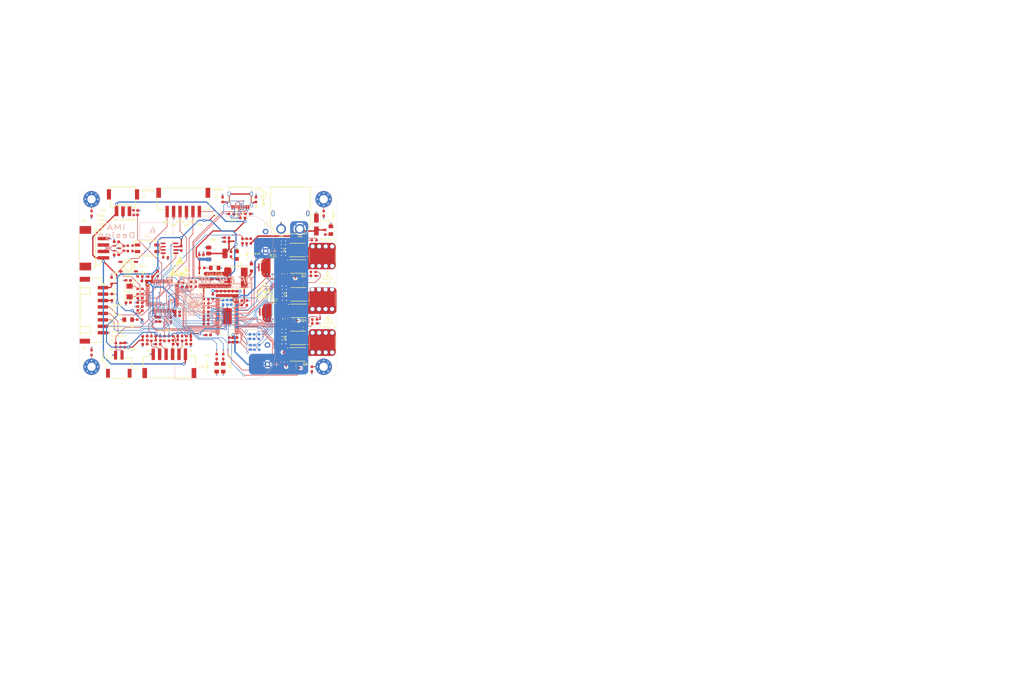
<source format=kicad_pcb>
(kicad_pcb (version 20240108) (generator "pcbnew") (generator_version "8.0")
  (title_block (title "DF_ESC_rev01_1") (date "2024-01-02") (company "Ivan Electronics IMA-DESIGN") (comment 3 "i.mendezalon@hotmail.com") (comment 4 "Ivan Mendez"))
  (layers (0 "F.Cu" signal "L1_SGN_(TOP)") (1 "In1.Cu" power "L2_GND.Cu") (2 "In2.Cu" power "L3_GND.Cu") (31 "B.Cu" signal "L4_SGN_(BOTTOM).Cu") (34 "B.Paste" user) (35 "F.Paste" user) (36 "B.SilkS" user "B.Silkscreen") (37 "F.SilkS" user "F.Silkscreen") (38 "B.Mask" user) (39 "F.Mask" user) (44 "Edge.Cuts" user))
  (net 0 "")
  (net 1 "+VDC")
  (net 2 "GND")
  (net 3 "+3V3")
  (net 4 "AN_IN")
  (net 5 "+5V")
  (net 6 "/[3] - STEP DOWN/+3V3_IC")
  (net 7 "/[4] - MCU/PH_0")
  (net 8 "/[4] - MCU/PH_1")
  (net 9 "/[4] - MCU/VCAP_1")
  (net 10 "/[4] - MCU/NRST")
  (net 11 "/[4] - MCU/VCAP_2")
  (net 12 "Net-(U3-VDDA)")
  (net 13 "/[4] - MCU/SERVO")
  (net 14 "/[5] - MOSFET DRIVER/DVDD")
  (net 15 "/[5] - MOSFET DRIVER/GVDD")
  (net 16 "Net-(C26-Pad2)")
  (net 17 "/[5] - MOSFET DRIVER/COMP")
  (net 18 "/[5] - MOSFET DRIVER/CP1")
  (net 19 "/[5] - MOSFET DRIVER/CP2")
  (net 20 "Net-(U4-AVDD)")
  (net 21 "/[5] - MOSFET DRIVER/BST_BK")
  (net 22 "/[5] - MOSFET DRIVER/PH")
  (net 23 "H1_VS")
  (net 24 "/[5] - MOSFET DRIVER/BST_A")
  (net 25 "/[5] - MOSFET DRIVER/+5V_DRV")
  (net 26 "H2_VS")
  (net 27 "/[5] - MOSFET DRIVER/BST_B")
  (net 28 "/[5] - MOSFET DRIVER/BST_C")
  (net 29 "H3_VS")
  (net 30 "S1_N")
  (net 31 "S1_P")
  (net 32 "S2_P")
  (net 33 "S2_N")
  (net 34 "/[7] - CAN/C_CAN_P")
  (net 35 "/[7] - CAN/C_CAN_N")
  (net 36 "/[8] - FILTERS/HALL_1_IN")
  (net 37 "/[8] - FILTERS/HALL_2_IN")
  (net 38 "/[8] - FILTERS/HALL_3_IN")
  (net 39 "/[8] - FILTERS/TEMP_IN")
  (net 40 "Net-(D2-A)")
  (net 41 "Net-(D3-A)")
  (net 42 "Net-(D5-A)")
  (net 43 "Net-(D6-A)")
  (net 44 "/[4] - MCU/+3V3_COM")
  (net 45 "/[4] - MCU/+5V_COM")
  (net 46 "Net-(D11-A)")
  (net 47 "Net-(D12-A)")
  (net 48 "Net-(D13-A)")
  (net 49 "Net-(H1-Pad1)")
  (net 50 "Net-(H2-Pad1)")
  (net 51 "Net-(H3-Pad1)")
  (net 52 "Net-(H4-Pad1)")
  (net 56 "/[4] - MCU/SWDIO")
  (net 58 "/[4] - MCU/SWCLK")
  (net 61 "Net-(J4-Pad3)")
  (net 62 "Net-(J8-SHIELD-PadS1)")
  (net 63 "/[9] - USB/USB-C_P")
  (net 64 "/[9] - USB/+5V_C")
  (net 66 "/[9] - USB/CC2")
  (net 67 "/[9] - USB/CC1")
  (net 69 "/[9] - USB/USB-C_N")
  (net 70 "/[6] - MOSFETs/PHASE_1")
  (net 71 "/[6] - MOSFETs/M_H1_RG")
  (net 72 "H1_LOW")
  (net 73 "/[6] - MOSFETs/M_L1_RG")
  (net 74 "/[6] - MOSFETs/PHASE_2")
  (net 75 "/[6] - MOSFETs/M_H2_RG")
  (net 76 "H2_LOW")
  (net 77 "/[6] - MOSFETs/M_L2_RG")
  (net 78 "/[6] - MOSFETs/PHASE_3")
  (net 79 "/[6] - MOSFETs/M_H3_RG")
  (net 80 "Net-(Q6-G)")
  (net 81 "H3_LOW")
  (net 82 "ADC_TEMP")
  (net 83 "/[4] - MCU/PH_0_P")
  (net 84 "/[4] - MCU/PH_1_P")
  (net 85 "/[4] - MCU/LED_GREEN")
  (net 86 "/[4] - MCU/LED_RED")
  (net 87 "/[4] - MCU/BOOT0_P")
  (net 88 "/[5] - MOSFET DRIVER/DTC")
  (net 89 "/[5] - MOSFET DRIVER/RT_CLK")
  (net 90 "/[5] - MOSFET DRIVER/BIAS")
  (net 91 "/[5] - MOSFET DRIVER/VSENSE")
  (net 92 "SENS1")
  (net 93 "SENS2")
  (net 94 "SENS3")
  (net 95 "M_L1")
  (net 96 "M_H1")
  (net 97 "/[6] - MOSFETs/SH1_N")
  (net 98 "/[6] - MOSFETs/SH1_P")
  (net 99 "M_L2")
  (net 100 "M_H2")
  (net 101 "/[6] - MOSFETs/SH2_N")
  (net 102 "/[6] - MOSFETs/SH2_P")
  (net 103 "M_L3")
  (net 104 "M_H3")
  (net 105 "/[7] - CAN/R_CAN_P")
  (net 106 "/[7] - CAN/R_CAN_N")
  (net 107 "Net-(U8-Rs)")
  (net 108 "HALL_1_OUT")
  (net 109 "HALL_2_OUT")
  (net 110 "HALL_3_OUT")
  (net 111 "TEMP_MOTOR")
  (net 112 "USB_N")
  (net 113 "USB_P")
  (net 114 "L3")
  (net 115 "H3")
  (net 116 "H1")
  (net 117 "FAULT")
  (net 118 "BR_S01")
  (net 121 "/[4] - MCU/TX_SDA_NSS")
  (net 122 "BR_S02")
  (net 124 "/[4] - MCU/SCK_ADC_EXT")
  (net 126 "L1")
  (net 127 "CAN_RX")
  (net 129 "/[4] - MCU/RX_SCL_MOSI")
  (net 131 "L2")
  (net 136 "EN_GATE")
  (net 139 "/[4] - MCU/MISO_ADC_EXT2")
  (net 141 "DC_CAL")
  (net 143 "CAN_TX")
  (net 144 "H2")
  (net 147 "/[7] - CAN/CAN_P")
  (net 148 "/[7] - CAN/CAN_N")
  (net 160 "Net-(R64-Pad1)")
  (footprint "Resistor_SMD:R_0603_1608Metric_Pad0.98x0.95mm_HandSolder" (layer "F.Cu") (at 233.22 143.12)
    (property "Reference" "R15" (hide yes))
    (property "Value" "10k")
  )
  (footprint "Resistor_SMD:R_0603_1608Metric_Pad0.98x0.95mm_HandSolder" (layer "F.Cu") (at 188.82 160.62 90)
    (property "Reference" "R60" (hide yes))
    (property "Value" "0R")
  )
  (footprint "Capacitor_SMD:C_0603_1608Metric_Pad1.08x0.95mm_HandSolder" (layer "F.Cu") (at 209.52 157.349005 180)
    (property "Reference" "C55" (hide yes))
    (property "Value" "4n7")
  )
  (footprint "LOGO" (layer "F.Cu") (at 255.82 136.32)
    (property "Reference" "G***" (hide yes))
    (property "Value" "LOGO" (hide yes))
  )
  (footprint "Capacitor_SMD:C_0603_1608Metric_Pad1.08x0.95mm_HandSolder" (layer "F.Cu") (at 221.3345 154.275005 180)
    (property "Reference" "C57" (hide yes))
    (property "Value" "100n")
  )
  (footprint "Capacitor_SMD:C_0603_1608Metric_Pad1.08x0.95mm_HandSolder" (layer "F.Cu") (at 203.044 132.592)
    (property "Reference" "C13" (hide yes))
    (property "Value" "C")
  )
  (footprint "Diode_SMD:D_SOD-323" (layer "F.Cu") (at 198.7775 139.0425 90)
    (property "Reference" "D8" (hide yes))
    (property "Value" "BAT60A")
  )
  (footprint "Capacitor_SMD:C_0603_1608Metric_Pad1.08x0.95mm_HandSolder" (layer "F.Cu") (at 209.52 154.301005)
    (property "Reference" "C59" (hide yes))
    (property "Value" "100n")
  )
  (footprint "Resistor_SMD:R_0603_1608Metric_Pad0.98x0.95mm_HandSolder" (layer "F.Cu") (at 270.813607 151.265975)
    (property "Reference" "R39" (hide yes))
    (property "Value" "4R7")
  )
  (footprint "Resistor_SMD:R_0603_1608Metric_Pad0.98x0.95mm_HandSolder" (layer "F.Cu") (at 214.474 130.052 -90)
    (property "Reference" "R12" (hide yes))
    (property "Value" "0R")
  )
  (footprint "LED_SMD:LED_1206_3216Metric_Pad1.42x1.75mm_HandSolder" (layer "F.Cu") (at 203.044 147.832)
    (property "Reference" "D6" (hide yes))
    (property "Value" "LED")
  )
  (footprint "Diode_SMD:D_SOD-323" (layer "F.Cu") (at 231.670627 129.943525)
    (property "Reference" "D15" (hide yes))
    (property "Value" "BAT60A")
  )
  (footprint "Diode_SMD:D_SOD-323" (layer "F.Cu") (at 198.628 132.715 -90)
    (property "Reference" "D10" (hide yes))
    (property "Value" "BAT60A")
  )
  (footprint "Resistor_SMD:R_0603_1608Metric_Pad0.98x0.95mm_HandSolder" (layer "F.Cu") (at 249.02 141.32 90)
    (property "Reference" "R17" (hide yes))
    (property "Value" "1M")
  )
  (footprint "Resistor_SMD:R_0603_1608Metric_Pad0.98x0.95mm_HandSolder" (layer "F.Cu") (at 243.02 106.7985 180)
    (property "Reference" "R57" (hide yes))
    (property "Value" "5k1")
  )
  (footprint "Capacitor_SMD:C_0603_1608Metric_Pad1.08x0.95mm_HandSolder" (layer "F.Cu") (at 226.441 154.275005 180)
    (property "Reference" "C60" (hide yes))
    (property "Value" "100n")
  )
  (footprint "DF_ESC_Footprint_Library:PQFN-8_L6.0-W5.0-P1.27-LS6.0-BL" (layer "F.Cu") (at 268.831227 154.919975 90)
    (property "Reference" "Q5")
    (property "Value" "HSBA15810C")
  )
  (footprint "Resistor_SMD:R_0603_1608Metric_Pad0.98x0.95mm_HandSolder" (layer "F.Cu") (at 274.758227 129.312975 180)
    (property "Reference" "R20" (hide yes))
    (property "Value" "18k")
  )
  (footprint "LOGO" (layer "F.Cu") (at 282.32 107.72 180)
    (property "Reference" "G***" (hide yes))
    (property "Value" "LOGO" (hide yes))
  )
  (footprint "LOGO" (layer "F.Cu") (at 255.546841 100.395623)
    (property "Reference" "G***" (hide yes))
    (property "Value" "LOGO" (hide yes))
  )
  (footprint "Capacitor_SMD:C_0603_1608Metric_Pad1.08x0.95mm_HandSolder" (layer "F.Cu") (at 245.081127 137.672025 90)
    (property "Reference" "C37" (hide yes))
    (property "Value" "1u")
  )
  (footprint "Resistor_SMD:R_0603_1608Metric_Pad0.98x0.95mm_HandSolder" (layer "F.Cu") (at 207.4675 147.832 180)
    (property "Reference" "R7" (hide yes))
    (property "Value" "1k")
  )
  (footprint "Capacitor_SMD:C_0603_1608Metric_Pad1.08x0.95mm_HandSolder" (layer "F.Cu") (at 221.3345 157.323005)
    (property "Reference" "C53" (hide yes))
    (property "Value" "4n7")
  )
  (footprint "DF_ESC_Footprint_Library:PQFN-8_L6.0-W5.0-P1.27-LS6.0-BL" (layer "F.Cu") (at 268.776458 161.32 -90)
    (property "Reference" "Q6")
    (property "Value" "HSBA15810C")
  )
  (footprint "Capacitor_SMD:C_0603_1608Metric_Pad1.08x0.95mm_HandSolder" (layer "F.Cu") (at 215.236 147.7315 -90)
    (property "Reference" "C10" (hide yes))
    (property "Value" "100n")
  )
  (footprint "Capacitor_SMD:C_0603_1608Metric_Pad1.08x0.95mm_HandSolder" (layer "F.Cu") (at 214.5825 157.373005 180)
    (property "Reference" "C54" (hide yes))
    (property "Value" "4n7")
  )
  (footprint "Capacitor_SMD:C_0603_1608Metric_Pad1.08x0.95mm_HandSolder" (layer "F.Cu") (at 214.5825 154.325005)
    (property "Reference" "C58" (hide yes))
    (property "Value" "100n")
  )
  (footprint "Inductor_SMD:L_0603_1608Metric_Pad1.05x0.95mm_HandSolder" (layer "F.Cu") (at 207.616 144.276)
    (property "Reference" "FB1" (hide yes))
    (property "Value" "FerriteBead")
  )
  (footprint "Diode_SMD:D_SOD-323_HandSoldering" (layer "F.Cu") (at 196.5735 132.7375 -90)
    (property "Reference" "D9")
    (property "Value" "SD05_SOD323")
  )
  (footprint "Capacitor_SMD:C_1210_3225Metric" (layer "F.Cu") (at 234.921127 133.481025 90)
    (property "Reference" "C41")
    (property "Value" "10u")
  )
  (footprint "Resistor_SMD:R_0603_1608Metric_Pad0.98x0.95mm_HandSolder" (layer "F.Cu") (at 267.231227 148.22 180)
    (property "Reference" "R36" (hide yes))
    (property "Value" "39k")
  )
  (footprint "Capacitor_SMD:C_0603_1608Metric_Pad1.08x0.95mm_HandSolder" (layer "F.Cu") (at 233.22 149.52 180)
    (property "Reference" "C25" (hide yes))
    (property "Value" "2u2")
  )
  (footprint "Resistor_SMD:R_0603_1608Metric_Pad0.98x0.95mm_HandSolder" (layer "F.Cu") (at 264.431227 147.42 90)
    (property "Reference" "R32" (hide yes))
    (property "Value" "4R7")
  )
  (footprint "Capacitor_SMD:C_0603_1608Metric_Pad1.08x0.95mm_HandSolder" (layer "F.Cu") (at 233.22 146.396 180)
    (property "Reference" "C27" (hide yes))
    (property "Value" "2u2")
  )
  (footprint "Resistor_SMD:R_0603_1608Metric_Pad0.98x0.95mm_HandSolder" (layer "F.Cu") (at 274.781727 130.836975)
    (property "Reference" "R21" (hide yes))
    (property "Value" "2k2")
  )
  (footprint "Resistor_SMD:R_0603_1608Metric_Pad0.98x0.95mm_HandSolder" (layer "F.Cu") (at 266.931227 131.019975 180)
    (property "Reference" "R30" (hide yes))
    (property "Value" "39k")
  )
  (footprint "Resistor_SMD:R_0603_1608Metric_Pad0.98x0.95mm_HandSolder" (layer "F.Cu") (at 268.089393 166.579052)
    (property "Reference" "R25" (hide yes))
    (property "Value" "2k2")
  )
  (footprint "Package_TO_SOT_SMD:SOT-223-3_TabPin2" (layer "F.Cu") (at 237.398 122.162)
    (property "Reference" "U2" (hide yes))
    (property "Value" "AMS1117-3.3")
  )
  (footprint "Resistor_SMD:R_0603_1608Metric_Pad0.98x0.95mm_HandSolder" (layer "F.Cu") (at 207.616 135.894)
    (property "Reference" "R8" (hide yes))
    (property "Value" "R")
  )
  (footprint "Capacitor_SMD:C_0603_1608Metric_Pad1.08x0.95mm_HandSolder" (layer "F.Cu") (at 243.557127 137.672025 90)
    (property "Reference" "C36" (hide yes))
    (property "Value" "1u")
  )
  (footprint "Capacitor_SMD:C_0603_1608Metric_Pad1.08x0.95mm_HandSolder" (layer "F.Cu") (at 245.277873 155.679975 90)
    (property "Reference" "C32" (hide yes))
    (property "Value" "100n")
  )
  (footprint "Resistor_SMD:R_0603_1608Metric_Pad0.98x0.95mm_HandSolder" (layer "F.Cu") (at 201.266 120.146 90)
    (property "Reference" "R41" (hide yes))
    (property "Value" "120R")
  )
  (footprint "Resistor_SMD:R_0603_1608Metric_Pad0.98x0.95mm_HandSolder" (layer "F.Cu") (at 275.131227 117.019975 180)
    (property "Reference" "R27" (hide yes))
    (property "Value" "4R7")
  )
  (footprint "DF_ESC_Footprint_Library:CONN-SMD_XH-2PWBPZ" (layer "F.Cu") (at 199.39 166.12 180)
    (property "Reference" "U1")
    (property "Value" "XH-2PWBPZ")
  )
  (footprint "LED_SMD:LED_1206_3216Metric_Pad1.42x1.75mm_HandSolder" (layer "F.Cu") (at 281.5975 113.1425 -90)
    (property "Reference" "D2" (hide yes))
    (property "Value" "LED_G")
  )
  (footprint "MountingHole:MountingHole_3.2mm_M3_Pad_Via" (layer "F.Cu") (at 278.82 166.12)
    (property "Reference" "H4" (hide yes))
    (property "Value" "MountingHole_Pad")
  )
  (footprint "DF_ESC_Footprint_Library:PQFN-8_L6.0-W5.0-P1.27-LS6.0-BL" (layer "F.Cu") (at 268.642454 120.81995 90)
    (property "Reference" "Q1")
    (property "Value" "HSBA15810C")
  )
  (footprint "Resistor_SMD:R_0603_1608Metric_Pad0.98x0.95mm_HandSolder" (layer "F.Cu") (at 247.42 108.3985 180)
    (property "Reference" "R55" (hide yes))
    (property "Value" "0R")
  )
  (footprint "Resistor_SMD:R_0603_1608Metric_Pad0.98x0.95mm_HandSolder" (layer "F.Cu") (at 275.3325 149.282)
    (property "Reference" "R23" (hide yes))
    (property "Value" "2k2")
  )
  (footprint "NetTie:NetTie-2_SMD_Pad0.5mm" (layer "F.Cu") (at 269.52 131.12 -90)
    (property "Reference" "NT1" (hide yes))
    (property "Value" "NetTie_2" (hide yes))
  )
  (footprint "DF_ESC_Footprint_Library:RES-SMD_L7.0-W6.7" (layer "F.Cu") (at 259.481979 145.22)
    (property "Reference" "R37")
    (property "Value" "0R001")
  )
  (footprint "Capacitor_SMD:C_0603_1608Metric_Pad1.08x0.95mm_HandSolder" (layer "F.Cu") (at 233.22 144.796 180)
    (property "Reference" "C24" (hide yes))
    (property "Value" "2u2")
  )
  (footprint "Capacitor_SMD:C_0603_1608Metric_Pad1.08x0.95mm_HandSolder" (layer "F.Cu") (at 207.616 141.228 180)
    (property "Reference" "C21" (hide yes))
    (property "Value" "100n")
  )
  (footprint "Resistor_SMD:R_0603_1608Metric_Pad0.98x0.95mm_HandSolder" (layer "F.Cu") (at 242.895 122.438 -90)
    (property "Reference" "R6" (hide yes))
    (property "Value" "1k")
  )
  (footprint "Resistor_SMD:R_0603_1608Metric_Pad0.98x0.95mm_HandSolder" (layer "F.Cu") (at 264.289393 164.355052 90)
    (property "Reference" "R40" (hide yes))
    (property "Value" "39k")
  )
  (footprint "LOGO" (layer "F.Cu") (at 223.055799 126.83871)
    (property "Reference" "G***" (hide yes))
    (property "Value" "LOGO" (hide yes))
  )
  (footprint "LOGO" (layer "F.Cu") (at 242.72 165.666839)
    (property "Reference" "G***" (hide yes))
    (property "Value" "LOGO" (hide yes))
  )
  (footprint "Resistor_SMD:R_0603_1608Metric_Pad0.98x0.95mm_HandSolder" (layer "F.Cu") (at 223.901 155.164005 90)
    (property "Reference" "R52" (hide yes))
    (property "Value" "10k")
  )
  (footprint "Resistor_SMD:R_0603_1608Metric_Pad0.98x0.95mm_HandSolder" (layer "F.Cu") (at 221.3345 155.799005 180)
    (property "Reference" "R45" (hide yes))
    (property "Value" "2k2")
  )
  (footprint "Resistor_SMD:R_0603_1608Metric_Pad0.98x0.95mm_HandSolder" (layer "F.Cu") (at 229.206 134.116 -90)
    (property "Reference" "R58" (hide yes))
    (property "Value" "22R")
  )
  (footprint "DF_ESC_Footprint_Library:NetTie_SMD_Pad_3.00mm" (layer "F.Cu") (at 254.22 127.513523)
    (property "Reference" "NT8" (hide yes))
    (property "Value" "Net_Tie_PWR")
  )
  (footprint "Resistor_SMD:R_0603_1608Metric_Pad0.98x0.95mm_HandSolder" (layer "F.Cu") (at 270.994227 134.38)
    (property "Reference" "R33" (hide yes))
    (property "Value" "4R7")
  )
  (footprint "Resistor_SMD:R_0603_1608Metric_Pad0.98x0.95mm_HandSolder" (layer "F.Cu") (at 274.22 167.02 -90)
    (property "Reference" "R63" (hide yes))
    (property "Value" "0R")
  )
  (footprint "DF_ESC_Footprint_Library:NetTie_SMD_Pad_3.00mm" (layer "F.Cu") (at 254.582081 144.879487)
    (property "Reference" "NT5" (hide yes))
    (property "Value" "Net_Tie_PWR")
  )
  (footprint "Resistor_SMD:R_0603_1608Metric_Pad0.98x0.95mm_HandSolder" (layer "F.Cu") (at 233.22 139.92)
    (property "Reference" "R18" (hide yes))
    (property "Value" "18k")
  )
  (footprint "Resistor_SMD:R_0603_1608Metric_Pad0.98x0.95mm_HandSolder" (layer "F.Cu") (at 214.5825 155.849005)
    (property "Reference" "R46" (hide yes))
    (property "Value" "2k2")
  )
  (footprint "LED_SMD:LED_1206_3216Metric_Pad1.42x1.75mm_HandSolder" (layer "F.Cu") (at 239.874 166.4645 90)
    (property "Reference" "D12" (hide yes))
    (property "Value" "LED_R")
  )
  (footprint "Resistor_SMD:R_0603_1608Metric_Pad0.98x0.95mm_HandSolder" (layer "F.Cu") (at 278.82 106.62 -90)
    (property "Reference" "R62" (hide yes))
    (property "Value" "0R")
  )
  (footprint "Capacitor_SMD:C_0603_1608Metric_Pad1.08x0.95mm_HandSolder" (layer "F.Cu") (at 240.509127 137.672025 90)
    (property "Reference" "C38" (hide yes))
    (property "Value" "1u")
  )
  (footprint "Capacitor_SMD:C_0603_1608Metric_Pad1.08x0.95mm_HandSolder" (layer "F.Cu") (at 232.198 123.562 90)
    (property "Reference" "C5" (hide yes))
    (property "Value" "1u")
  )
  (footprint "Capacitor_SMD:C_0603_1608Metric_Pad1.08x0.95mm_HandSolder" (layer "F.Cu") (at 222.094 144.784)
    (property "Reference" "C12" (hide yes))
    (property "Value" "100n")
  )
  (footprint "DF_ESC_Footprint_Library:PQFN-8_L6.0-W5.0-P1.27-LS6.0-BL" (layer "F.Cu") (at 269.12 144.420025 -90)
    (property "Reference" "Q4")
    (property "Value" "HSBA15810C")
  )
  (footprint "Capacitor_SMD:C_0603_1608Metric_Pad1.08x0.95mm_HandSolder" (layer "F.Cu") (at 222.094 146.308)
    (property "Reference" "C17" (hide yes))
    (property "Value" "100n")
  )
  (footprint "Resistor_SMD:R_0603_1608Metric_Pad0.98x0.95mm_HandSolder" (layer "F.Cu") (at 212.02 155.164005 90)
    (property "Reference" "R51" (hide yes))
    (property "Value" "10k")
  )
  (footprint "Resistor_SMD:R_0603_1608Metric_Pad0.98x0.95mm_HandSolder" (layer "F.Cu") (at 239.874 162.1465 -90)
    (property "Reference" "R11" (hide yes))
    (property "Value" "1k")
  )
  (footprint "DF_ESC_Footprint_Library:XSON-7_L2.2-W1.2-P0.50-BL" (layer "F.Cu") (at 246.224 106.3545)
    (property "Reference" "U10")
    (property "Value" "PUSB3AB6Z")
  )
  (footprint "Capacitor_SMD:C_0603_1608Metric_Pad1.08x0.95mm_HandSolder" (layer "F.Cu") (at 207.616 139.45 180)
    (property "Reference" "C19" (hide yes))
    (property "Value" "100n")
  )
  (footprint "LOGO" (layer "F.Cu") (at 280.32 130.52)
    (property "Reference" "G***" (hide yes))
    (property "Value" "LOGO" (hide yes))
  )
  (footprint "Package_QFP:LQFP-64_10x10mm_P0.5mm" (layer "F.Cu") (at 216.252 138.688)
    (property "Reference" "U3" (hide yes))
    (property "Value" "STM32F405RGTx")
  )
  (footprint "Resistor_SMD:R_0603_1608Metric_Pad0.98x0.95mm_HandSolder" (layer "F.Cu") (at 205.134603 106.316627 90)
    (property "Reference" "R13" (hide yes))
    (property "Value" "2k2")
  )
  (footprint "Diode_SMD:D_SMA_Handsoldering" (layer "F.Cu") (at 275.9975 110.9425 -90)
    (property "Reference" "D1" (hide yes))
    (property "Value" "SMAJ60CA")
  )
  (footprint "Capacitor_SMD:C_0603_1608Metric_Pad1.08x0.95mm_HandSolder" (layer "F.Cu") (at 223.364 133.608)
    (property "Reference" "C11" (hide yes))
    (property "Value" "100n")
  )
  (footprint "Capacitor_SMD:C_0603_1608Metric_Pad1.08x0.95mm_HandSolder" (layer "F.Cu") (at 234.089127 153.827025 180)
    (property "Reference" "C31" (hide yes))
    (property "Value" "2u2")
  )
  (footprint "Diode_SMD:D_SOD-323" (layer "F.Cu") (at 244.038 118.467 90)
    (property "Reference" "D4" (hide yes))
    (property "Value" "BAT60A")
  )
  (footprint "Resistor_SMD:R_0603_1608Metric_Pad0.98x0.95mm_HandSolder" (layer "F.Cu") (at 203.806 121.22)
    (property "Reference" "R42" (hide yes))
    (property "Value" "10R")
  )
  (footprint "DF_ESC_Footprint_Library:CONN-SMD_S6B-XH-SM4-TB-LF-SN" (layer "F.Cu") (at 224.38 101.35 180)
    (property "Reference" "J3")
    (property "Value" "S6B-XH-SM4-TB(LF)(SN)")
  )
  (footprint "Resistor_SMD:R_0603_1608Metric_Pad0.98x0.95mm_HandSolder" (layer "F.Cu") (at 233.22 141.52 180)
    (property "Reference" "R19" (hide yes))
    (property "Value" "3k3")
  )
  (footprint "Resistor_SMD:R_0603_1608Metric_Pad0.98x0.95mm_HandSolder" (layer "F.Cu") (at 237.334 162.1465 -90)
    (property "Reference" "R10" (hide yes))
    (property "Value" "1k")
  )
  (footprint "NetTie:NetTie-2_SMD_Pad0.5mm" (layer "F.Cu") (at 265.92 158.22 180)
    (property "Reference" "NT7" (hide yes))
    (property "Value" "NetTie_2" (hide yes))
  )
  (footprint "Resistor_SMD:R_0603_1608Metric_Pad0.98x0.95mm_HandSolder" (layer "F.Cu") (at 203.806 119.12)
    (property "Reference" "R43" (hide yes))
    (property "Value" "10R")
  )
  (footprint "Capacitor_SMD:C_0603_1608Metric_Pad1.08x0.95mm_HandSolder" (layer "F.Cu") (at 242.16 155.706 90)
    (property "Reference" "C33" (hide yes))
    (property "Value" "100n")
  )
  (footprint "Capacitor_SMD:C_0603_1608Metric_Pad1.08x0.95mm_HandSolder" (layer "F.Cu") (at 241.244 116.02 180)
    (property "Reference" "C7" (hide yes))
    (property "Value" "1u")
  )
  (footprint "Capacitor_SMD:C_0603_1608Metric_Pad1.08x0.95mm_HandSolder" (layer "F.Cu") (at 219.52 147.82 -90)
    (property "Reference" "C18" (hide yes))
    (property "Value" "2u2")
  )
  (footprint "Resistor_SMD:R_0603_1608Metric_Pad0.98x0.95mm_HandSolder" (layer "F.Cu") (at 250.542 117.352 90)
    (property "Reference" "R2" (hide yes))
    (property "Value" "39k")
  )
  (footprint "Resistor_SMD:R_0603_1608Metric_Pad0.98x0.95mm_HandSolder" (layer "F.Cu") (at 279.42 113.92 -90)
    (property "Reference" "R4" (hide yes))
    (property "Value" "39k")
  )
  (footprint "Capacitor_SMD:C_0603_1608Metric_Pad1.08x0.95mm_HandSolder" (layer "F.Cu") (at 211.62 131.12 180)
    (property "Reference" "C15" (hide yes))
    (property "Value" "100n")
  )
  (footprint "DF_ESC_Footprint_Library_Casa:USB-C_SMD-TYPE-C-31-M-12" (layer "F.Cu") (at 246.478 100.2585 180)
    (property "Reference" "J8")
    (property "Value" "USB_C_Receptacle_USB2.0")
  )
  (footprint "MountingHole:MountingHole_3.2mm_M3_Pad_Via" (layer "F.Cu") (at 188.82 166.12)
    (property "Reference" "H1" (hide yes))
    (property "Value" "MountingHole_Pad")
  )
  (footprint "LOGO" (layer "F.Cu") (at 233.82 165.62)
    (property "Reference" "G***" (hide yes))
    (property "Value" "LOGO" (hide yes))
  )
  (footprint "Resistor_SMD:R_0603_1608Metric_Pad0.98x0.95mm_HandSolder" (layer "F.Cu") (at 275.3325 147.758 180)
    (property "Reference" "R22" (hide yes))
    (property "Value" "18k")
  )
  (footprint "Capacitor_SMD:C_0603_1608Metric_Pad1.08x0.95mm_HandSolder" (layer "F.Cu") (at 247.342 117.352 -90)
    (property "Reference" "C4" (hide yes))
    (property "Value" "100n")
  )
  (footprint "DF_ESC_Footprint_Library:HTSSOP-56_L14.0-W6.1-P0.50-LS8.1-BL-EP" (layer "F.Cu") (at 241.398 146.562 -90)
    (property "Reference" "U4" (hide yes))
    (property "Value" "DRV8302DCAR")
  )
  (footprint "Capacitor_SMD:C_1210_3225Metric" (layer "F.Cu") (at 238.223127 133.481025 90)
    (property "Reference" "C45")
    (property "Value" "10u")
  )
  (footprint "Resistor_SMD:R_0603_1608Metric_Pad0.98x0.95mm_HandSolder" (layer "F.Cu") (at 227.428 134.116 -90)
    (property "Reference" "R59" (hide yes))
    (property "Value" "22R")
  )
  (footprint "DF_ESC_Footprint_Library:FILTER-SMD_4P-L9.2-W6.0-P2.54-TL" (layer "F.Cu") (at 210.41 120.146)
    (property "Reference" "U7")
    (property "Value" "744227S")
  )
  (footprint "Capacitor_SMD:C_0603_1608Metric_Pad1.08x0.95mm_HandSolder" (layer "F.Cu") (at 242.033127 137.672025 90)
    (property "Reference" "C44" (hide yes))
    (property "Value" "1u")
  )
  (footprint "Capacitor_SMD:C_0603_1608Metric_Pad1.08x0.95mm_HandSolder" (layer "F.Cu") (at 226.441 157.323005)
    (property "Reference" "C56" (hide yes))
    (property "Value" "4n7")
  )
  (footprint "Resistor_SMD:R_0603_1608Metric_Pad0.98x0.95mm_HandSolder" (layer "F.Cu") (at 249.42 106.7985)
    (property "Reference" "R56" (hide yes))
    (property "Value" "5k1")
  )
  (footprint "Capacitor_SMD:C_0603_1608Metric_Pad1.08x0.95mm_HandSolder" (layer "F.Cu") (at 233.22 147.996 180)
    (property "Reference" "C28" (hide yes))
    (property "Value" "2u2")
  )
  (footprint "DF_ESC_Footprint_Library:NetTie_SMD_Pad_3.00mm" (layer "F.Cu") (at 264.331227 143.62)
    (property "Reference" "NT3" (hide yes))
    (property "Value" "Net_Tie_PWR")
  )
  (footprint "MountingHole:MountingHole_3.2mm_M3_Pad_Via" (layer "F.Cu") (at 188.82 101.12)
    (property "Reference" "H2" (hide yes))
    (property "Value" "MountingHole_Pad")
  )
  (footprint "DF_ESC_Footprint_Library:RES-SMD_L7.0-W6.7" (layer "F.Cu") (at 259.119898 127.713523)
    (property "Reference" "R31")
    (property "Value" "0R001")
  )
  (footprint "Capacitor_SMD:C_0603_1608Metric_Pad1.08x0.95mm_HandSolder" (layer "F.Cu") (at 230.598 123.562 90)
    (property "Reference" "C6" (hide yes))
    (property "Value" "1u")
  )
  (footprint "Resistor_SMD:R_0603_1608Metric_Pad0.98x0.95mm_HandSolder" (layer "F.Cu") (at 188.82 106.62 -90)
    (property "Reference" "R61" (hide yes))
    (property "Value" "0R")
  )
  (footprint "Capacitor_SMD:C_0603_1608Metric_Pad1.08x0.95mm_HandSolder" (layer "F.Cu") (at 224.888 135.132)
    (property "Reference" "C20" (hide yes))
    (property "Value" "2u2")
  )
  (footprint "Resistor_SMD:R_0603_1608Metric_Pad0.98x0.95mm_HandSolder" (layer "F.Cu") (at 264.131227 130.019975 90)
    (property "Reference" "R26" (hide yes))
    (property "Value" "4R7")
  )
  (footprint "DF_ESC_Footprint_Library_Casa:CONN-TH_XT60PW-M" (layer "F.Cu") (at 265.92 105.52 -90)
    (property "Reference" "J1")
    (property "Value" "XT60PW-M")
  )
  (footprint "Resistor_SMD:R_0603_1608Metric_Pad0.98x0.95mm_HandSolder" (layer "F.Cu") (at 226.441 155.799005 180)
    (property "Reference" "R48" (hide yes))
    (property "Value" "2k2")
  )
  (footprint "MountingHole:MountingHole_3.2mm_M3_Pad_Via" (layer "F.Cu") (at 278.82 101.12)
    (property "Reference" "H3" (hide yes))
    (property "Value" "MountingHole_Pad")
  )
  (footprint "Package_SO:SOIC-8_3.9x4.9mm_P1.27mm" (layer "F.Cu") (at 219.046 120.146 180)
    (property "Reference" "U8" (hide yes))
    (property "Value" "SN65HVD230")
  )
  (footprint "Diode_SMD:D_SOD-323" (layer "F.Cu") (at 236.42 106.32 90)
    (property "Reference" "D13" (hide yes))
    (property "Value" "BAT60A")
  )
  (footprint "Resistor_SMD:R_0603_1608Metric_Pad0.98x0.95mm_HandSolder" (layer "F.Cu") (at 199.136 156.937)
    (property "Reference" "TH1" (hide yes))
    (property "Value" "Thermistor_NTC")
  )
  (footprint "Resistor_SMD:R_0603_1608Metric_Pad0.98x0.95mm_HandSolder" (layer "F.Cu") (at 239.62 101.2745 90)
    (property "Reference" "R54" (hide yes))
    (property "Value" "0R")
  )
  (footprint "Resistor_SMD:R_0603_1608Metric_Pad0.98x0.95mm_HandSolder" (layer "F.Cu") (at 199.136 158.461 180)
    (property "Reference" "R1" (hide yes))
    (property "Value" "2k2")
  )
  (footprint "LOGO" (layer "F.Cu") (at 248.82 122.773161 180)
    (property "Reference" "G***" (hide yes))
    (property "Value" "LOGO" (hide yes))
  )
  (footprint "DF_ESC_Footprint_Library:CONN-SMD_S4B-XH-SM4-TB-LF-SN" (layer "F.Cu") (at 188.82 120.12 -90)
    (property "Reference" "U5")
    (property "Value" "S4B-XH-SM4-TB-(LF)(SN)")
  )
  (footprint "Resistor_SMD:R_0603_1608Metric_Pad0.98x0.95mm_HandSolder" (layer "F.Cu") (at 235.82 138.92 -90)
    (property "Reference" "R16" (hide yes))
    (property "Value" "205k")
  )
  (footprint "DF_ESC_Footprint_Library:CRYSTAL-SMD_L5.0-W3.2" (layer "F.Cu") (at 203.552 136.91 90)
    (property "Reference" "Y1")
    (property "Value" "Crystal_Small")
  )
  (footprint "LED_SMD:LED_1206_3216Metric_Pad1.42x1.75mm_HandSolder" (layer "F.Cu") (at 237.334 166.4645 90)
    (property "Reference" "D11" (hide yes))
    (property "Value" "LED_G")
  )
  (footprint "LOGO" (layer "F.Cu") (at 235.92 116.62 90)
    (property "Reference" "G***" (hide yes))
    (property "Value" "LOGO" (hide yes))
  )
  (footprint "Resistor_SMD:R_0603_1608Metric_Pad0.98x0.95mm_HandSolder" (layer "F.Cu") (at 252.574 101.2745 90)
    (property "Reference" "R53" (hide yes))
    (property "Value" "0R")
  )
  (footprint "CAN_TVS:SOT-23-3_L3.0-W1.7-P0.95-LS2.9-BR" (layer "F.Cu") (at 198.726 120.146 180)
    (property "Reference" "U6" (hide yes))
    (property "Value" "ESDCAN24-2BLY")
  )
  (footprint "Capacitor_SMD:C_0603_1608Metric_Pad1.08x0.95mm_HandSolder" (layer "F.Cu") (at 223.618 120.146 -90)
    (property "Reference" "C52" (hide yes))
    (property "Value" "51p")
  )
  (footprint "Resistor_SMD:R_0603_1608Metric_Pad0.98x0.95mm_HandSolder" (layer "F.Cu") (at 248.942 117.352 -90)
    (property "Reference" "R3" (hide yes))
    (property "Value" "2k2")
  )
  (footprint "Capacitor_SMD:C_0603_1608Metric_Pad1.08x0.95mm_HandSolder" (layer "F.Cu") (at 206.658603 106.316627 90)
    (property "Reference" "C23" (hide yes))
    (property "Value" "100n")
  )
  (footprint "Capacitor_SMD:C_0603_1608Metric_Pad1.08x0.95mm_HandSolder" (layer "F.Cu") (at 198.472 117.606 180)
    (property "Reference" "C51" (hide yes))
    (property "Value" "51p")
  )
  (footprint "7461084:WE_7461084" (layer "F.Cu") (at 278.269146 139.919975 180)
    (property "Reference" "J6" (hide yes))
    (property "Value" "7461084")
  )
  (footprint "DF_ESC_Footprint_Library:PQFN-8_L6.0-W5.0-P1.27-LS6.0-BL" (layer "F.Cu") (at 269.031227 138.019975 90)
    (property "Reference" "Q3")
    (property "Value" "HSBA15810C")
  )
  (footprint "Resistor_SMD:R_0603_1608Metric_Pad0.98x0.95mm_HandSolder" (layer "F.Cu") (at 217.12 155.164005 90)
    (property "Reference" "R50" (hide yes))
    (property "Value" "10k")
  )
  (footprint "LED_SMD:LED_1206_3216Metric_Pad1.42x1.75mm_HandSolder" (layer "F.Cu") (at 236.545 127.772 180)
    (property "Reference" "D3" (hide yes))
    (property "Value" "LED_G")
  )
  (footprint "Capacitor_SMD:C_0603_1608Metric_Pad1.08x0.95mm_HandSolder" (layer "F.Cu") (at 209.1825 132.82 180)
    (property "Reference" "C16" (hide yes))
    (property "Value" "100n")
  )
  (footprint "DF_ESC_Footprint_Library:NetTie_SMD_Pad_3.00mm" (layer "F.Cu") (at 263.931227 126.219975)
    (property "Reference" "NT6" (hide yes))
    (property "Value" "Net_Tie_PWR")
  )
  (footprint "DF_ESC_Footprint_Library:NetTie_SMD_Pad_3.00mm" (layer "F.Cu") (at 263.92 160.555027)
    (property "Reference" "NT2" (hide yes))
    (property "Value" "Net_Tie_PWR")
  )
  (footprint "Resistor_SMD:R_0603_1608Metric_Pad0.98x0.95mm_HandSolder" (layer "F.Cu") (at 207.616 131.068)
    (property "Reference" "R64")
    (property "Value" "2k2")
  )
  (footprint "DF_ESC_Footprint_Library:PQFN-8_L6.0-W5.0-P1.27-LS6.0-BL" (layer "F.Cu") (at 268.82 127.22 -90)
    (property "Reference" "Q2")
    (property "Value" "HSBA15810C")
  )
  (footprint "LOGO" (layer "F.Cu") (at 204.72 150.62 -90)
    (property "Reference" "G***" (hide yes))
    (property "Value" "LOGO" (hide yes))
  )
  (footprint "Resistor_SMD:R_0603_1608Metric_Pad0.98x0.95mm_HandSolder" (layer "F.Cu") (at 207.616 137.926)
    (property "Reference" "R9" (hide yes))
    (property "Value" "R")
  )
  (footprint "Resistor_SMD:R_0603_1608Metric_Pad0.98x0.95mm_HandSolder" (layer "F.Cu") (at 217.522 123.702 180)
    (property "Reference" "R44" (hide yes))
    (property "Value" "10R")
  )
  (footprint "DF_ESC_Footprint_Library:IND-SMD_L7.8-W7.8_SDR0805" (layer "F.Cu") (at 244.827127 131.576025 180)
    (property "Reference" "L1")
    (property "Value" "22u")
  )
  (footprint "Capacitor_SMD:C_0603_1608Metric_Pad1.08x0.95mm_HandSolder" (layer "F.Cu") (at 238.985127 137.672025 90)
    (property "Reference" "C40" (hide yes))
    (property "Value" "1u")
  )
  (footprint "DF_ESC_Footprint_Library:CONN-SMD_8P-P2.50_HX25003-8AWB" (layer "F.Cu") (at 188.82 144.165787 -90)
    (property "Reference" "J2")
    (property "Value" "HX25003-8AWB")
  )
  (footprint "Capacitor_SMD:C_0603_1608Metric_Pad1.08x0.95mm_HandSolder" (layer "F.Cu") (at 198.472 122.686)
    (property "Reference" "C50" (hide yes))
    (property "Value" "51p")
  )
  (footprint "7461084:WE_7461084" (layer "F.Cu") (at 278.32 156.72 180)
    (property "Reference" "J7" (hide yes))
    (property "Value" "7461084")
  )
  (footprint "Diode_SMD:D_SOD-323_HandSoldering" (layer "F.Cu") (at 196.723 139.11 -90)
    (property "Reference" "D7")
    (property "Value" "PESD3V3U1UA,115")
  )
  (footprint "Capacitor_SMD:C_1210_3225Metric" (layer "F.Cu") (at 231.619127 133.481025 90)
    (property "Reference" "C43")
    (property "Value" "10u")
  )
  (footprint "7461084:WE_7461084" (layer "F.Cu") (at 278.331227 123.219975 180)
    (property "Reference" "J5" (hide yes))
    (property "Value" "7461084")
  )
  (footprint "Capacitor_SMD:C_0603_1608Metric_Pad1.08x0.95mm_HandSolder" (layer "F.Cu") (at 243.684 155.706 90)
    (property "Reference" "C35" (hide yes))
    (property "Value" "100n")
  )
  (footprint "NetTie:NetTie-2_SMD_Pad0.5mm" (layer "F.Cu") (at 277.42 147.22 -90)
    (property "Reference" "NT4" (hide yes))
    (property "Value" "NetTie_2" (hide yes))
  )
  (footprint "DF_ESC_Footprint_Library:CONN-SMD_S6B-XH-SM4-TB-LF-SN" (layer "F.Cu") (at 218.970022 165.82)
    (property "Reference" "U9")
    (property "Value" "S6B-XH-SM4-TB(LF)(SN)")
  )
  (footprint "Capacitor_SMD:C_0603_1608Metric_Pad1.08x0.95mm_HandSolder" (layer "F.Cu") (at 207.616 142.752 180)
    (property "Reference" "C22" (hide yes))
    (property "Value" "1u")
  )
  (footprint "Capacitor_SMD:C_0603_1608Metric_Pad1.08x0.95mm_HandSolder" (layer "F.Cu") (at 203.044 141.228)
    (property "Reference" "C14" (hide yes))
    (property "Value" "C")
  )
  (footprint "Resistor_SMD:R_0603_1608Metric_Pad0.98x0.95mm_HandSolder" (layer "F.Cu") (at 231.598 127.762)
    (property "Reference" "R5" (hide yes))
    (property "Value" "1k")
  )
  (footprint "DF_ESC_Footprint_Library:SW-SMD_4P-L5.2-W5.2-P3.70-LS6.4" (layer "F.Cu") (at 203.044 127.258 180)
    (property "Reference" "SW1")
    (property "Value" "SW_DIP_x01")
  )
  (footprint "Resistor_SMD:R_0603_1608Metric_Pad0.98x0.95mm_HandSolder" (layer "F.Cu") (at 262.689393 164.355052 90)
    (property "Reference" "R38" (hide yes))
    (property "Value" "4R7")
  )
  (footprint "LOGO" (layer "F.Cu") (at 280.62 147.62)
    (property "Reference" "G***" (hide yes))
    (property "Value" "LOGO" (hide yes))
  )
  (footprint "Capacitor_SMD:C_0603_1608Metric_Pad1.08x0.95mm_HandSolder" (layer "F.Cu") (at 241.244 117.612 180)
    (property "Reference" "C8" (hide yes))
    (property "Value" "1u")
  )
  (footprint "Capacitor_SMD:C_0603_1608Metric_Pad1.08x0.95mm_HandSolder" (layer "F.Cu") (at 213.712 147.7315 -90)
    (property "Reference" "C9" (hide yes))
    (property "Value" "10u")
  )
  (footprint "DF_ESC_Footprint_Library:CONN-SMD_XH-3AWB" (layer "F.Cu") (at 201.012 101.096)
    (property "Reference" "J4")
    (property "Value" "XH-3AWB")
  )
  (footprint "Capacitor_SMD:C_0603_1608Metric_Pad1.08x0.95mm_HandSolder" (layer "F.Cu") (at 237.461127 137.672025 90)
    (property "Reference" "C47" (hide yes))
    (property "Value" "1u")
  )
  (footprint "Diode_SMD:Nexperia_CFP3_SOD-123W" (layer "F.Cu") (at 250.796127 127.567025 90)
    (property "Reference" "D14" (hide yes))
    (property "Value" "PMEG6020AELR")
  )
  (footprint "Resistor_SMD:R_0603_1608Metric_Pad0.98x0.95mm_HandSolder" (layer "F.Cu") (at 268.089393 165.055052 180)
    (property "Reference" "R24" (hide yes))
    (property "Value" "18k")
  )
  (footprint "Capacitor_SMD:C_0603_1608Metric_Pad1.08x0.95mm_HandSolder" (layer "F.Cu") (at 247.043127 141.355025 -90)
    (property "Reference" "C34" (hide yes))
    (property "Value" "100n")
  )
  (footprint "Resistor_SMD:R_0603_1608Metric_Pad0.98x0.95mm_HandSolder" (layer "F.Cu") (at 218.7945 155.164005 90)
    (property "Reference" "R49" (hide yes))
    (property "Value" "10k")
  )
  (footprint "Resistor_SMD:R_0603_1608Metric_Pad0.98x0.95mm_HandSolder" (layer "F.Cu") (at 209.52 155.825005)
    (property "Reference" "R47" (hide yes))
    (property "Value" "2k2")
  )
  (footprint "Capacitor_SMD:C_0603_1608Metric_Pad1.08x0.95mm_HandSolder" (layer "F.Cu") (at 201.676 157.699 90)
    (property "Reference" "C3" (hide yes))
    (property "Value" "100n")
  )
  (footprint "LED_SMD:LED_1206_3216Metric_Pad1.42x1.75mm_HandSolder" (layer "F.Cu") (at 245.054 122.819 -90)
    (property "Reference" "D5" (hide yes))
    (property "Value" "LED_G")
  )
  (footprint "Capacitor_SMD:C_0603_1608Metric_Pad1.08x0.95mm_HandSolder" (layer "B.Cu") (at 245.22 143.12 90)
    (property "Reference" "C39" (hide yes))
    (property "Value" "100n")
  )
  (footprint "DF_ESC_Footprint_Library:DF_LOGO_NO_SLK" (layer "B.Cu") (at 201.02536 113.490534 180)
    (property "Reference" "LOGO2" (hide yes))
    (property "Value" "DF_LOGO_NO_SLK")
  )
  (footprint "Capacitor_SMD:C_0603_1608Metric_Pad1.08x0.95mm_HandSolder" (layer "B.Cu") (at 245.22 146.52 90)
    (property "Reference" "C42" (hide yes))
    (property "Value" "100n")
  )
  (footprint "Capacitor_SMD:C_0603_1608Metric_Pad1.08x0.95mm_HandSolder" (layer "B.Cu") (at 250.19 154.4055 -90)
    (property "Reference" "C48" (hide yes))
    (property "Value" "2n2")
  )
  (footprint "DF_ESC_Footprint_Library:DF_ESC_REV01_1_LOGO" (layer "B.Cu") (at 234.900404 135.781158 180)
    (property "Reference" "LOGO1" (hide yes))
    (property "Value" "DF_LOGO" (hide yes))
  )
  (footprint "Capacitor_SMD:C_0603_1608Metric_Pad1.08x0.95mm_HandSolder" (layer "B.Cu") (at 243.02 141.12 -90)
    (property "Reference" "C26" (hide yes))
    (property "Value" "10n")
  )
  (footprint "Resistor_SMD:R_0603_1608Metric_Pad0.98x0.95mm_HandSolder" (layer "B.Cu") (at 252.9325 159.52)
    (property "Reference" "R35" (hide yes))
    (property "Value" "100R")
  )
  (footprint "Capacitor_SMD:C_0603_1608Metric_Pad1.08x0.95mm_HandSolder" (layer "B.Cu") (at 239.82 141.12 90)
    (property "Reference" "C29" (hide yes))
    (property "Value" "120p")
  )
  (footprint "Resistor_SMD:R_0603_1608Metric_Pad0.98x0.95mm_HandSolder" (layer "B.Cu") (at 252.79 155.32)
    (property "Reference" "R29" (hide yes))
    (property "Value" "100R")
  )
  (footprint "Resistor_SMD:R_0603_1608Metric_Pad0.98x0.95mm_HandSolder" (layer "B.Cu") (at 252.79 153.52)
    (property "Reference" "R28" (hide yes))
    (property "Value" "100R")
  )
  (footprint "Resistor_SMD:R_0603_1608Metric_Pad0.98x0.95mm_HandSolder" (layer "B.Cu") (at 252.9325 157.72)
    (property "Reference" "R34" (hide yes))
    (property "Value" "100R")
  )
  (footprint "Resistor_SMD:R_0603_1608Metric_Pad0.98x0.95mm_HandSolder" (layer "B.Cu") (at 241.42 141.12 90)
    (property "Reference" "R14" (hide yes))
    (property "Value" "16k")
  )
  (footprint "DF_ESC_Footprint_Library_Casa:DF_QR_CODE" (layer "B.Cu") (at 228.166235 141.128802 180)
    (property "Reference" "QR1" (hide yes))
    (property "Value" "DF_QR_CODE")
  )
  (footprint "DF_ESC_Footprint_Library:CAP-TH_BD18.0-P7.50-D1.2-SIDE" (layer "B.Cu") (at 257.154699 163.317657 90)
    (property "Reference" "C1" (hide yes))
    (property "Value" "LKMI2501K821MF")
  )
  (footprint "Capacitor_SMD:C_0603_1608Metric_Pad1.08x0.95mm_HandSolder" (layer "B.Cu") (at 245.22 149.92 90)
    (property "Reference" "C46" (hide yes))
    (property "Value" "100n")
  )
  (footprint "Capacitor_SMD:C_0603_1608Metric_Pad1.08x0.95mm_HandSolder" (layer "B.Cu") (at 237.82 146.52 90)
    (property "Reference" "C30" (hide yes))
    (property "Value" "22n")
  )
  (footprint "DF_ESC_Footprint_Library_Casa:CAP-TH_BD18.0-P7.50-D1.2-SIDE" (layer "B.Cu") (at 256.42 119.317657 90)
    (property "Reference" "C2" (hide yes))
    (property "Value" "LKMI2501K821MF")
  )
  (footprint "Capacitor_SMD:C_0603_1608Metric_Pad1.08x0.95mm_HandSolder" (layer "B.Cu") (at 250.44 158.5755 -90)
    (property "Reference" "C49" (hide yes))
    (property "Value" "2n2")
  )
  (gr_line (start 250.62 116.52) (end 247.32 116.52) (stroke (width 0.2)) (layer "F.Cu") (net 4))
  (gr_line (start 246.52 115.02) (end 247.32 115.72) (stroke (width 0.2)) (layer "F.Cu") (net 4))
  (gr_line (start 262.72 163.42) (end 264.32 163.42) (stroke (width 0.2)) (layer "F.Cu") (net 80))
  (gr_line (start 247.32 115.72) (end 247.32 116.52) (stroke (width 0.2)) (layer "F.Cu") (net 4))
  (gr_line (start 190.92 106.62) (end 190.92 113.32) (stroke (width 0.12)) (layer "F.SilkS"))
  (gr_line (start 197.32 143.52) (end 195.72 143.52) (stroke (width 0.12)) (layer "F.SilkS"))
  (gr_line (start 197.32 156.92) (end 195.72 156.92) (stroke (width 0.12)) (layer "F.SilkS"))
  (gr_line (start 195.72 143.52) (end 195.72 156.82) (stroke (width 0.12)) (layer "F.SilkS"))
  (gr_line (start 192.52 106.62) (end 190.92 106.62) (stroke (width 0.12)) (layer "F.SilkS"))
  (gr_line (start 192.52 113.32) (end 190.92 113.32) (stroke (width 0.12)) (layer "F.SilkS"))
  (gr_line (start 183.82 166.12) (end 183.82 101.12) (stroke (width 0.05)) (layer "Edge.Cuts"))
  (gr_line (start 188.82 96.12) (end 278.82 96.12) (stroke (width 0.05)) (layer "Edge.Cuts"))
  (gr_arc (start 188.82 171.12) (mid 185.284466 169.655534) (end 183.82 166.12) (stroke (width 0.05)) (layer "Edge.Cuts"))
  (gr_arc (start 278.82 96.12) (mid 282.355534 97.584466) (end 283.82 101.12) (stroke (width 0.05)) (layer "Edge.Cuts"))
  (gr_line (start 283.82 101.12) (end 283.82 166.12) (stroke (width 0.05)) (layer "Edge.Cuts"))
  (gr_arc (start 283.82 166.12) (mid 282.355534 169.655534) (end 278.82 171.12) (stroke (width 0.05)) (layer "Edge.Cuts"))
  (gr_line (start 278.82 171.12) (end 188.82 171.12) (stroke (width 0.05)) (layer "Edge.Cuts"))
  (gr_arc (start 183.82 101.12) (mid 185.284466 97.584466) (end 188.82 96.12) (stroke (width 0.05)) (layer "Edge.Cuts"))
  (gr_text "SWCLK" (at 221.42 110.32 0) (layer "F.SilkS") (effects (font (size 0.7 0.7)) (justify left bottom)))
  (gr_text "SERVO" (at 208.12 98.22 0) (layer "F.SilkS") (effects (font (size 1 1)) (justify left bottom)))
  (gr_text "SERVO" (at 202.42 109.52 0) (layer "F.SilkS") (effects (font (size 0.7 0.7)) (justify left bottom)))
  (gr_text "GND" (at 199.72 109.52 0) (layer "F.SilkS") (effects (font (size 0.7 0.7)) (justify left bottom)))
  (gr_text "+3V3 ON" (at 250.62 122.62 0) (layer "F.SilkS") (effects (font (size 0.5 0.5) (thickness 0.125)) (justify left bottom)))
  (gr_text "CAN" (at 191.82 105.92 0) (layer "F.SilkS") (effects (font (size 0.9 0.9)) (justify left bottom)))
  (gr_text "HALL SENSOR" (at 214.52 152.22 0) (layer "F.SilkS") (effects (font (size 0.5 0.5) (thickness 0.125)) (justify left bottom)))
  (gr_text "TX_SDA_NSS" (at 196.32 151.22 0) (layer "F.SilkS") (effects (font (size 0.5 0.5) (thickness 0.125)) (justify left bottom)))
  (gr_text "ADC_TEMP" (at 202.42 159.72 0) (layer "F.SilkS") (effects (font (size 0.5 0.5) (thickness 0.125)) (justify left bottom)))
  (gr_text "GREEN" (at 232.42 162.02 0) (layer "F.SilkS") (effects (font (size 0.5 0.5) (thickness 0.125)) (justify left bottom)))
  (gr_text "GND" (at 196.42 148.12 0) (layer "F.SilkS") (effects (font (size 0.5 0.5) (thickness 0.125)) (justify left bottom)))
  (gr_text "MISO_ADC_EXT2" (at 196.32 154.52 0) (layer "F.SilkS") (effects (font (size 0.5 0.5) (thickness 0.125)) (justify left bottom)))
  (gr_text "GND\n" (at 261.52 115.82 0) (layer "F.SilkS") (effects (font (size 0.5 0.5) (thickness 0.125)) (justify left bottom)))
  (gr_text "+VDC ON" (at 277.82 109.72 0) (layer "F.SilkS") (effects (font (size 0.5 0.5) (thickness 0.125)) (justify left bottom)))
  (gr_text "GND" (at 210.12 160.32 0) (layer "F.SilkS") (effects (font (size 0.5 0.5) (thickness 0.125)) (justify left bottom)))
  (gr_text "CAN_N" (at 191.62 109.62 0) (layer "F.SilkS") (effects (font (size 0.7 0.7)) (justify left bottom)))
  (gr_text "+5V" (at 226.22 160.22 0) (layer "F.SilkS") (effects (font (size 0.5 0.5) (thickness 0.125)) (justify left bottom)))
  (gr_text "RESET" (at 201.52 131.32 0) (layer "F.SilkS") (effects (font (size 0.7 0.7)) (justify left bottom)))
  (gr_text "+3V3_COM" (at 196.42 146.52 0) (layer "F.SilkS") (effects (font (size 0.5 0.5) (thickness 0.125)) (justify left bottom)))
  (gr_text "H1" (at 219.62 158.72 0) (layer "F.SilkS") (effects (font (size 0.5 0.5) (thickness 0.125)) (justify left bottom)))
  (gr_text "GND" (at 196.32 156.12 0) (layer "F.SilkS") (effects (font (size 0.5 0.5) (thickness 0.125)) (justify left bottom)))
  (gr_text "PHASE 3" (at 276.92 151.22 0) (layer "F.SilkS") (effects (font (size 1 1)) (justify left bottom)))
  (gr_text "H2" (at 217.12 158.72 0) (layer "F.SilkS") (effects (font (size 0.5 0.5) (thickness 0.125)) (justify left bottom)))
  (gr_text "NRST" (at 216.32 110.42 0) (layer "F.SilkS") (effects (font (size 0.7 0.7)) (justify left bottom)))
  (gr_text "TEMP" (at 222.82 158.72 0) (layer "F.SilkS") (effects (font (size 0.5 0.5) (thickness 0.125)) (justify left bottom)))
  (gr_text "SCK_ADC_EXT" (at 196.42 149.72 0) (layer "F.SilkS") (effects (font (size 0.5 0.5) (thickness 0.125)) (justify left bottom)))
  (gr_text "+VDC" (at 268.42 115.92 0) (layer "F.SilkS") (effects (font (size 0.5 0.5) (thickness 0.125)) (justify left bottom)))
  (gr_text "RED" (at 241.82 161.92 0) (layer "F.SilkS") (effects (font (size 0.5 0.5) (thickness 0.125)) (justify left bottom)))
  (gr_text "+3V3" (at 229.12 111.52 0) (layer "F.SilkS") (effects (font (size 0.7 0.7)) (justify left bottom)))
  (gr_text "USB" (at 251.92 97.72 0) (layer "F.SilkS") (effects (font (size 1 1)) (justify left bottom)))
  (gr_text "+5V" (at 191.62 112.82 0) (layer "F.SilkS") (effects (font (size 0.7 0.7)) (justify left bottom)))
  (gr_text "H3" (at 214.72 158.72 0) (layer "F.SilkS") (effects (font (size 0.5 0.5) (thickness 0.125)) (justify left bottom)))
  (gr_text "+5V" (at 196.42 144.92 0) (layer "F.SilkS") (effects (font (size 0.5 0.5) (thickness 0.125)) (justify left bottom)))
  (gr_text "COMM" (at 196.62 142.82 0) (layer "F.SilkS") (effects (font (size 0.9 0.9)) (justify left bottom)))
  (gr_text "GND" (at 195.62 159.72 0) (layer "F.SilkS") (effects (font (size 0.5 0.5) (thickness 0.125)) (justify left bottom)))
  (gr_text "PHASE 2" (at 276.92 134.32 0) (layer "F.SilkS") (effects (font (size 1 1)) (justify left bottom)))
  (gr_text "CAN_P" (at 191.62 111.22 0) (layer "F.SilkS") (effects (font (size 0.7 0.7)) (justify left bottom)))
  (gr_text "+5V" (at 196.92 109.52 0) (layer "F.SilkS") (effects (font (size 0.7 0.7)) (justify left bottom)))
  (gr_text "GND" (at 191.62 108.02 0) (layer "F.SilkS") (effects (font (size 0.7 0.7)) (justify left bottom)))
  (gr_text "GND" (at 224.52 111.62 0) (layer "F.SilkS") (effects (font (size 0.7 0.7)) (justify left bottom)))
  (gr_text "PROG" (at 235.52 98.02 0) (layer "F.SilkS") (effects (font (size 1 1)) (justify left bottom)))
  (gr_text "THERMISTOR" (at 193.494434 164.568184 90) (layer "F.SilkS") (effects (font (size 0.5 0.5) (thickness 0.125)) (justify left bottom)))
  (gr_text "RX_SCL_MOSI" (at 196.32 152.82 0) (layer "F.SilkS") (effects (font (size 0.5 0.5) (thickness 0.125)) (justify left bottom)))
  (gr_text "GND" (at 219.42 111.52 0) (layer "F.SilkS") (effects (font (size 0.7 0.7)) (justify left bottom)))
  (gr_text "SWDIO" (at 226.22 110.32 0) (layer "F.SilkS") (effects (font (size 0.7 0.7)) (justify left bottom)))
  (gr_text "PHASE 1" (at 277.22 117.42 0) (layer "F.SilkS") (effects (font (size 1 1)) (justify left bottom)))
  (segment (start 243.72 153.72) (end 243.72 154.8075) (width 0.6) (layer "F.Cu") (net 1))
  (segment (start 250.542 118.2645) (end 253.3865 115.42) (width 0.6) (layer "F.Cu") (net 1))
  (segment (start 275.9975 113.4425) (end 276.42 113.02) (width 0.6) (layer "F.Cu") (net 1))
  (segment (start 246.39095 138.52) (end 246.405475 138.534525) (width 0.6) (layer "F.Cu") (net 1))
  (segment (start 243.72 154.8075) (end 243.684 154.8435) (width 0.6) (layer "F.Cu") (net 1))
  (segment (start 246.205475 138.534525) (end 237.461127 138.534525) (width 0.6) (layer "F.Cu") (net 1))
  (segment (start 275.9975 113.4425) (end 270.342259 113.4425) (width 0.6) (layer "F.Cu") (net 1))
  (segment (start 246.405475 138.534525) (end 245.081127 138.534525) (width 0.6) (layer "F.Cu") (net 1))
  (segment (start 245.105518 153.312089) (end 245.105518 154.64512) (width 0.2) (layer "F.Cu") (net 1))
  (segment (start 276.42 113.02) (end 279.4075 113.02) (width 0.6) (layer "F.Cu") (net 1))
  (segment (start 245.251848 154.8435) (end 245.277873 154.817475) (width 0.2) (layer "F.Cu") (net 1))
  (segment (start 242.16 154.8435) (end 245.251848 154.8435) (width 0.6) (layer "F.Cu") (net 1))
  (segment (start 246.22 138.52) (end 246.39095 138.52) (width 0.6) (layer "F.Cu") (net 1))
  (segment (start 246.22 138.52) (end 246.205475 138.534525) (width 0.6) (layer "F.Cu") (net 1))
  (segment (start 266.720343 115.42) (end 269.520051 112.620292) (width 0.6) (layer "F.Cu") (net 1))
  (segment (start 245.105518 154.64512) (end 245.277873 154.817475) (width 0.2) (layer "F.Cu") (net 1))
  (segment (start 270.342259 113.4425) (end 269.520051 112.620292) (width 0.6) (layer "F.Cu") (net 1))
  (segment (start 279.4075 113.02) (end 279.42 113.0075) (width 0.6) (layer "F.Cu") (net 1))
  (segment (start 253.3865 115.42) (end 266.720343 115.42) (width 0.6) (layer "F.Cu") (net 1))
  (via (at 264.150607 157.219975) (size 0.8) (drill 0.4) (layers "F.Cu" "B.Cu") (net 1))
  (via (at 264.150607 151.619975) (size 0.8) (drill 0.4) (layers "F.Cu" "B.Cu") (net 1))
  (via (at 243.72 153.72) (size 1.2) (drill 0.6) (layers "F.Cu" "B.Cu") (net 1))
  (via (at 264.02 117.32) (size 0.8) (drill 0.4) (layers "F.Cu" "B.Cu") (net 1))
  (via (at 262.82 140.32) (size 0.8) (drill 0.4) (layers "F.Cu" "B.Cu") (net 1))
  (via (at 262.62 151.62) (size 0.8) (drill 0.4) (layers "F.Cu" "B.Cu") (net 1))
  (via (at 262.42 118.72) (size 0.8) (drill 0.4) (layers "F.Cu" "B.Cu") (net 1))
  (via (at 264.02 122.92) (size 0.8) (drill 0.4) (layers "F.Cu" "B.Cu") (net 1))
  (via (at 262.82 138.92) (size 0.8) (drill 0.4) (layers "F.Cu" "B.Cu") (net 1))
  (via (at 262.42 121.52) (size 0.8) (drill 0.4) (layers "F.Cu" "B.Cu") (net 1))
  (via (at 262.82 137.52) (size 0.8) (drill 0.4) (layers "F.Cu" "B.Cu") (net 1))
  (via (at 262.62 155.82) (size 0.8) (drill 0.4) (layers "F.Cu" "B.Cu") (net 1))
  (via (at 264.382081 138.92) (size 0.8) (drill 0.4) (layers "F.Cu" "B.Cu") (net 1))
  (via (at 264.02 121.52) (size 0.8) (drill 0.4) (layers "F.Cu" "B.Cu") (net 1))
  (via (at 262.42 117.32) (size 0.8) (drill 0.4) (layers "F.Cu" "B.Cu") (net 1))
  (via (at 262.759627 134.72005) (size 0.8) (drill 0.4) (layers "F.Cu" "B.Cu") (net 1))
  (via (at 262.62 157.22) (size 0.8) (drill 0.4) (layers "F.Cu" "B.Cu") (net 1))
  (via (at 262.62 154.42) (size 0.8) (drill 0.4) (layers "F.Cu" "B.Cu") (net 1))
  (via (at 264.382081 136.12) (size 0.8) (drill 0.4) (layers "F.Cu" "B.Cu") (net 1))
  (via (at 264.150607 155.819975) (size 0.8) (drill 0.4) (layers "F.Cu" "B.Cu") (net 1))
  (via (at 264.332935 134.720025) (size 0.8) (drill 0.4) (layers "F.Cu" "B.Cu") (net 1))
  (via (at 264.150607 153.019975) (size 0.8) (drill 0.4) (layers "F.Cu" "B.Cu") (net 1))
  (via (at 262.42 120.12) (size 0.8) (drill 0.4) (layers "F.Cu" "B.Cu") (net 1))
  (via (at 262.82 136.12) (size 0.8) (drill 0.4) (layers "F.Cu" "B.Cu") (net 1))
  (via (at 264.02 120.12) (size 0.8) (drill 0.4) (layers "F.Cu" "B.Cu") (net 1))
  (via (at 262.62 153.02) (size 0.8) (drill 0.4) (layers "F.Cu" "B.Cu") (net 1))
  (via (at 264.382081 137.52) (size 0.8) (drill 0.4) (layers "F.Cu" "B.Cu") (net 1))
  (via (at 264.382081 140.32) (size 0.8) (drill 0.4) (layers "F.Cu" "B.Cu") (net 1))
  (via (at 264.150607 154.419975) (size 0.8) (drill 0.4) (layers "F.Cu" "B.Cu") (net 1))
  (via (at 246.22 138.52) (size 1.2) (drill 0.6) (layers "F.Cu" "B.Cu") (net 1))
  (via (at 264.02 118.72) (size 0.8) (drill 0.4) (layers "F.Cu" "B.Cu") (net 1))
  (via (at 262.42 122.92) (size 0.8) (drill 0.4) (layers "F.Cu" "B.Cu") (net 1))
  (segment (start 244.42 154.42) (end 244.42 160.32) (width 0.6) (layer "B.Cu") (net 1))
  (segment (start 244.42 160.32) (end 249.32 165.22) (width 0.6) (layer "B.Cu") (net 1))
  (segment (start 246.22 138.52) (end 249.22 138.52) (width 0.6) (layer "B.Cu") (net 1))
  (segment (start 252.12 125.362583) (end 256.306411 121.176172) (width 0.6) (layer "B.Cu") (net 1))
  (segment (start 243.72 153.72) (end 244.42 154.42) (width 0.6) (layer "B.Cu") (net 1))
  (segment (start 250.066171 165.173829) (end 257.04111 165.173829) (width 0.6) (layer "B.Cu") (net 1))
  (segment (start 249.22 138.52) (end 252.12 135.62) (width 0.6) (layer "B.Cu") (net 1))
  (segment (start 262.62 139.42) (end 262.52 139.42) (width 0.2) (layer "B.Cu") (net 1))
  (segment (start 250.02 165.22) (end 250.066171 165.173829) (width 0.6) (layer "B.Cu") (net 1))
  (segment (start 252.12 135.62) (end 252.12 125.362583) (width 0.6) (layer "B.Cu") (net 1))
  (segment (start 249.32 165.22) (end 250.02 165.22) (width 0.6) (layer "B.Cu") (net 1))
  (segment (start 237.690482 153.790482) (end 237.72 153.82) (width 0.3) (layer "F.Cu") (net 2))
  (segment (start 210.3825 153.462505) (end 210.42 153.425005) (width 0.5) (layer "F.Cu") (net 2))
  (segment (start 235.92 136.72) (end 246.22 136.72) (width 0.5) (layer "F.Cu") (net 2))
  (segment (start 213.002 143.538) (end 213.002 144.363) (width 0.2) (layer "F.Cu") (net 2))
  (segment (start 281.62 110.42) (end 281.62 111.6325) (width 0.5) (layer "F.Cu") (net 2))
  (segment (start 232.3575 149.52) (end 232.3575 143.17) (width 0.5) (layer "F.Cu") (net 2))
  (segment (start 222.9565 146.308) (end 222.9565 145.5565) (width 0.5) (layer "F.Cu") (net 2))
  (segment (start 232.227025 153.827025) (end 232.22 153.82) (width 0.5) (layer "F.Cu") (net 2))
  (segment (start 275.694227 130.836975) (end 276.714227 130.836975) (width 0.5) (layer "F.Cu") (net 2))
  (segment (start 206.7455 141.22) (end 206.7535 141.228) (width 0.5) (layer "F.Cu") (net 2))
  (segment (start 213.002 134.302) (end 213.02 134.32) (width 0.3) (layer "F.Cu") (net 2))
  (segment (start 202.5365 156.8365) (end 202.62 156.92) (width 0.5) (layer "F.Cu") (net 2))
  (segment (start 242.1075 106.7985) (end 241.12 106.7985) (width 0.5) (layer "F.Cu") (net 2))
  (segment (start 210.3825 154.301005) (end 210.3825 153.462505) (width 0.5) (layer "F.Cu") (net 2))
  (segment (start 212.725 161.260005) (end 211.755 161.260005) (width 0.5) (layer "F.Cu") (net 2))
  (segment (start 269.12 148.22) (end 268.143727 148.22) (width 0.5) (layer "F.Cu") (net 2))
  (segment (start 235.82 136.82) (end 235.92 136.72) (width 0.5) (layer "F.Cu") (net 2))
  (segment (start 201.5755 156.937) (end 201.676 156.8365) (width 0.5) (layer "F.Cu") (net 2))
  (segment (start 239.371088 148.602694) (end 241.398127 146.575655) (width 0.5) (layer "F.Cu") (net 2))
  (segment (start 222.82 120.82) (end 221.56 120.82) (width 0.5) (layer "F.Cu") (net 2))
  (segment (start 281.62 111.6325) (end 281.5975 111.655) (width 0.5) (layer "F.Cu") (net 2))
  (segment (start 252.62 100.316) (end 252.574 100.362) (width 0.5) (layer "F.Cu") (net 2))
  (segment (start 245.054 121.3315) (end 245.054 120.286) (width 0.5) (layer "F.Cu") (net 2))
  (segment (start 208.5285 131.9115) (end 208.52 131.92) (width 0.5) (layer "F.Cu") (net 2))
  (segment (start 240.23575 116.02) (end 239.40425 116.02) (width 0.5) (layer "F.Cu") (net 2))
  (segment (start 237.690482 143.312089) (end 238.827911 143.312089) (width 0.3) (layer "F.Cu") (net 2))
  (segment (start 262.42 111.02) (end 262.420152 111.020152) (width 0.5) (layer "F.Cu") (net 2))
  (segment (start 201.676 156.8365) (end 202.5365 156.8365) (width 0.5) (layer "F.Cu") (net 2))
  (segment (start 239.874 169.174) (end 239.92 169.22) (width 0.5) (layer "F.Cu") (net 2))
  (segment (start 277.1815 149.282) (end 277.2055 149.306) (width 0.5) (layer "F.Cu") (net 2))
  (segment (start 267.843727 131.019975) (end 267.843727 131.796273) (width 0.5) (layer "F.Cu") (net 2))
  (segment (start 200.0485 156.937) (end 201.5755 156.937) (width 0.5) (layer "F.Cu") (net 2))
  (segment (start 206.72 140.32) (end 206.72 139.4835) (width 0.5) (layer "F.Cu") (net 2))
  (segment (start 232.3075 143.12) (end 231.42 143.12) (width 0.5) (layer "F.Cu") (net 2))
  (segment (start 209.81 131.12) (end 209.788 131.142) (width 0.5) (layer "F.Cu") (net 2))
  (segment (start 234.921127 132.918873) (end 234.92 132.92) (width 0.3) (layer "F.Cu") (net 2))
  (segment (start 211.755 161.260005) (end 211.72 161.225005) (width 0.5) (layer "F.Cu") (net 2))
  (segment (start 250.72 126.090898) (end 250.796127 126.167025) (width 0.5) (layer "F.Cu") (net 2))
  (segment (start 222.197 158.202005) (end 222.22 158.225005) (width 0.5) (layer "F.Cu") (net 2))
  (segment (start 238.223127 132.006025) (end 238.223127 132.916873) (width 0.3) (layer "F.Cu") (net 2))
  (segment (start 249.8075 140.4075) (end 249.82 140.42) (width 0.5) (layer "F.Cu") (net 2))
  (segment (start 238.223127 132.916873) (end 238.22 132.92) (width 0.3) (layer "F.Cu") (net 2))
  (segment (start 232.3575 143.17) (end 232.3075 143.12) (width 0.5) (layer "F.Cu") (net 2))
  (segment (start 246.12 156.62) (end 245.355398 156.62) (width 0.5) (layer "F.Cu") (net 2))
  (segment (start 238.612089 144.312089) (end 237.690482 144.312089) (width 0.3) (layer "F.Cu") (net 2))
  (segment (start 196.169987 116.369987) (end 196.22 116.42) (width 0.5) (layer "F.Cu") (net 2))
  (segment (start 197.6095 116.7305) (end 197.62 116.72) (width 0.5) (layer "F.Cu") (net 2))
  (segment (start 195.62 152.92) (end 195.613761 152.926239) (width 0.5) (layer "F.Cu") (net 2))
  (segment (start 219.52 148.6825) (end 219.52 149.52) (width 0.5) (layer "F.Cu") (net 2))
  (segment (start 222.9565 145.4835) (end 222.92 145.52) (width 0.3) (layer "F.Cu") (net 2))
  (segment (start 250.3445 106.7865) (end 250.3325 106.7985) (width 0.5) (layer "F.Cu") (net 2))
  (segment (start 208.6575 157.349005) (end 208.6575 158.187505) (width 0.5) (layer "F.Cu") (net 2))
  (segment (start 231.619127 132.006025) (end 238.223127 132.006025) (width 0.3) (layer "F.Cu") (net 2))
  (segment (start 245.974064 107.365936) (end 245.974064 106.804589) (width 0.3) (layer "F.Cu") (net 2))
  (segment (start 202.1535 132.62) (end 202.1815 132.592) (width 0.5) (layer "F.Cu") (net 2))
  (segment (start 206.724476 105.52) (end 206.658603 105.454127) (width 0.5) (layer "F.Cu") (net 2))
  (segment (start 197.6095 123.5095) (end 197.62 123.52) (width 0.3) (layer "F.Cu") (net 2))
  (segment (start 213.738 148.62) (end 213.712 148.594) (width 0.5) (layer "F.Cu") (net 2))
  (segment (start 213.52 143.02) (end 213.002 143.538) (width 0.2) (layer "F.Cu") (net 2))
  (segment (start 240.156102 145.32) (end 241.398127 146.562025) (width 0.5) (layer "F.Cu") (net 2))
  (segment (start 230.62 122.6775) (end 230.598 122.6995) (width 0.5) (layer "F.Cu") (net 2))
  (segment (start 232.978 119.862) (end 232.92 119.92) (width 0.5) (layer "F.Cu") (net 2))
  (segment (start 222.9565 144.784) (end 222.9565 145.4835) (width 0.5) (layer "F.Cu") (net 2))
  (segment (start 235.82 138.0075) (end 235.82 136.82) (width 0.5) (layer "F.Cu") (net 2))
  (segment (start 215.445 153.550005) (end 215.42 153.525005) (width 0.5) (layer "F.Cu") (net 2))
  (segment (start 243.324502 104.993999) (end 243.324502 104.238099) (width 0.5) (layer "F.Cu") (net 2))
  (segment (start 207.52 105.52) (end 206.724476 105.52) (width 0.5) (layer "F.Cu") (net 2))
  (segment (start 248.942 118.2645) (end 248.942 119.298) (width 0.5) (layer "F.Cu") (net 2))
  (segment (start 196.723 141.217) (end 196.723 140.36) (width 0.5) (layer "F.Cu") (net 2))
  (segment (start 239.32 145.32) (end 240.156102 145.32) (width 0.5) (layer "F.Cu") (net 2))
  (segment (start 218.42 124.52) (end 218.42 123.7165) (width 0.5) (layer "F.Cu") (net 2))
  (segment (start 196.656888 140.426112) (end 196.723 140.36) (width 0.5) (layer "F.Cu") (net 2))
  (segment (start 245.355398 156.62) (end 245.277873 156.542475) (width 0.5) (layer "F.Cu") (net 2))
  (segment (start 227.3035 157.323005) (end 227.3035 158.208505) (width 0.5) (layer "F.Cu") (net 2))
  (segment (start 246.22 136.72) (end 246.32 136.82) (width 0.5) (layer "F.Cu") (net 2))
  (segment (start 213.002 133.013) (end 213.002 134.302) (width 0.3) (layer "F.Cu") (net 2))
  (segment (start 242.16 156.5685) (end 245.251848 156.5685) (width 0.5) (layer "F.Cu") (net 2))
  (segment (start 232.3075 141.52) (end 231.32 141.52) (width 0.5) (layer "F.Cu") (net 2))
  (segment (start 241.42 143.12) (end 241.42 146.540152) (width 0.5) (layer "F.Cu") (net 2))
  (segment (start 197.6095 122.686) (end 197.6095 123.5095) (width 0.3) (layer "F.Cu") (net 2))
  (segment (start 264.276893 165.280052) (end 264.289393 165.267552) (width 0.5) (layer "F.Cu") (net 2))
  (segment (start 250.72 125.22) (end 250.72 126.090898) (width 0.5) (layer "F.Cu") (net 2))
  (segment (start 249.529054 104.807554) (end 249.72 104.9985) (width 0.3) (layer "F.Cu") (net 2))
  (segment (start 196.5735 131.4875) (end 196.5735 130.5735) (width 0.5) (layer "F.Cu") (net 2))
  (segment (start 252.62 99.3985) (end 252.62 100.316) (width 0.5) (layer "F.Cu") (net 2))
  (segment (start 205.852 142.752) (end 205.82 142.72) (width 0.5) (layer "F.Cu") (net 2))
  (segment (start 221.32 156.446005) (end 222.197 157.323005) (width 0.3) (layer "F.Cu") (net 2))
  (segment (start 276.02 106.22) (end 276.02 106.32) (width 0.5) (layer "F.Cu") (net 2))
  (segment (start 274.22 167.9325) (end 274.22 168.72) (width 0.5) (layer "F.Cu") (net 2))
  (segment (start 234.248 119.862) (end 232.978 119.862) (width 0.5) (layer "F.Cu") (net 2))
  (segment (start 253.12 127.52) (end 253.713523 127.52) (width 0.5) (layer "F.Cu") (net 2))
  (segment (start 196.5735 130.5735) (end 196.52 130.52) (width 0.5) (layer "F.Cu") (net 2))
  (segment (start 251.338 106.7865) (end 250.3445 106.7865) (width 0.5) (layer "F.Cu") (net 2))
  (segment (start 205.82 141.22) (end 206.7455 141.22) (width 0.5) (layer "F.Cu") (net 2))
  (segment (start 241.42 146.540152) (end 241.398127 146.562025) (width 0.5) (layer "F.Cu") (net 2))
  (segment (start 237.334 169.206) (end 237.32 169.22) (width 0.5) (layer "F.Cu") (net 2))
  (segment (start 221.56 120.82) (end 221.521 120.781) (width 0.5) (layer "F.Cu") (net 2))
  (segment (start 239.32 145.32) (end 239.32 144.72) (width 0.3) (layer "F.Cu") (net 2))
  (segment (start 199.827346 120.146) (end 198.726 120.146) (width 0.5) (layer "F.Cu") (net 2))
  (segment (start 206.72 139.4835) (end 206.7535 139.45) (width 0.5) (layer "F.Cu") (net 2))
  (segment (start 249.529054 104.0426) (end 249.529054 104.807554) (width 0.3) (layer "F.Cu") (net 2))
  (segment (start 239.072 127.772) (end 239.12 127.82) (width 0.5) (layer "F.Cu") (net 2))
  (segment (start 208.6575 158.187505) (end 208.62 158.225005) (width 0.5) (layer "F.Cu") (net 2))
  (segment (start 210.7575 131.12) (end 209.81 131.12) (width 0.5) (layer "F.Cu") (net 2))
  (segment (start 238.827911 143.312089) (end 239.02 143.12) (width 0.3) (layer "F.Cu") (net 2))
  (segment (start 225.72 135.1015) (end 225.7505 135.132) (width 0.5) (layer "F.Cu") (net 2))
  (segment (start 227.3035 158.208505) (end 227.32 158.225005) (width 0.5) (layer "F.Cu") (net 2))
  (segment (start 237.690482 153.312089) (end 237.690482 153.790482) (width 0.3) (layer "F.Cu") (net 2))
  (segment (start 232.22 122.6775) (end 232.198 122.6995) (width 0.5) (layer "F.Cu") (net 2))
  (segment (start 188.82 158.72) (end 188.82 159.7075) (width 0.5) (layer "F.Cu") (net 2))
  (segment (start 247.342 118.2145) (end 247.342 119.298) (width 0.5) (layer "F.Cu") (net 2))
  (segment (start 238.62 144.32) (end 238.612089 144.312089) (width 0.3) (layer "F.Cu") (net 2))
  (segment (start 197.12 161.62) (end 198.108517 161.62) (width 0.5) (layer "F.Cu") (net 2))
  (segment (start 201.011873 108.111873) (end 201.02 108.12) (width 0.5) (layer "F.Cu") (net 2))
  (segment (start 201.011873 105.785103) (end 201.011873 108.111873) (width 0.5) (layer "F.Cu") (net 2))
  (segment (start 208.5285 131.068) (end 208.5285 131.9115) (width 0.5) (layer "F.Cu") (net 2))
  (segment (start 224.87 153.67) (end 225.475005 154.275005) (width 0.5) (layer "F.Cu") (net 2))
  (segment (start 237.334 167.952) (end 237.334 169.206) (width 0.5) (layer "F.Cu") (net 2))
  (segment (start 230.62 121.62) (end 230.62 122.6775) (width 0.5) (layer "F.Cu") (net 2))
  (segment (start 253.582081 144.82) (end 254.022594 144.82) (width 0.5) (layer "F.Cu") (net 2))
  (segment (start 276.245 149.282) (end 277.1815 149.282) (width 0.5) (layer "F.Cu") (net 2))
  (segment (start 278.82 107.5325) (end 278.82 108.42) (width 0.5) (layer "F.Cu") (net 2))
  (segment (start 275.9975 106.3425) (end 275.9975 108.4425) (width 0.5) (layer "F.Cu") (net 2))
  (segment (start 206.72 141.1945) (end 206.7535 141.228) (width 0.5) (layer "F.Cu") (net 2))
  (segment (start 232.22 121.62) (end 232.22 122.6775) (width 0.5) (layer "F.Cu") (net 2))
  (segment (start 253.713523 127.52) (end 253.72 127.513523) (width 0.5) (layer "F.Cu") (net 2))
  (segment (start 208.945432 140.32) (end 206.72 140.32) (width 0.3) (layer "F.Cu") (net 2))
  (segment (start 239.32 144.72) (end 238.92 144.32) (width 0.3) (layer "F.Cu") (net 2))
  (segment (start 239.658 100.324) (end 239.62 100.362) (width 0.5) (layer "F.Cu") (net 2))
  (segment (start 212.868 157.373005) (end 212.82 157.325005) (width 0.5) (layer "F.Cu") (net 2))
  (segment (start 238.0325 127.772) (end 239.072 127.772) (width 0.5) (layer "F.Cu") (net 2))
  (segment (start 208.52 132.62) (end 208.52 131.92) (width 0.5) (layer "F.Cu") (net 2))
  (segment (start 206.72 140.32) (end 206.72 141.1945) (width 0.5) (layer "F.Cu") (net 2))
  (segment (start 206.7535 142.752) (end 205.852 142.752) (width 0.5) (layer "F.Cu") (net 2))
  (segment (start 216.12 148.62) (end 213.738 148.62) (width 0.5) (layer "F.Cu") (net 2))
  (segment (start 234.921127 132.006025) (end 234.921127 132.918873) (width 0.3) (layer "F.Cu") (net 2))
  (segment (start 276.02 106.32) (end 275.9975 106.3425) (width 0.5) (layer "F.Cu") (net 2))
  (segment (start 221.32 155.123005) (end 221.32 156.446005) (width 0.3) (layer "F.Cu") (net 2))
  (segment (start 213.72 157.373005) (end 212.868 157.373005) (width 0.5) (layer "F.Cu") (net 2))
  (segment (start 233.226627 153.827025) (end 232.227025 153.827025) (width 0.5) (layer "F.Cu") (net 2))
  (segment (start 202.1815 142.0815) (end 202.1815 141.228) (width 0.5) (layer "F.Cu") (net 2))
  (segment (start 195.613761 152.926239) (end 193.220025 152.926239) (width 0.5) (layer "F.Cu") (net 2))
  (segment (start 188.82 107.5325) (end 188.82 108.52) (width 0.5) (layer "F.Cu") (net 2))
  (segment (start 224.2385 133.62) (end 224.2265 133.608) (width 0.5) (layer "F.Cu") (net 2))
  (segment (start 231.619127 132.006025) (end 231.619127 132.919127) (width 0.3) (layer "F.Cu") (net 2))
  (segment (start 267.843727 131.796273) (end 267.82 131.82) (width 0.5) (layer "F.Cu") (net 2))
  (segment (start 200.432 147.832) (end 200.42 147.82) (width 0.5) (layer "F.Cu") (net 2))
  (segment (start 249.829029 104.889471) (end 249.72 104.9985) (width 0.3) (layer "F.Cu") (net 2))
  (segment (start 193.42 116.369987) (end 196.169987 116.369987) (width 0.5) (layer "F.Cu") (net 2))
  (segment (start 220.624996 105.909995) (end 220.624996 108.715004) (width 0.5) (layer "F.Cu") (net 2))
  (segment (start 249.02 140.4075) (end 249.8075 140.4075) (width 0.5) (layer "F.Cu") (net 2))
  (segment (start 239.528 117.612) (end 239.52 117.62) (width 0.5) (layer "F.Cu") (net 2))
  (segment (start 222.197 157.323005) (end 222.197 158.202005) (width 0.5) (layer "F.Cu") (net 2))
  (segment (start 238.92 144.32) (end 238.62 144.32) (width 0.3) (layer "F.Cu") (net 2))
  (segment (start 245.72 107.62) (end 245.974064 107.365936) (width 0.3) (layer "F.Cu") (net 2))
  (segment (start 197.6095 117.606) (end 197.6095 116.7305) (width 0.5) (layer "F.Cu") (net 2))
  (segment (start 193.220025 140.426112) (end 196.656888 140.426112) (width 0.5) (layer "F.Cu") (net 2))
  (segment (start 225.624996 108.715004) (end 225.62 108.72) (width 0.5) (layer "F.Cu") (net 2))
  (segment (start 215.445 154.325005) (end 215.445 153.550005) (width 0.5) (layer "F.Cu") (net 2))
  (segment (start 223.4295 120.82) (end 223.618 121.0085) (width 0.5) (layer "F.Cu") (net 2))
  (segment (start 201.5565 147.832) (end 200.432 147.832) (width 0.5) (layer "F.Cu") (net 2))
  (segment (start 198.108517 161.62) (end 198.140013 161.588504) (width 0.5) (layer "F.Cu") (net 2))
  (segment (start 276.714227 130.836975) (end 276.731227 130.819975) (width 0.5) (layer "F.Cu") (net 2))
  (segment (start 239.658 99.3985) (end 239.658 100.324) (width 0.5) (layer "F.Cu") (net 2))
  (segment (start 239.874 167.952) (end 239.874 169.174) (width 0.5) (layer "F.Cu") (net 2))
  (segment (start 208.32 132.82) (end 208.52 132.62) (width 0.5) (layer "F.Cu") (net 2))
  (segment (start 225.624996 105.909995) (end 225.624996 108.715004) (width 0.5) (layer "F.Cu") (net 2))
  (segment (start 225.22 133.62) (end 224.2385 133.62) (width 0.5) (layer "F.Cu") (net 2))
  (segment (start 220.472 154.275005) (end 221.32 155.123005) (width 0.3) (layer "F.Cu") (net 2))
  (segment (start 218.42 123.7165) (end 218.4345 123.702) (width 0.5) (layer "F.Cu") (net 2))
  (segment (start 241.398127 146.575655) (end 241.398127 146.562025) (width 0.5) (layer "F.Cu") (net 2))
  (segment (start 208.945432 140.32) (end 209.063432 140.438) (width 0.3) (layer "F.Cu") (net 2))
  (segment (start 231.619127 132.919127) (end 231.62 132.92) (width 0.3) (layer "F.Cu") (net 2))
  (segment (start 240.3815 117.612) (end 239.528 117.612) (width 0.5) (layer "F.Cu") (net 2))
  (segment (start 220.624996 108.715004) (end 220.62 108.72) (width 0.5) (layer "F.Cu") (net 2))
  (segment (start 225.475005 154.275005) (end 225.5785 154.275005) (width 0.5) (layer "F.Cu") (net 2))
  (segment (start 264.276893 166.155052) (end 264.276893 165.280052) (width 0.5) (layer "F.Cu") (net 2))
  (segment (start 239.258633 148.602694) (end 239.371088 148.602694) (width 0.5) (layer "F.Cu") (net 2))
  (segment (start 247.342 119.298) (end 247.32 119.32) (width 0.5) (layer "F.Cu") (net 2))
  (segment (start 249.829029 104.0426) (end 249.829029 104.889471) (width 0.3) (layer "F.Cu") (net 2))
  (segment (start 254.022594 144.82) (end 254.082081 144.879487) (width 0.5) (layer "F.Cu") (net 2))
  (segment (start 222.82 120.82) (end 223.4295 120.82) (width 0.5) (layer "F.Cu") (net 2))
  (segment (start 269.001893 166.579052) (end 269.924393 166.579052) (width 0.5) (layer "F.Cu") (net 2))
  (segment (start 245.251848 156.5685) (end 245.277873 156.542475) (width 0.5) (layer "F.Cu") (net 2))
  (segment (start 248.942 119.298) (end 248.92 119.32) (width 0.5) (layer "F.Cu") (net 2))
  (segment (start 209.063432 140.438) (end 210.577 140.438) (width 0.3) (layer "F.Cu") (net 2))
  (segment (start 222.9565 145.5565) (end 222.92 145.52) (width 0.3) (layer "F.Cu") (net 2))
  (segment (start 262.320152 110.220152) (end 262.320152 112.620292) (width 0.5) (layer "F.Cu") (net 2))
  (segment (start 225.72 134.22) (end 225.72 135.1015) (width 0.5) (layer "F.Cu") (net 2))
  (segment (start 245.054 120.286) (end 245.12 120.22) (width 0.5) (layer "F.Cu") (net 2))
  (segment (start 201.22 132.62) (end 202.1535 132.62) (width 0.5) (layer "F.Cu") (net 2))
  (via (at 242.395 140.271084) (size 0.6) (drill 0.3) (layers "F.Cu" "B.Cu") (net 2))
  (via (at 201.22 132.62) (size 0.6) (drill 0.3) (layers "F.Cu" "B.Cu") (net 2))
  (via (at 277.2055 149.306) (size 0.6) (drill 0.3) (layers "F.Cu" "B.Cu") (net 2))
  (via (at 245.12 120.22) (size 0.6) (drill 0.3) (layers "F.Cu" "B.Cu") (net 2))
  (via (at 197.12 161.62) (size 0.6) (drill 0.3) (layers "F.Cu" "B.Cu") (net 2))
  (via (at 195.62 152.92) (size 0.6) (drill 0.3) (layers "F.Cu" "B.Cu") (net 2))
  (via (at 231.32 141.52) (size 0.6) (drill 0.3) (layers "F.Cu" "B.Cu") (net 2))
  (via (at 253.582081 144.82) (size 0.6) (drill 0.3) (layers "F.Cu" "B.Cu") (net 2))
  (via (at 202.62 156.92) (size 0.6) (drill 0.3) (layers "F.Cu" "B.Cu") (net 2))
  (via (at 245.72 107.62) (size 0.6) (drill 0.3) (layers "F.Cu" "B.Cu") (net 2))
  (via (at 234.92 132.92) (size 0.6) (drill 0.3) (layers "F.Cu" "B.Cu") (net 2))
  (via (at 188.82 108.52) (size 0.6) (drill 0.3) (layers "F.Cu" "B.Cu") (net 2))
  (via (at 197.62 116.72) (size 0.6) (drill 0.3) (layers "F.Cu" "B.Cu") (net 2))
  (via (at 239.12 127.82) (size 0.6) (drill 0.3) (layers "F.Cu" "B.Cu") (net 2))
  (via (at 213.52 143.02) (size 0.6) (drill 0.3) (layers "F.Cu" "B.Cu") (net 2))
  (via (at 208.62 158.225005) (size 0.6) (drill 0.3) (layers "F.Cu" "B.Cu") (net 2))
  (via (at 262.32 110.22) (size 0.6) (drill 0.3) (layers "F.Cu" "B.Cu") (net 2))
  (via (at 188.82 158.72) (size 0.6) (drill 0.3) (layers "F.Cu" "B.Cu") (net 2))
  (via (at 235.92 136.72) (size 1.2) (drill 0.6) (layers "F.Cu" "B.Cu") (net 2))
  (via (at 206.72 140.32) (size 0.6) (drill 0.3) (layers "F.Cu" "B.Cu") (net 2))
  (via (at 198.726 120.146) (size 0.6) (drill 0.3) (layers "F.Cu" "B.Cu") (net 2))
  (via (at 231.62 132.92) (size 0.6) (drill 0.3) (layers "F.Cu" "B.Cu") (net 2))
  (via (at 205.82 141.22) (size 0.6) (drill 0.3) (layers "F.Cu" "B.Cu") (net 2))
  (via (at 251.338 106.7865) (size 0.6) (drill 0.3) (layers "F.Cu" "B.Cu") (net 2))
  (via (at 243.324502 104.993999) (size 0.6) (drill 0.3) (layers "F.Cu" "B.Cu") (net 2))
  (via (at 225.22 133.62) (size 0.6) (drill 0.3) (layers "F.Cu" "B.Cu") (net 2))
  (via (at 247.32 119.32) (size 0.6) (drill 0.3) (layers "F.Cu" "B.Cu") (net 2))
  (via (at 239.92 169.22) (size 0.6) (drill 0.3) (layers "F.Cu" "B.Cu") (net 2))
  (via (at 196.52 130.52) (size 0.6) (drill 0.3) (layers "F.Cu" "B.Cu") (net 2))
  (via (at 262.92 160.52) (size 0.6) (drill 0.3) (layers "F.Cu" "B.Cu") (net 2))
  (via (at 249.72 104.9985) (size 0.6) (drill 0.3) (layers "F.Cu" "B.Cu") (net 2))
  (via (at 205.82 142.72) (size 0.6) (drill 0.3) (layers "F.Cu" "B.Cu") (net 2))
  (via (at 211.72 161.225005) (size 0.6) (drill 0.3) (layers "F.Cu" "B.Cu") (net 2))
  (via (at 219.52 149.52) (size 0.6) (drill 0.3) (layers "F.Cu" "B.Cu") (net 2))
  (via (at 202.1815 142.0815) (size 0.6) (drill 0.3) (layers "F.Cu" "B.Cu") (net 2))
  (via (at 274.22 168.72) (size 0.6) (drill 0.3) (layers "F.Cu" "B.Cu") (net 2))
  (via (at 238.22 132.92) (size 0.6) (drill 0.3) (layers "F.Cu" "B.Cu") (net 2))
  (via (at 197.62 123.52) (size 0.6) (drill 0.3) (layers "F.Cu" "B.Cu") (net 2))
  (via (at 196.22 116.42) (size 0.6) (drill 0.3) (layers "F.Cu" "B.Cu") (net 2))
  (via (at 239.37425 116.05) (size 0.6) (drill 0.3) (layers "F.Cu" "B.Cu") (net 2))
  (via (at 239.258633 148.602694) (size 0.6) (drill 0.3) (layers "F.Cu" "B.Cu") (net 2))
  (via (at 239.52 117.62) (size 0.6) (drill 0.3) (layers "F.Cu" "B.Cu") (net 2))
  (via (at 241.12 106.7985) (size 0.6) (drill 0.3) (layers "F.Cu" "B.Cu") (net 2))
  (via (at 230.62 121.62) (size 0.6) (drill 0.3) (layers "F.Cu" "B.Cu") (net 2))
  (via (at 249.12 156.52) (size 0.9) (drill 0.6) (layers "F.Cu" "B.Cu") (net 2))
  (via (at 248.92 119.32) (size 0.6) (drill 0.3) (layers "F.Cu" "B.Cu") (net 2))
  (via (at 269.962393 166.617052) (size 0.6) (drill 0.3) (layers "F.Cu" "B.Cu") (net 2))
  (via (at 276.02 106.22) (size 0.6) (drill 0.3) (layers "F.Cu" "B.Cu") (net 2))
  (via (at 220.62 108.72) (size 0.6) (drill 0.3) (layers "F.Cu" "B.Cu") (net 2))
  (via (at 201.02 108.12) (size 0.6) (drill 0.3) (layers "F.Cu" "B.Cu") (net 2))
  (via (at 222.82 120.82) (size 0.6) (drill 0.3) (layers "F.Cu" "B.Cu") (net 2))
  (via (at 216.12 148.62) (size 0.6) (drill 0.3) (layers "F.Cu" "B.Cu") (net 2))
  (via (at 232.22 121.62) (size 0.6) (drill 0.3) (layers "F.Cu" "B.Cu") (net 2))
  (via (at 246.12 156.62) (size 0.6) (drill 0.3) (layers "F.Cu" "B.Cu") (net 2))
  (via (at 209.788 131.142) (size 0.6) (drill 0.3) (layers "F.Cu" "B.Cu") (net 2))
  (via (at 224.87 153.67) (size 0.6) (drill 0.3) (layers "F.Cu" "B.Cu") (net 2))
  (via (at 269.12 148.22) (size 0.6) (drill 0.3) (layers "F.Cu" "B.Cu") (net 2))
  (via (at 196.723 141.217) (size 0.6) (drill 0.3) (layers "F.Cu" "B.Cu") (net 2))
  (via (at 278.82 108.42) (size 0.6) (drill 0.3) (layers "F.Cu" "B.Cu") (net 2))
  (via (at 248.82 152.32) (size 0.9) (drill 0.6) (layers "F.Cu" "B.Cu") (net 2))
  (via (at 252.62 99.3985) (size 0.6) (drill 0.3) (layers "F.Cu" "B.Cu") (net 2))
  (via (at 239.32 145.32) (size 0.6) (drill 0.3) (layers "F.Cu" "B.Cu") (net 2))
  (via (at 239.658 99.3985) (size 0.6) (drill 0.3) (layers "F.Cu" "B.Cu") (net 2))
  (via (at 218.42 124.52) (size 0.6) (drill 0.3) (layers "F.Cu" "B.Cu") (net 2))
  (via (at 276.731227 130.819975) (size 0.6) (drill 0.3) (layers "F.Cu" "B.Cu") (net 2))
  (via (at 237.72 153.82) (size 0.6) (drill 0.3) (layers "F.Cu" "B.Cu") (net 2))
  (via (at 213.02 134.32) (size 0.6) (drill 0.3) (layers "F.Cu" "B.Cu") (net 2))
  (via (at 249.82 140.42) (size 0.6) (drill 0.3) (layers "F.Cu" "B.Cu") (net 2))
  (via (at 222.22 158.225005) (size 0.6) (drill 0.3) (layers "F.Cu" "B.Cu") (net 2))
  (via (at 225.72 134.22) (size 0.6) (drill 0.3) (layers "F.Cu" "B.Cu") (net 2))
  (via (at 239.02 143.12) (size 0.6) (drill 0.3) (layers "F.Cu" "B.Cu") (net 2))
  (via (at 232.92 119.92) (size 0.6) (drill 0.3) (layers "F.Cu" "B.Cu") (net 2))
  (via (at 250.72 125.22) (size 0.6) (drill 0.3) (layers "F.Cu" "B.Cu") (net 2))
  (via (at 212.82 157.325005) (size 0.6) (drill 0.3) (layers "F.Cu" "B.Cu") (net 2))
  (via (at 264.276893 166.155052) (size 0.6) (drill 0.3) (layers "F.Cu" "B.Cu") (net 2))
  (via (at 253.12 127.52) (size 0.6) (drill 0.3) (layers "F.Cu" "B.Cu") (net 2))
  (via (at 231.42 143.12) (size 0.6) (drill 0.3) (layers "F.Cu" "B.Cu") (net 2))
  (via (at 215.42 153.525005) (size 0.6) (drill 0.3) (layers "F.Cu" "B.Cu") (net 2))
  (via (at 232.22 153.82) (size 0.6) (drill 0.3) (layers "F.Cu" "B.Cu") (net 2))
  (via (at 200.42 147.82) (size 0.6) (drill 0.3) (layers "F.Cu" "B.Cu") (net 2))
  (via (at 207.52 105.52) (size 0.6) (drill 0.3) (layers "F.Cu" "B.Cu") (net 2))
  (via (at 249.22 160.62) (size 0.9) (drill 0.6) (layers "F.Cu" "B.Cu") (net 2))
  (via (at 225.62 108.72) (size 0.6) (drill 0.3) (layers "F.Cu" "B.Cu") (net 2))
  (via (at 281.62 110.42) (size 0.6) (drill 0.3) (layers "F.Cu" "B.Cu") (net 2))
  (via (at 267.82 131.82) (size 0.6) (drill 0.3) (layers "F.Cu" "B.Cu") (net 2))
  (via (at 222.92 145.52) (size 0.6) (drill 0.3) (layers "F.Cu" "B.Cu") (net 2))
  (via (at 241.42 143.12) (size 0.6) (drill 0.3) (layers "F.Cu" "B.Cu") (net 2))
  (via (at 208.52 131.92) (size 0.6) (drill 0.3) (layers "F.Cu" "B.Cu") (net 2))
  (via (at 237.32 169.22) (size 0.6) (drill 0.3) (layers "F.Cu" "B.Cu") (net 2))
  (via (at 210.42 153.425005) (size 0.6) (drill 0.3) (layers "F.Cu" "B.Cu") (net 2))
  (via (at 246.32 136.82) (size 1.2) (drill 0.6) (layers "F.Cu" "B.Cu") (net 2))
  (via (at 239.82 142.82) (size 0.6) (drill 0.3) (layers "F.Cu" "B.Cu") (net 2))
  (via (at 227.32 158.225005) (size 0.6) (drill 0.3) (layers "F.Cu" "B.Cu") (net 2))
  (segment (start 239.82 142.82) (end 239.82 141.9825) (width 0.5) (layer "B.Cu") (net 2))
  (segment (start 242.395 140.271084) (end 243.006416 140.271084) (width 0.5) (layer "B.Cu") (net 2))
  (segment (start 243.006416 140.271084) (end 243.02 140.2575) (width 0.5) (layer "B.Cu") (net 2))
  (segment (start 256.6845 156.943) (end 256.7075 156.92) (width 0.2) (layer "B.Cu") (net 2))
  (segment (start 221.2315 144.784) (end 221.2315 146.308) (width 0.2) (layer "F.Cu") (net 3))
  (segment (start 220.002 144.363) (end 220.8105 144.363) (width 0.2) (layer "F.Cu") (net 3))
  (segment (start 223.82 131.72) (end 222.5015 133.0385) (width 0.5) (layer "F.Cu") (net 3))
  (segment (start 214.52 129.0935) (end 214.474 129.1395) (width 0.5) (layer "F.Cu") (net 3))
  (segment (start 205.62 145.32) (end 207.447 145.32) (width 0.4) (layer "F.Cu") (net 3))
  (segment (start 213.502 144.363) (end 213.502 146.659) (width 0.2) (layer "F.Cu") (net 3))
  (segment (start 200.1075 158.52) (end 200.0485 158.461) (width 0.4) (layer "F.Cu") (net 3))
  (segment (start 235.728038 143.811962) (end 237.690482 143.811962) (width 0.3) (layer "F.Cu") (net 3))
  (segment (start 226.912089 153.212089) (end 227.3035 153.6035) (width 0.4) (layer "F.Cu") (net 3))
  (segment (start 230.612089 153.212089) (end 230.72 153.32) (width 0.4) (layer "F.Cu") (net 3))
  (segment (start 223.618 119.2835) (end 223.0565 119.2835) (width 0.5) (layer "F.Cu") (net 3))
  (segment (start 198.7775 140.0925) (end 198.7775 141.1775) (width 0.4) (layer "F.Cu") (net 3))
  (segment (start 204.72 158.52) (end 207.414995 155.825005) (width 0.4) (layer "F.Cu") (net 3))
  (segment (start 213.712 146.869) (end 215.236 146.869) (width 0.2) (layer "F.Cu") (net 3))
  (segment (start 208.42 148.92) (end 208.42 147.872) (width 0.4) (layer "F.Cu") (net 3))
  (segment (start 213.72 155.799005) (end 213.67 155.849005) (width 0.4) (layer "F.Cu") (net 3))
  (segment (start 227.3035 153.6035) (end 227.3035 154.275005) (width 0.4) (layer "F.Cu") (net 3))
  (segment (start 200.0485 158.461) (end 201.5755 158.461) (width 0.2) (layer "F.Cu") (net 3))
  (segment (start 226.508646 153.212089) (end 226.912089 153.212089) (width 0.4) (layer "F.Cu") (net 3))
  (segment (start 222.22 155.772005) (end 222.247 155.799005) (width 0.4) (layer "F.Cu") (net 3))
  (segment (start 226.508646 153.212089) (end 230.612089 153.212089) (width 0.4) (layer "F.Cu") (net 3))
  (segment (start 244.82 118.62) (end 244.82 118.735) (width 0.4) (layer "F.Cu") (net 3))
  (segment (start 236.42 107.37) (end 234.47 109.32) (width 0.4) (layer "F.Cu") (net 3))
  (segment (start 208.6075 154.351005) (end 208.6575 154.301005) (width 0.2) (layer "F.Cu") (net 3))
  (segment (start 222.22 154.252005) (end 222.22 155.772005) (width 0.4) (layer "F.Cu") (net 3))
  (segment (start 198.7775 141.1775) (end 198.82 141.22) (width 0.4) (layer "F.Cu") (net 3))
  (segment (start 212.8415 145.9985) (end 213.712 146.869) (width 0.3) (layer "F.Cu") (net 3))
  (segment (start 234.47 109.32) (end 232.52 109.32) (width 0.4) (layer "F.Cu") (net 3))
  (segment (start 204.62 144.32) (end 205.62 145.32) (width 0.4) (layer "F.Cu") (net 3))
  (segment (start 240.72 151.32) (end 240.712089 151.312089) (width 0.3) (layer "F.Cu") (net 3))
  (segment (start 220.8105 144.363) (end 221.2315 144.784) (width 0.2) (layer "F.Cu") (net 3))
  (segment (start 214.474 129.166) (end 212.52 131.12) (width 0.5) (layer "F.Cu") (net 3))
  (segment (start 212.5425 131.06) (end 212.4825 131.12) (width 0.2) (layer "F.Cu") (net 3))
  (segment (start 222.811 119.511) (end 221.521 119.511) (width 0.5) (layer "F.Cu") (net 3))
  (segment (start 223.618 116.022) (end 223.62 116.02) (width 0.5) (layer "F.Cu") (net 3))
  (segment (start 223.0565 119.2835) (end 222.82 119.52) (width 0.5) (layer "F.Cu") (net 3))
  (segment (start 214.52 127.92) (end 214.52 129.0935) (width 0.5) (layer "F.Cu") (net 3))
  (segment (start 208.6075 155.825005) (end 208.6075 154.351005) (width 0.5) (layer "F.Cu") (net 3))
  (segment (start 201.5755 158.461) (end 201.676 158.5615) (width 0.2) (layer "F.Cu") (net 3))
  (segment (start 213.72 153.22) (end 213.72 154.325005) (width 0.4) (layer "F.Cu") (net 3))
  (segment (start 210.577 134.938) (end 210.62 134.895) (width 0.2) (layer "F.Cu") (net 3))
  (segment (start 222.22 154.252005) (end 222.197 154.275005) (width 0.4) (layer "F.Cu") (net 3))
  (segment (start 203.02 158.52) (end 204.72 158.52) (width 0.4) (layer "F.Cu") (net 3))
  (segment (start 222.5015 133.0385) (end 222.5015 133.608) (width 0.5) (layer "F.Cu") (net 3))
  (segment (start 212.52 131.12) (end 212.4825 131.12) (width 0.5) (layer "F.Cu") (net 3))
  (segment (start 203.02 158.52) (end 200.1075 158.52) (width 0.4) (layer "F.Cu") (net 3))
  (segment (start 207.414995 155.825005) (end 208.6075 155.825005) (width 0.4) (layer "F.Cu") (net 3))
  (segment (start 213.502 146.659) (end 213.712 146.869) (width 0.2) (layer "F.Cu") (net 3))
  (segment (start 222.82 119.52) (end 222.811 119.511) (width 0.5) (layer "F.Cu") (net 3))
  (segment (start 235.72 143.82) (end 235.728038 143.811962) (width 0.3) (layer "F.Cu") (net 3))
  (segment (start 222.247 154.325005) (end 222.197 154.275005) (width 0.2) (layer "F.Cu") (net 3))
  (segment (start 213.72 154.325005) (end 213.72 155.799005) (width 0.4) (layer "F.Cu") (net 3))
  (segment (start 208.42 147.872) (end 208.38 147.832) (width 0.4) (layer "F.Cu") (net 3))
  (segment (start 240.712089 151.312089) (end 237.690482 151.312089) (width 0.3) (layer "F.Cu") (net 3))
  (segment (start 227.3535 155.799005) (end 227.3535 154.325005) (width 0.5) (layer "F.Cu") (net 3))
  (segment (start 214.474 129.1395) (end 214.474 129.166) (width 0.5) (layer "F.Cu") (net 3))
  (segment (start 222.22 153.12) (end 222.22 154.252005) (width 0.4) (layer "F.Cu") (net 3))
  (segment (start 207.447 145.32) (end 208.491 144.276) (width 0.4) (layer "F.Cu") (net 3))
  (segment (start 242.895 120.66) (end 242.895 121.5255) (width 0.4) (layer "F.Cu") (net 3))
  (segment (start 223.618 119.2835) (end 223.618 116.022) (width 0.5) (layer "F.Cu") (net 3))
  (segment (start 244.82 118.735) (end 242.895 120.66) (width 0.4) (layer "F.Cu") (net 3))
  (via (at 244.82 118.62) (size 1.2) (drill 0.6) (layers "F.Cu" "B.Cu") (net 3))
  (via (at 214.52 127.92) (size 1.2) (drill 0.6) (layers "F.Cu" "B.Cu") (net 3))
  (via (at 226.508646 153.212089) (size 1.2) (drill 0.6) (layers "F.Cu" "B.Cu") (net 3))
  (via (at 204.62 144.32) (size 1.2) (drill 0.6) (layers "F.Cu" "B.Cu") (net 3))
  (via (at 212.8415 145.9985) (size 1.2) (drill 0.6) (layers "F.Cu" "B.Cu") (net 3))
  (via (at 213.72 153.22) (size 1.2) (drill 0.6) (layers "F.Cu" "B.Cu") (net 3))
  (via (at 223.82 131.72) (size 1.2) (drill 0.6) (layers "F.Cu" "B.Cu") (net 3))
  (via (at 221.02 143.62) (size 1.2) (drill 0.6) (layers "F.Cu" "B.Cu") (net 3))
  (via (at 222.22 153.12) (size 1.2) (drill 0.6) (layers "F.Cu" "B.Cu") (net 3))
  (via (at 223.62 116.02) (size 1.2) (drill 0.6) (layers "F.Cu" "B.Cu") (net 3))
  (via (at 235.72 143.82) (size 1.2) (drill 0.6) (layers "F.Cu" "B.Cu") (net 3))
  (via (at 203.02 158.52) (size 1.2) (drill 0.6) (layers "F.Cu" "B.Cu") (net 3))
  (via (at 230.72 153.32) (size 1.2) (drill 0.6) (layers "F.Cu" "B.Cu") (net 3))
  (via (at 240.72 151.32) (size 1.2) (drill 0.6) (layers "F.Cu" "B.Cu") (net 3))
  (via (at 232.52 109.32) (size 1.2) (drill 0.6) (layers "F.Cu" "B.Cu") (net 3))
  (via (at 198.82 141.22) (size 1.2) (drill 0.6) (layers "F.Cu" "B.Cu") (net 3))
  (via (at 211.22 133.62) (size 1.2) (drill 0.6) (layers "F.Cu" "B.Cu") (net 3))
  (via (at 208.42 148.92) (size 1.2) (drill 0.6) (layers "F.Cu" "B.Cu") (net 3))
  (segment (start 223.62 116.02) (end 215.82 116.02) (width 0.5) (layer "B.Cu") (net 3))
  (segment (start 240.72 151.32) (end 232.72 151.32) (width 0.4) (layer "B.Cu") (net 3))
  (segment (start 212.32 130.12) (end 200.12 130.12) (width 0.5) (layer "B.Cu") (net 3))
  (segment (start 208.42 148.12) (end 208.42 148.92) (width 0.4) (layer "B.Cu") (net 3))
  (segment (start 208.82 152.72) (end 213.22 152.72) (width 0.4) (layer "B.Cu") (net 3))
  (segment (start 214.52 127.92) (end 212.32 130.12) (width 0.5) (layer "B.Cu") (net 3))
  (segment (start 222.37 152.97) (end 226.266557 152.97) (width 0.4) (layer "B.Cu") (net 3))
  (segment (start 241.02 145.22) (end 241.02 151.02) (width 0.3) (layer "B.Cu") (net 3))
  (segment (start 239.62 143.82) (end 241.02 145.22) (width 0.3) (layer "B.Cu") (net 3))
  (segment (start 244.82 114.62) (end 243.62 113.42) (width 0.5) (layer "B.Cu") (net 3))
  (segment (start 198.82 146.22) (end 198.82 141.22) (width 0.4) (layer "B.Cu") (net 3))
  (segment (start 204.62 144.32) (end 208.42 148.12) (width 0.4) (layer "B.Cu") (net 3))
  (segment (start 215.82 116.02) (end 214.52 117.32) (width 0.5) (layer "B.Cu") (net 3))
  (segment (start 239.22 113.42) (end 235.12 109.32) (width 0.5) (layer "B.Cu") (net 3))
  (segment (start 196.52 158.52) (end 194.62 156.62) (width 0.4) (layer "B.Cu") (net 3))
  (segment (start 212.62 145.777) (end 212.8415 145.9985) (width 0.5) (layer "B.Cu") (net 3))
  (segment (start 212.77 135.17) (end 216.47 135.17) (width 0.5) (layer "B.Cu") (net 3))
  (segment (start 215.70995 154.225005) (end 214.725005 154.225005) (width 0.4) (layer "B.Cu") (net 3))
  (segment (start 198.82 131.42) (end 198.82 141.22) (width 0.5) (layer "B.Cu") (net 3))
  (segment (start 241.42 131.72) (end 223.82 131.72) (width 0.5) (layer "B.Cu") (net 3))
  (segment (start 203.02 158.52) (end 208.82 152.72) (width 0.4) (layer "B.Cu") (net 3))
  (segment (start 226.266557 152.97) (end 226.508646 153.212089) (width 0.4) (layer "B.Cu") (net 3))
  (segment (start 220.52 153.12) (end 219.42 154.22) (width 0.4) (layer "B.Cu") (net 3))
  (segment (start 203.02 158.52) (end 202.32 158.52) (width 0.4) (layer "B.Cu") (net 3))
  (segment (start 200.12 130.12) (end 198.82 131.42) (width 0.5) (layer "B.Cu") (net 3))
  (segment (start 204.62 144.32) (end 201.92 144.32) (width 0.4) (layer "B.Cu") (net 3))
  (segment (start 216.47 135.17) (end 221.02 139.72) (width 0.5) (layer "B.Cu") (net 3))
  (segment (start 194.62 150.42) (end 198.82 146.22) (width 0.4) (layer "B.Cu") (net 3))
  (segment (start 230.32 109.32) (end 232.52 109.32) (width 0.5) (layer "B.Cu") (net 3))
  (segment (start 232.72 151.32) (end 230.72 153.32) (width 0.4) (layer "B.Cu") (net 3))
  (segment (start 223.82 131.72) (end 223.92 131.72) (width 0.5) (layer "B.Cu") (net 3))
  (segment (start 213.22 152.72) (end 213.72 153.22) (width 0.4) (layer "B.Cu") (net 3))
  (segment (start 203.02 158.52) (end 196.52 158.52) (width 0.4) (layer "B.Cu") (net 3))
  (segment (start 222.22 153.12) (end 220.52 153.12) (width 0.4) (layer "B.Cu") (net 3))
  (segment (start 222.22 153.12) (end 222.37 152.97) (width 0.4) (layer "B.Cu") (net 3))
  (segment (start 214.52 127.92) (end 214.52 128.12) (width 0.5) (layer "B.Cu") (net 3))
  (segment (start 244.82 118.62) (end 244.82 114.62) (width 0.5) (layer "B.Cu") (net 3))
  (segment (start 221.02 139.72) (end 221.02 143.62) (width 0.5) (layer "B.Cu") (net 3))
  (segment (start 211.22 133.62) (end 212.62 135.02) (width 0.5) (layer "B.Cu") (net 3))
  (segment (start 235.12 109.32) (end 232.52 109.32) (width 0.5) (layer "B.Cu") (net 3))
  (segment (start 243.62 113.42) (end 239.22 113.42) (width 0.5) (layer "B.Cu") (net 3))
  (segment (start 208.42 148.92) (end 208.42 148.82) (width 0.4) (layer "B.Cu") (net 3))
  (segment (start 212.62 135.02) (end 212.77 135.17) (width 0.5) (layer "B.Cu") (net 3))
  (segment (start 235.72 143.82) (end 239.62 143.82) (width 0.3) (layer "B.Cu") (net 3))
  (segment (start 244.82 118.62) (end 244.32 119.12) (width 0.5) (layer "B.Cu") (net 3))
  (segment (start 244.32 128.82) (end 241.42 131.72) (width 0.5) (layer "B.Cu") (net 3))
  (segment (start 198.82 141.22) (end 198.82 141.02) (width 0.4) (layer "B.Cu") (net 3))
  (segment (start 223.62 116.02) (end 230.32 109.32) (width 0.5) (layer "B.Cu") (net 3))
  (segment (start 214.725005 154.225005) (end 213.72 153.22) (width 0.4) (layer "B.Cu") (net 3))
  (segment (start 201.92 144.32) (end 198.82 141.22) (width 0.4) (layer "B.Cu") (net 3))
  (segment (start 244.32 119.12) (end 244.32 128.82) (width 0.5) (layer "B.Cu") (net 3))
  (segment (start 219.42 154.22) (end 215.714955 154.22) (width 0.4) (layer "B.Cu") (net 3))
  (segment (start 214.52 117.32) (end 214.52 127.92) (width 0.5) (layer "B.Cu") (net 3))
  (segment (start 215.714955 154.22) (end 215.70995 154.225005) (width 0.4) (layer "B.Cu") (net 3))
  (segment (start 212.62 135.02) (end 212.62 145.777) (width 0.5) (layer "B.Cu") (net 3))
  (segment (start 194.62 156.62) (end 194.62 150.42) (width 0.4) (layer "B.Cu") (net 3))
  (segment (start 241.02 151.02) (end 240.72 151.32) (width 0.3) (layer "B.Cu") (net 3))
  (segment (start 216.72 136.82) (end 214.102 139.438) (width 0.2) (layer "F.Cu") (net 4))
  (segment (start 246.52 115.02) (end 243.62 115.02) (width 0.2) (layer "F.Cu") (net 4))
  (segment (start 216.72 134.32) (end 216.72 136.82) (width 0.2) (layer "F.Cu") (net 4))
  (segment (start 214.102 139.438) (end 210.577 139.438) (width 0.2) (layer "F.Cu") (net 4))
  (via (at 243.62 115.02) (size 0.6) (drill 0.3) (layers "F.Cu" "B.Cu") (net 4))
  (via (at 216.72 134.32) (size 0.6) (drill 0.3) (layers "F.Cu" "B.Cu") (net 4))
  (segment (start 216.72 131.42) (end 216.72 134.32) (width 0.2) (layer "B.Cu") (net 4))
  (segment (start 233.12 115.02) (end 216.72 131.42) (width 0.2) (layer "B.Cu") (net 4))
  (segment (start 243.62 115.02) (end 233.12 115.02) (width 0.2) (layer "B.Cu") (net 4))
  (segment (start 248.32 109.72) (end 248.3325 109.7075) (width 0.5) (layer "F.Cu") (net 5))
  (segment (start 230.620627 129.943525) (end 230.620627 127.826873) (width 0.5) (layer "F.Cu") (net 5))
  (segment (start 190.369987 123.869987) (end 190.369987 123.870013) (width 0.5) (layer "F.Cu") (net 5))
  (segment (start 248.3325 109.7075) (end 248.3325 108.3985) (width 0.5) (layer "F.Cu") (net 5))
  (segment (start 193.42 123.870013) (end 193.42 125.22) (width 0.5) (layer "F.Cu") (net 5))
  (segment (start 244.62 113.42) (end 248.32 109.72) (width 0.5) (layer "F.Cu") (net 5))
  (segment (start 229.42 119.92) (end 235.92 113.42) (width 0.5) (layer "F.Cu") (net 5))
  (segment (start 193.42 125.22) (end 198.628 130.428) (width 0.5) (layer "F.Cu") (net 5))
  (segment (start 198.52 105.777611) (end 198.512 105.785611) (width 0.5) (layer "F.Cu") (net 5))
  (segment (start 234.2105 124.4245) (end 234.248 124.462) (width 0.5) (layer "F.Cu") (net 5))
  (segment (start 225.22 161.265031) (end 225.225026 161.260005) (width 0.5) (layer "F.Cu") (net 5))
  (segment (start 198.52 103.02) (end 198.52 105.777611) (width 0.5) (layer "F.Cu") (net 5))
  (segment (start 198.512 106.528) (end 189.32 115.72) (width 0.5) (layer "F.Cu") (net 5))
  (segment (start 230.598 124.4245) (end 229.42 123.2465) (width 0.5) (layer "F.Cu") (net 5))
  (segment (start 189.32 115.72) (end 189.32 122.82) (width 0.5) (layer "F.Cu") (net 5))
  (segment (start 190.369987 123.870013) (end 193.42 123.870013) (width 0.5) (layer "F.Cu") (net 5))
  (segment (start 230.620627 127.826873) (end 230.6855 127.762) (width 0.5) (layer "F.Cu") (net 5))
  (segment (start 235.92 113.42) (end 244.62 113.42) (width 0.5) (layer "F.Cu") (net 5))
  (segment (start 230.6855 127.762) (end 230.6855 124.512) (width 0.5) (layer "F.Cu") (net 5))
  (segment (start 224.62 165.02) (end 225.22 164.42) (width 0.5) (layer "F.Cu") (net 5))
  (segment (start 198.512 105.785611) (end 198.512 106.528) (width 0.5) (layer "F.Cu") (net 5))
  (segment (start 229.42 123.2465) (end 229.42 119.92) (width 0.5) (layer "F.Cu") (net 5))
  (segment (start 230.6855 124.512) (end 230.598 124.4245) (width 0.5) (layer "F.Cu") (net 5))
  (segment (start 230.598 124.4245) (end 234.2105 124.4245) (width 0.5) (layer "F.Cu") (net 5))
  (segment (start 198.628 130.428) (end 198.628 131.665) (width 0.5) (layer "F.Cu") (net 5))
  (segment (start 189.32 122.82) (end 190.369987 123.869987) (width 0.5) (layer "F.Cu") (net 5))
  (segment (start 225.22 164.42) (end 225.22 161.265031) (width 0.5) (layer "F.Cu") (net 5))
  (via (at 248.32 109.72) (size 1.2) (drill 0.6) (layers "F.Cu" "B.Cu") (net 5))
  (via (at 224.62 165.02) (size 1.2) (drill 0.6) (layers "F.Cu" "B.Cu") (net 5))
  (via (at 198.52 103.02) (size 1.2) (drill 0.6) (layers "F.Cu" "B.Cu") (net 5))
  (via (at 193.42 125.22) (size 1.2) (drill 0.6) (layers "F.Cu" "B.Cu") (net 5))
  (segment (start 240.92 109.72) (end 240.62 109.42) (width 0.5) (layer "B.Cu") (net 5))
  (segment (start 233.42 102.22) (end 232.22 102.22) (width 0.5) (layer "B.Cu") (net 5))
  (segment (start 232.22 102.22) (end 199.22 102.22) (width 0.5) (layer "B.Cu") (net 5))
  (segment (start 193.42 162.12) (end 196.32 165.02) (width 0.5) (layer "B.Cu") (net 5))
  (segment (start 240.62 109.42) (end 233.42 102.22) (width 0.5) (layer "B.Cu") (net 5))
  (segment (start 199.22 102.22) (end 198.52 102.92) (width 0.5) (layer "B.Cu") (net 5))
  (segment (start 193.42 125.22) (end 193.42 162.12) (width 0.5) (layer "B.Cu") (net 5))
  (segment (start 248.32 109.72) (end 240.92 109.72) (width 0.5) (layer "B.Cu") (net 5))
  (segment (start 196.32 165.02) (end 224.42 165.02) (width 0.5) (layer "B.Cu") (net 5))
  (segment (start 242.1065 119.39) (end 242.1065 120.6035) (width 0.6) (layer "F.Cu") (net 6))
  (segment (start 242.1065 120.6035) (end 240.548 122.162) (width 0.6) (layer "F.Cu") (net 6))
  (segment (start 242.1065 119.39) (end 242.1065 117.612) (width 0.6) (layer "F.Cu") (net 6))
  (segment (start 244.035 117.42) (end 244.038 117.417) (width 0.6) (layer "F.Cu") (net 6))
  (segment (start 242.1065 116.02) (end 242.1065 117.612) (width 0.5) (layer "F.Cu") (net 6))
  (segment (start 242.2985 117.42) (end 244.035 117.42) (width 0.6) (layer "F.Cu") (net 6))
  (segment (start 242.1065 117.612) (end 242.2985 117.42) (width 0.6) (layer "F.Cu") (net 6))
  (segment (start 234.248 122.162) (end 240.548 122.162) (width 0.6) (layer "F.Cu") (net 6))
  (segment (start 203.9065 132.592) (end 203.9065 134.505272) (width 0.2) (layer "F.Cu") (net 7))
  (segment (start 205.669475 134.859975) (end 206.7035 135.894) (width 0.2) (layer "F.Cu") (net 7))
  (segment (start 203.551797 134.859975) (end 205.669475 134.859975) (width 0.2) (layer "F.Cu") (net 7))
  (segment (start 203.9065 134.505272) (end 203.551797 134.859975) (width 0.3) (layer "F.Cu") (net 7))
  (segment (start 205.669449 138.960051) (end 206.7035 137.926) (width 0.2) (layer "F.Cu") (net 8))
  (segment (start 203.551797 138.960051) (end 205.669449 138.960051) (width 0.2) (layer "F.Cu") (net 8))
  (segment (start 203.551797 138.960051) (end 203.9065 139.314754) (width 0.2) (layer "F.Cu") (net 8))
  (segment (start 203.9065 139.314754) (end 203.9065 141.228) (width 0.2) (layer "F.Cu") (net 8))
  (segment (start 219.502 144.363) (end 219.502 146.7675) (width 0.2) (layer "F.Cu") (net 9))
  (segment (start 219.502 146.7675) (end 219.3 146.9695) (width 0.2) (layer "F.Cu") (net 9))
  (segment (start 201.52 131.12) (end 204.22 131.12) (width 0.2) (layer "F.Cu") (net 10))
  (segment (start 207.62 134.52) (end 207.62 138.5915) (width 0.2) (layer "F.Cu") (net 10))
  (segment (start 203.82 124.52) (end 204.22 124.12) (width 0.2) (layer "F.Cu") (net 10))
  (segment (start 209.76959 137.938) (end 210.577 137.938) (width 0.2) (layer "F.Cu") (net 10))
  (segment (start 207.62 138.5915) (end 208.4785 139.45) (width 0.2) (layer "F.Cu") (net 10))
  (segment (start 204.22 131.12) (end 207.62 134.52) (width 0.2) (layer "F.Cu") (net 10))
  (segment (start 218.124996 105.909995) (end 218.124996 111.715004) (width 0.2) (layer "F.Cu") (net 10))
  (segment (start 200.044 129.644) (end 201.52 131.12) (width 0.2) (layer "F.Cu") (net 10))
  (segment (start 200.044 128.296) (end 203.82 124.52) (width 0.2) (layer "F.Cu") (net 10))
  (segment (start 208.4785 139.22909) (end 209.76959 137.938) (width 0.2) (layer "F.Cu") (net 10))
  (segment (start 200.044 129.107886) (end 200.044 129.644) (width 0.2) (layer "F.Cu") (net 10))
  (segment (start 208.4785 139.45) (end 208.4785 139.22909) (width 0.2) (layer "F.Cu") (net 10))
  (segment (start 206.92 124.12) (end 209.52 121.52) (width 0.2) (layer "F.Cu") (net 10))
  (segment (start 218.124996 111.715004) (end 211.52 118.32) (width 0.2) (layer "F.Cu") (net 10))
  (segment (start 200.044 129.107886) (end 200.044 128.296) (width 0.2) (layer "F.Cu") (net 10))
  (segment (start 204.22 124.12) (end 206.92 124.12) (width 0.2) (layer "F.Cu") (net 10))
  (via (at 211.52 118.32) (size 0.6) (drill 0.3) (layers "F.Cu" "B.Cu") (net 10))
  (via (at 209.52 121.52) (size 0.6) (drill 0.3) (layers "F.Cu" "B.Cu") (net 10))
  (segment (start 209.52 121.52) (end 211.52 119.52) (width 0.2) (layer "B.Cu") (net 10))
  (segment (start 211.52 119.52) (end 211.52 118.32) (width 0.2) (layer "B.Cu") (net 10))
  (segment (start 223.7195 135.438) (end 224.0255 135.132) (width 0.2) (layer "F.Cu") (net 11))
  (segment (start 221.927 135.438) (end 223.7195 135.438) (width 0.2) (layer "F.Cu") (net 11))
  (segment (start 208.4785 141.228) (end 208.7685 140.938) (width 0.2) (layer "F.Cu") (net 12))
  (segment (start 208.7685 140.938) (end 210.577 140.938) (width 0.2) (layer "F.Cu") (net 12))
  (segment (start 206.741 144.276) (end 206.9545 144.276) (width 0.2) (layer "F.Cu") (net 12))
  (segment (start 206.9545 144.276) (end 208.4785 142.752) (width 0.2) (layer "F.Cu") (net 12))
  (segment (start 208.4785 142.752) (end 208.4785 141.228) (width 0.2) (layer "F.Cu") (net 12))
  (segment (start 206.608603 107.229127) (end 206.658603 107.179127) (width 0.2) (layer "F.Cu") (net 13))
  (segment (start 216.002 126.057997) (end 206.658603 116.7146) (width 0.2) (layer "F.Cu") (net 13))
  (segment (start 206.658603 116.7146) (end 206.658603 107.179127) (width 0.2) (layer "F.Cu") (net 13))
  (segment (start 205.134603 107.229127) (end 206.608603 107.229127) (width 0.2) (layer "F.Cu") (net 13))
  (segment (start 216.002 133.013) (end 216.002 126.057997) (width 0.2) (layer "F.Cu") (net 13))
  (segment (start 234.0825 144.796) (end 237.67452 144.796) (width 0.2) (layer "F.Cu") (net 14))
  (segment (start 234.1065 144.82) (end 234.0825 144.796) (width 0.3) (layer "F.Cu") (net 14))
  (segment (start 238.728038 150.811962) (end 237.690482 150.811962) (width 0.3) (layer "F.Cu") (net 14))
  (segment (start 239.093121 150.446879) (end 238.728038 150.811962) (width 0.3) (layer "F.Cu") (net 14))
  (segment (start 234.0825 146.396) (end 234.0825 144.796) (width 0.2) (layer "F.Cu") (net 14))
  (segment (start 234.92 144.82) (end 234.1065 144.82) (width 0.3) (layer "F.Cu") (net 14))
  (segment (start 239.093121 149.62) (end 239.093121 150.446879) (width 0.3) (layer "F.Cu") (net 14))
  (segment (start 237.67452 144.796) (end 237.690482 144.811962) (width 0.2) (layer "F.Cu") (net 14))
  (via (at 234.92 144.82) (size 0.6) (drill 0.3) (layers "F.Cu" "B.Cu") (net 14))
  (via (at 239.093121 149.62) (size 0.6) (drill 0.3) (layers "F.Cu" "B.Cu") (net 14))
  (segment (start 237.482568 144.62) (end 237.282568 144.82) (width 0.3) (layer "B.Cu") (net 14))
  (segment (start 239.97 148.810566) (end 239.97 145.050761) (width 0.3) (layer "B.Cu") (net 14))
  (segment (start 237.282568 144.82) (end 234.92 144.82) (width 0.3) (layer "B.Cu") (net 14))
  (segment (start 239.539239 144.62) (end 237.482568 144.62) (width 0.3) (layer "B.Cu") (net 14))
  (segment (start 239.160566 149.62) (end 239.97 148.810566) (width 0.3) (layer "B.Cu") (net 14))
  (segment (start 239.093121 149.62) (end 239.160566 149.62) (width 0.3) (layer "B.Cu") (net 14))
  (segment (start 239.97 145.050761) (end 239.539239 144.62) (width 0.3) (layer "B.Cu") (net 14))
  (segment (start 234.0825 147.996) (end 234.0825 149.52) (width 0.2) (layer "F.Cu") (net 15))
  (segment (start 236.128038 145.811962) (end 237.690482 145.811962) (width 0.2) (layer "F.Cu") (net 15))
  (segment (start 234.0825 147.996) (end 234.0825 147.8575) (width 0.2) (layer "F.Cu") (net 15))
  (segment (start 234.0825 147.8575) (end 236.128038 145.811962) (width 0.2) (layer "F.Cu") (net 15))
  (segment (start 242.97 142.0325) (end 243.02 141.9825) (width 0.2) (layer "B.Cu") (net 16))
  (segment (start 241.42 142.0325) (end 242.97 142.0325) (width 0.2) (layer "B.Cu") (net 16))
  (segment (start 237.690482 140.312089) (end 238.912089 140.312089) (width 0.2) (layer "F.Cu") (net 17))
  (segment (start 238.912089 140.312089) (end 238.92 140.32) (width 0.2) (layer "F.Cu") (net 17))
  (via (at 238.92 140.32) (size 0.6) (drill 0.3) (layers "F.Cu" "B.Cu") (net 17))
  (segment (start 238.92 140.32) (end 239.7575 140.32) (width 0.2) (layer "B.Cu") (net 17))
  (segment (start 239.7575 140.32) (end 239.82 140.2575) (width 0.2) (layer "B.Cu") (net 17))
  (segment (start 241.37 140.2575) (end 241.42 140.2075) (width 0.2) (layer "B.Cu") (net 17))
  (segment (start 239.82 140.2575) (end 241.37 140.2575) (width 0.2) (layer "B.Cu") (net 17))
  (segment (start 238.901032 146.312089) (end 239.093121 146.12) (width 0.2) (layer "F.Cu") (net 18))
  (segment (start 237.690482 146.312089) (end 238.901032 146.312089) (width 0.2) (layer "F.Cu") (net 18))
  (via (at 239.093121 146.12) (size 0.6) (drill 0.3) (layers "F.Cu" "B.Cu") (net 18))
  (segment (start 237.82 145.6575) (end 238.630621 145.6575) (width 0.2) (layer "B.Cu") (net 18))
  (segment (start 238.630621 145.6575) (end 239.093121 146.12) (width 0.2) (layer "B.Cu") (net 18))
  (segment (start 237.690482 146.811962) (end 238.885083 146.811962) (width 0.2) (layer "F.Cu") (net 19))
  (segment (start 238.885083 146.811962) (end 239.093121 147.02) (width 0.2) (layer "F.Cu") (net 19))
  (via (at 239.093121 147.02) (size 0.6) (drill 0.3) (layers "F.Cu" "B.Cu") (net 19))
  (segment (start 238.682092 147.3825) (end 239.044592 147.02) (width 0.2) (layer "B.Cu") (net 19))
  (segment (start 237.82 147.3825) (end 238.682092 147.3825) (width 0.2) (layer "B.Cu") (net 19))
  (segment (start 239.044592 147.02) (end 239.093121 147.02) (width 0.2) (layer "B.Cu") (net 19))
  (segment (start 235.52 152.82) (end 235.528038 152.811962) (width 0.2) (layer "F.Cu") (net 20))
  (segment (start 235.32 152.82) (end 235.52 152.82) (width 0.2) (layer "F.Cu") (net 20))
  (segment (start 234.951627 153.827025) (end 234.951627 153.188373) (width 0.2) (layer "F.Cu") (net 20))
  (segment (start 235.528038 152.811962) (end 237.690482 152.811962) (width 0.2) (layer "F.Cu") (net 20))
  (segment (start 234.951627 153.188373) (end 235.32 152.82) (width 0.2) (layer "F.Cu") (net 20))
  (segment (start 246.194341 141.762089) (end 247.043127 140.913303) (width 0.2) (layer "F.Cu") (net 21))
  (segment (start 245.177911 141.762089) (end 246.194341 141.762089) (width 0.2) (layer "F.Cu") (net 21))
  (segment (start 245.105518 141.811962) (end 245.105518 141.834482) (width 0.2) (layer "F.Cu") (net 21))
  (segment (start 247.043127 140.913303) (end 247.043127 140.492525) (width 0.2) (layer "F.Cu") (net 21))
  (segment (start 245.105518 141.834482) (end 245.177911 141.762089) (width 0.2) (layer "F.Cu") (net 21))
  (segment (start 245.105518 142.312089) (end 246.948563 142.312089) (width 0.3) (layer "F.Cu") (net 22))
  (segment (start 248.027025 141.233627) (end 247.043127 142.217525) (width 0.5) (layer "F.Cu") (net 22))
  (segment (start 250.796127 129.943873) (end 250.796127 128.967025) (width 0.5) (layer "F.Cu") (net 22))
  (segment (start 248.027025 131.576025) (end 248.027025 141.233627) (width 0.5) (layer "F.Cu") (net 22))
  (segment (start 245.105518 142.811962) (end 245.105518 142.312089) (width 0.3) (layer "F.Cu") (net 22))
  (segment (start 246.948563 142.312089) (end 247.043127 142.217525) (width 0.3) (layer "F.Cu") (net 22))
  (segment (start 249.163975 131.576025) (end 250.796127 129.943873) (width 0.5) (layer "F.Cu") (net 22))
  (segment (start 248.027025 131.576025) (end 249.163975 131.576025) (width 0.5) (layer "F.Cu") (net 22))
  (segment (start 243.748065 144.448065) (end 244.111962 144.811962) (width 0.2) (layer "F.Cu") (net 23))
  (segment (start 270.72 167.22) (end 270.72 165.574659) (width 0.2) (layer "F.Cu") (net 23))
  (segment (start 243.82 144.52) (end 243.82 144.52) (width 0.2) (layer "F.Cu") (net 23))
  (segment (start 247.82 169.42) (end 268.52 169.42) (width 0.2) (layer "F.Cu") (net 23))
  (segment (start 268.52 169.42) (end 270.72 167.22) (width 0.2) (layer "F.Cu") (net 23))
  (segment (start 258.154314 134.92) (end 260.454314 132.62) (width 0.2) (layer "F.Cu") (net 23))
  (segment (start 253.07 140.47) (end 253.07 136.87) (width 0.2) (layer "F.Cu") (net 23))
  (segment (start 243.82 144.39236) (end 243.82 144.52) (width 0.2) (layer "F.Cu") (net 23))
  (segment (start 243.748065 144.320425) (end 243.748065 144.448065) (width 0.2) (layer "F.Cu") (net 23))
  (segment (start 253.07 136.87) (end 255.02 134.92) (width 0.2) (layer "F.Cu") (net 23))
  (segment (start 255.02 134.92) (end 258.154314 134.92) (width 0.2) (layer "F.Cu") (net 23))
  (segment (start 270.72 165.574659) (end 270.162393 165.017052) (width 0.2) (layer "F.Cu") (net 23))
  (segment (start 244.111962 144.811962) (end 245.105518 144.811962) (width 0.2) (layer "F.Cu") (net 23))
  (segment (start 268.52 132.62) (end 269.52 131.62) (width 0.2) (layer "F.Cu") (net 23))
  (segment (start 260.454314 132.62) (end 268.52 132.62) (width 0.2) (layer "F.Cu") (net 23))
  (segment (start 270.162393 165.017052) (end 269.039893 165.017052) (width 0.2) (layer "F.Cu") (net 23))
  (segment (start 243.748065 144.320425) (end 243.82 144.39236) (width 0.2) (layer "F.Cu") (net 23))
  (via (at 253.07 140.47) (size 0.9) (drill 0.6) (layers "F.Cu" "B.Cu") (net 23))
  (via (at 243.748065 144.320425) (size 0.6) (drill 0.3) (layers "F.Cu" "B.Cu") (net 23))
  (via (at 247.82 169.42) (size 0.9) (drill 0.6) (layers "F.Cu" "B.Cu") (net 23))
  (segment (start 241.82 155.62) (end 241.82 146.24849) (width 0.2) (layer "B.Cu") (net 23))
  (segment (start 244.882075 144.320425) (end 245.22 143.9825) (width 0.2) (layer "B.Cu") (net 23))
  (segment (start 253.07 140.47) (end 249.5575 143.9825) (width 0.2) (layer "B.Cu") (net 23))
  (segment (start 243.748065 144.320425) (end 244.882075 144.320425) (width 0.2) (layer "B.Cu") (net 23))
  (segment (start 247.82 169.32) (end 247.82 169.42) (width 0.2) (layer "B.Cu") (net 23))
  (segment (start 249.5575 143.9825) (end 245.22 143.9825) (width 0.2) (layer "B.Cu") (net 23))
  (segment (start 247.82 169.42) (end 243.12 164.72) (width 0.2) (layer "B.Cu") (net 23))
  (segment (start 247.92 169.42) (end 247.82 169.32) (width 0.2) (layer "B.Cu") (net 23))
  (segment (start 241.82 146.24849) (end 243.748065 144.320425) (width 0.2) (layer "B.Cu") (net 23))
  (segment (start 243.12 164.72) (end 243.12 156.92) (width 0.2) (layer "B.Cu") (net 23))
  (segment (start 243.12 156.92) (end 241.82 155.62) (width 0.2) (layer "B.Cu") (net 23))
  (segment (start 247.82 169.42) (end 247.92 169.42) (width 0.2) (layer "B.Cu") (net 23))
  (segment (start 243.781181 143.331654) (end 243.781181 143.1071) (width 0.2) (layer "F.Cu") (net 24))
  (segment (start 245.105518 143.811962) (end 244.261489 143.811962) (width 0.2) (layer "F.Cu") (net 24))
  (segment (start 244.261489 143.811962) (end 243.781181 143.331654) (width 0.2) (layer "F.Cu") (net 24))
  (via (at 243.781181 143.1071) (size 0.6) (drill 0.3) (layers "F.Cu" "B.Cu") (net 24))
  (segment (start 244.3704 143.1071) (end 245.22 142.2575) (width 0.2) (layer "B.Cu") (net 24))
  (segment (start 243.781181 143.1071) (end 244.3704 143.1071) (width 0.2) (layer "B.Cu") (net 24))
  (segment (start 239.383975 134.956025) (end 238.223127 134.956025) (width 0.5) (layer "F.Cu") (net 25))
  (segment (start 239.994729 129.943525) (end 241.627229 131.576025) (width 0.5) (layer "F.Cu") (net 25))
  (segment (start 232.3075 139.92) (end 232.3075 135.644398) (width 0.5) (layer "F.Cu") (net 25))
  (segment (start 232.720627 129.943525) (end 239.994729 129.943525) (width 0.5) (layer "F.Cu") (net 25))
  (segment (start 232.3075 135.644398) (end 231.619127 134.956025) (width 0.5) (layer "F.Cu") (net 25))
  (segment (start 241.627229 131.576025) (end 241.627229 132.712771) (width 0.5) (layer "F.Cu") (net 25))
  (segment (start 238.223127 134.956025) (end 231.619127 134.956025) (width 0.5) (layer "F.Cu") (net 25))
  (segment (start 241.627229 132.712771) (end 239.383975 134.956025) (width 0.5) (layer "F.Cu") (net 25))
  (segment (start 243.82 147.32) (end 244.02 147.32) (width 0.2) (layer "F.Cu") (net 26))
  (segment (start 253.52 149.02) (end 253.12 148.62) (width 0.2) (layer "F.Cu") (net 26))
  (segment (start 276.245 147.758) (end 277.382 147.758) (width 0.2) (layer "F.Cu") (net 26))
  (segment (start 273.62 146.62) (end 273.12 147.12) (width 0.2) (layer "F.Cu") (net 26))
  (segment (start 275.22 146.62) (end 273.62 146.62) (width 0.2) (layer "F.Cu") (net 26))
  (segment (start 252.827911 147.312089) (end 245.105518 147.312089) (width 0.2) (layer "F.Cu") (net 26))
  (segment (start 273.12 149.12) (end 272.42 149.82) (width 0.2) (layer "F.Cu") (net 26))
  (segment (start 253.12 147.02) (end 252.827911 147.312089) (width 0.2) (layer "F.Cu") (net 26))
  (segment (start 273.12 147.12) (end 273.12 149.12) (width 0.2) (layer "F.Cu") (net 26))
  (segment (start 254.92 149.02) (end 253.52 149.02) (width 0.2) (layer "F.Cu") (net 26))
  (segment (start 272.42 149.82) (end 255.72 149.82) (width 0.2) (layer "F.Cu") (net 26))
  (segment (start 276.245 147.045) (end 276.245 147.758) (width 0.2) (layer "F.Cu") (net 26))
  (segment (start 255.72 149.82) (end 254.92 149.02) (width 0.2) (layer "F.Cu") (net 26))
  (segment (start 277.382 147.758) (end 277.42 147.72) (width 0.2) (layer "F.Cu") (net 26))
  (segment (start 275.82 146.62) (end 276.245 147.045) (width 0.2) (layer "F.Cu") (net 26))
  (segment (start 245.105518 147.312089) (end 244.027911 147.312089) (width 0.2) (layer "F.Cu") (net 26))
  (segment (start 253.12 148.62) (end 253.12 148.52) (width 0.2) (layer "F.Cu") (net 26))
  (segment (start 244.027911 147.312089) (end 243.82 147.32) (width 0.2) (layer "F.Cu") (net 26))
  (segment (start 275.22 146.62) (end 275.82 146.62) (width 0.2) (layer "F.Cu") (net 26))
  (via (at 243.72 147.32) (size 0.6) (drill 0.3) (layers "F.Cu" "B.Cu") (net 26))
  (via (at 253.12 147.02) (size 0.6) (drill 0.3) (layers "F.Cu" "B.Cu") (net 26))
  (via (at 253.12 148.52) (size 0.6) (drill 0.3) (layers "F.Cu" "B.Cu") (net 26))
  (segment (start 245.1575 147.32) (end 245.22 147.3825) (width 0.2) (layer "B.Cu") (net 26))
  (segment (start 253.12 147.02) (end 253.12 148.52) (width 0.2) (layer "B.Cu") (net 26))
  (segment (start 243.82 147.32) (end 243.72 147.32) (width 0.2) (layer "B.Cu") (net 26))
  (segment (start 243.82 147.32) (end 245.1575 147.32) (width 0.2) (layer "B.Cu") (net 26))
  (segment (start 244.112089 146.312089) (end 243.72 145.92) (width 0.2) (layer "F.Cu") (net 27))
  (segment (start 245.105518 146.312089) (end 244.112089 146.312089) (width 0.2) (layer "F.Cu") (net 27))
  (via (at 243.72 145.92) (size 0.6) (drill 0.3) (layers "F.Cu" "B.Cu") (net 27))
  (segment (start 244.9575 145.92) (end 245.22 145.6575) (width 0.2) (layer "B.Cu") (net 27))
  (segment (start 243.72 145.92) (end 244.9575 145.92) (width 0.2) (layer "B.Cu") (net 27))
  (segment (start 243.928038 148.811962) (end 243.82 148.92) (width 0.2) (layer "F.Cu") (net 28))
  (segment (start 245.105518 148.811962) (end 243.928038 148.811962) (width 0.2) (layer "F.Cu") (net 28))
  (via (at 243.82 148.92) (size 0.6) (drill 0.3) (layers "F.Cu" "B.Cu") (net 28))
  (segment (start 245.0825 148.92) (end 245.22 149.0575) (width 0.2) (layer "B.Cu") (net 28))
  (segment (start 243.82 148.92) (end 245.0825 148.92) (width 0.2) (layer "B.Cu") (net 28))
  (segment (start 277.52 130.12) (end 276.712975 129.312975) (width 0.2) (layer "F.Cu") (net 29))
  (segment (start 256.87 153.27) (end 259.82 156.22) (width 0.2) (layer "F.Cu") (net 29))
  (segment (start 257.12 136.32) (end 257.885686 136.32) (width 0.2) (layer "F.Cu") (net 29))
  (segment (start 245.105518 149.811962) (end 243.728038 149.811962) (width 0.2) (layer "F.Cu") (net 29))
  (segment (start 260.12 158.22) (end 265.42 158.22) (width 0.2) (layer "F.Cu") (net 29))
  (segment (start 276.712975 129.312975) (end 275.670727 129.312975) (width 0.2) (layer "F.Cu") (net 29))
  (segment (start 243.728038 149.811962) (end 243.72 149.82) (width 0.2) (layer "F.Cu") (net 29))
  (segment (start 257.885686 136.32) (end 260.785686 133.42) (width 0.2) (layer "F.Cu") (net 29))
  (segment (start 275.52 133.42) (end 277.52 131.42) (width 0.2) (layer "F.Cu") (net 29))
  (segment (start 277.52 131.42) (end 277.52 130.12) (width 0.2) (layer "F.Cu") (net 29))
  (segment (start 256.87 151.32) (end 256.87 153.27) (width 0.2) (layer "F.Cu") (net 29))
  (segment (start 259.82 157.92) (end 260.12 158.22) (width 0.2) (layer "F.Cu") (net 29))
  (segment (start 260.785686 133.42) (end 275.52 133.42) (width 0.2) (layer "F.Cu") (net 29))
  (segment (start 259.82 156.22) (end 259.82 157.92) (width 0.2) (layer "F.Cu") (net 29))
  (via (at 243.72 149.82) (size 0.6) (drill 0.3) (layers "F.Cu" "B.Cu") (net 29))
  (via (at 256.87 151.32) (size 0.6) (drill 0.3) (layers "F.Cu" "B.Cu") (net 29))
  (via (at 257.12 136.32) (size 0.6) (drill 0.3) (layers "F.Cu" "B.Cu") (net 29))
  (segment (start 252.62 146.638778) (end 249.363778 149.895) (width 0.2) (layer "B.Cu") (net 29))
  (segment (start 256.768529 141.22) (end 256.051372 141.22) (width 0.2) (layer "B.Cu") (net 29))
  (segment (start 257.12 136.32) (end 257.12 140.868529) (width 0.2) (layer "B.Cu") (net 29))
  (segment (start 244.4825 150.7825) (end 245.22 150.7825) (width 0.2) (layer "B.Cu") (net 29))
  (segment (start 249.363778 149.895) (end 243.795 149.895) (width 0.2) (layer "B.Cu") (net 29))
  (segment (start 243.795 149.895) (end 243.72 149.82) (width 0.2) (layer "B.Cu") (net 29))
  (segment (start 256.07 150.52) (end 245.4825 150.52) (width 0.2) (layer "B.Cu") (net 29))
  (segment (start 256.87 151.32) (end 256.07 150.52) (width 0.2) (layer "B.Cu") (net 29))
  (segment (start 257.12 140.868529) (end 256.768529 141.22) (width 0.2) (layer "B.Cu") (net 29))
  (segment (start 245.4825 150.52) (end 245.22 150.7825) (width 0.2) (layer "B.Cu") (net 29))
  (segment (start 243.72 150.02) (end 244.4825 150.7825) (width 0.2) (layer "B.Cu") (net 29))
  (segment (start 252.62 144.651372) (end 252.62 146.638778) (width 0.2) (layer "B.Cu") (net 29))
  (segment (start 243.72 149.82) (end 243.72 150.02) (width 0.2) (layer "B.Cu") (net 29))
  (segment (start 256.051372 141.22) (end 252.62 144.651372) (width 0.2) (layer "B.Cu") (net 29))
  (segment (start 246.612089 151.312089) (end 245.105518 151.312089) (width 0.2) (layer "F.Cu") (net 30))
  (segment (start 248.82 153.52) (end 246.612089 151.312089) (width 0.2) (layer "F.Cu") (net 30))
  (via (at 248.82 153.52) (size 0.9) (drill 0.6) (layers "F.Cu" "B.Cu") (net 30))
  (segment (start 248.82 153.52) (end 250.167 153.52) (width 0.2) (layer "B.Cu") (net 30))
  (segment (start 251.8545 153.543) (end 251.8775 153.52) (width 0.2) (layer "B.Cu") (net 30))
  (segment (start 250.19 153.543) (end 251.8545 153.543) (width 0.2) (layer "B.Cu") (net 30))
  (segment (start 250.167 153.52) (end 250.19 153.543) (width 0.2) (layer "B.Cu") (net 30))
  (segment (start 247.52 154.02) (end 247.52 153.251297) (width 0.2) (layer "F.Cu") (net 31))
  (segment (start 248.82 155.32) (end 247.52 154.02) (width 0.2) (layer "F.Cu") (net 31))
  (segment (start 247.52 153.251297) (end 246.080665 151.811962) (width 0.2) (layer "F.Cu") (net 31))
  (segment (start 246.080665 151.811962) (end 245.105518 151.811962) (width 0.2) (layer "F.Cu") (net 31))
  (via (at 248.82 155.32) (size 0.9) (drill 0.6) (layers "F.Cu" "B.Cu") (net 31))
  (segment (start 251.8255 155.268) (end 251.8775 155.32) (width 0.2) (layer "B.Cu") (net 31))
  (segment (start 250.19 155.268) (end 251.8255 155.268) (width 0.2) (layer "B.Cu") (net 31))
  (segment (start 250.138 155.32) (end 250.19 155.268) (width 0.2) (layer "B.Cu") (net 31))
  (segment (start 248.82 155.32) (end 250.138 155.32) (width 0.2) (layer "B.Cu") (net 31))
  (segment (start 246.72 157.02) (end 246.72 153.582669) (width 0.2) (layer "F.Cu") (net 32))
  (segment (start 245.949293 152.811962) (end 245.105518 152.811962) (width 0.2) (layer "F.Cu") (net 32))
  (segment (start 249.22 159.52) (end 246.72 157.02) (width 0.2) (layer "F.Cu") (net 32))
  (segment (start 246.72 153.582669) (end 245.949293 152.811962) (width 0.2) (layer "F.Cu") (net 32))
  (via (at 249.22 159.52) (size 0.9) (drill 0.6) (layers "F.Cu" "B.Cu") (net 32))
  (segment (start 251.938 159.438) (end 252.02 159.52) (width 0.2) (layer "B.Cu") (net 32))
  (segment (start 249.22 159.52) (end 250.358 159.52) (width 0.2) (layer "B.Cu") (net 32))
  (segment (start 250.358 159.52) (end 250.44 159.438) (width 0.2) (layer "B.Cu") (net 32))
  (segment (start 250.44 159.438) (end 251.938 159.438) (width 0.2) (layer "B.Cu") (net 32))
  (segment (start 247.12 155.65) (end 247.12 153.416983) (width 0.2) (layer "F.Cu") (net 33))
  (segment (start 247.12 153.416983) (end 246.015106 152.312089) (width 0.2) (layer "F.Cu") (net 33))
  (segment (start 246.015106 152.312089) (end 245.105518 152.312089) (width 0.2) (layer "F.Cu") (net 33))
  (segment (start 249.19 157.72) (end 247.12 155.65) (width 0.2) (layer "F.Cu") (net 33))
  (via (at 249.19 157.72) (size 0.9) (drill 0.6) (layers "F.Cu" "B.Cu") (net 33))
  (segment (start 250.433 157.72) (end 250.44 157.713) (width 0.2) (layer "B.Cu") (net 33))
  (segment (start 250.44 157.713) (end 252.013 157.713) (width 0.2) (layer "B.Cu") (net 33))
  (segment (start 252.013 157.713) (end 252.02 157.72) (width 0.2) (layer "B.Cu") (net 33))
  (segment (start 249.19 157.72) (end 250.433 157.72) (width 0.2) (layer "B.Cu") (net 33))
  (segment (start 199.3345 122.0245) (end 199.3345 122.686) (width 0.2) (layer "F.Cu") (net 34))
  (segment (start 196.846536 121.095962) (end 197.624654 121.095962) (width 0.2) (layer "F.Cu") (net 34))
  (segment (start 199.6385 122.686) (end 201.266 121.0585) (width 0.2) (layer "F.Cu") (net 34))
  (segment (start 197.624654 121.095962) (end 198.405962 121.095962) (width 0.2) (layer "F.Cu") (net 34))
  (segment (start 202.732 121.0585) (end 202.8935 121.22) (width 0.2) (layer "F.Cu") (net 34))
  (segment (start 193.42 121.370013) (end 194.445013 120.345) (width 0.2) (layer "F.Cu") (net 34))
  (segment (start 201.266 121.0585) (end 202.732 121.0585) (width 0.2) (layer "F.Cu") (net 34))
  (segment (start 199.3345 122.686) (end 199.6385 122.686) (width 0.2) (layer "F.Cu") (net 34))
  (segment (start 194.445013 120.345) (end 196.095574 120.345) (width 0.2) (layer "F.Cu") (net 34))
  (segment (start 198.405962 121.095962) (end 199.3345 122.0245) (width 0.2) (layer "F.Cu") (net 34))
  (segment (start 196.095574 120.345) (end 196.846536 121.095962) (width 0.2) (layer "F.Cu") (net 34))
  (segment (start 194.445013 119.895) (end 196.183 119.895) (width 0.2) (layer "F.Cu") (net 35))
  (segment (start 199.6385 117.606) (end 201.266 119.2335) (width 0.2) (layer "F.Cu") (net 35))
  (segment (start 199.3345 117.606) (end 199.6385 117.606) (width 0.2) (layer "F.Cu") (net 35))
  (segment (start 196.183 119.895) (end 196.881962 119.196038) (width 0.2) (layer "F.Cu") (net 35))
  (segment (start 193.42 118.869987) (end 194.445013 119.895) (width 0.2) (layer "F.Cu") (net 35))
  (segment (start 197.624654 119.196038) (end 198.151962 119.196038) (width 0.2) (layer "F.Cu") (net 35))
  (segment (start 201.266 119.2335) (end 202.78 119.2335) (width 0.2) (layer "F.Cu") (net 35))
  (segment (start 198.151962 119.196038) (end 199.3345 118.0135) (width 0.2) (layer "F.Cu") (net 35))
  (segment (start 196.881962 119.196038) (end 197.624654 119.196038) (width 0.2) (layer "F.Cu") (net 35))
  (segment (start 199.3345 118.0135) (end 199.3345 117.606) (width 0.2) (layer "F.Cu") (net 35))
  (segment (start 202.78 119.2335) (end 202.8935 119.12) (width 0.2) (layer "F.Cu") (net 35))
  (segment (start 220.422 155.799005) (end 219.072 155.799005) (width 0.2) (layer "F.Cu") (net 36))
  (segment (start 219.072 155.799005) (end 218.7945 156.076505) (width 0.2) (layer "F.Cu") (net 36))
  (segment (start 220.225026 161.260005) (end 220.225026 157.569979) (width 0.2) (layer "F.Cu") (net 36))
  (segment (start 220.472 157.323005) (end 220.472 155.849005) (width 0.2) (layer "F.Cu") (net 36))
  (segment (start 220.472 155.849005) (end 220.422 155.799005) (width 0.2) (layer "F.Cu") (net 36))
  (segment (start 220.225026 157.569979) (end 220.472 157.323005) (width 0.2) (layer "F.Cu") (net 36))
  (segment (start 215.445 155.899005) (end 215.495 155.849005) (width 0.2) (layer "F.Cu") (net 37))
  (segment (start 217.725026 161.260005) (end 217.725026 159.653031) (width 0.2) (layer "F.Cu") (net 37))
  (segment (start 216.8925 155.849005) (end 217.12 156.076505) (width 0.2) (layer "F.Cu") (net 37))
  (segment (start 217.725026 159.653031) (end 215.445 157.373005) (width 0.2) (layer "F.Cu") (net 37))
  (segment (start 215.495 155.849005) (end 216.8925 155.849005) (width 0.2) (layer "F.Cu") (net 37))
  (segment (start 215.445 157.373005) (end 215.445 155.899005) (width 0.2) (layer "F.Cu") (net 37))
  (segment (start 212.42 158.425005) (end 212.02 158.025005) (width 0.2) (layer "F.Cu") (net 38))
  (segment (start 212.02 156.076505) (end 210.684 156.076505) (width 0.2) (layer "F.Cu") (net 38))
  (segment (start 210.3825 155.875005) (end 210.4325 155.825005) (width 0.2) (layer "F.Cu") (net 38))
  (segment (start 215.225 161.260005) (end 215.225 159.730005) (width 0.2) (layer "F.Cu") (net 38))
  (segment (start 210.3825 157.349005) (end 210.3825 155.875005) (width 0.2) (layer "F.Cu") (net 38))
  (segment (start 212.02 158.025005) (end 212.02 156.076505) (width 0.2) (layer "F.Cu") (net 38))
  (segment (start 213.92 158.425005) (end 212.42 158.425005) (width 0.2) (layer "F.Cu") (net 38))
  (segment (start 210.684 156.076505) (end 210.4325 155.825005) (width 0.2) (layer "F.Cu") (net 38))
  (segment (start 215.225 159.730005) (end 213.92 158.425005) (width 0.2) (layer "F.Cu") (net 38))
  (segment (start 225.251 156.076505) (end 225.5285 155.799005) (width 0.2) (layer "F.Cu") (net 39))
  (segment (start 223.901 156.076505) (end 225.251 156.076505) (width 0.2) (layer "F.Cu") (net 39))
  (segment (start 223.901 158.544005) (end 223.901 156.076505) (width 0.2) (layer "F.Cu") (net 39))
  (segment (start 222.725026 159.719979) (end 223.901 158.544005) (width 0.2) (layer "F.Cu") (net 39))
  (segment (start 225.5785 157.323005) (end 225.5785 155.849005) (width 0.2) (layer "F.Cu") (net 39))
  (segment (start 222.725026 161.260005) (end 222.725026 159.719979) (width 0.2) (layer "F.Cu") (net 39))
  (segment (start 225.5785 155.849005) (end 225.5285 155.799005) (width 0.2) (layer "F.Cu") (net 39))
  (segment (start 281.395 114.8325) (end 281.5975 114.63) (width 0.2) (layer "F.Cu") (net 40))
  (segment (start 279.42 114.8325) (end 281.395 114.8325) (width 0.2) (layer "F.Cu") (net 40))
  (segment (start 235.0475 127.762) (end 235.0575 127.772) (width 0.2) (layer "F.Cu") (net 41))
  (segment (start 232.5105 127.762) (end 235.0475 127.762) (width 0.2) (layer "F.Cu") (net 41))
  (segment (start 243.3065 124.3065) (end 245.054 124.3065) (width 0.2) (layer "F.Cu") (net 42))
  (segment (start 242.895 123.895) (end 243.3065 124.3065) (width 0.2) (layer "F.Cu") (net 42))
  (segment (start 242.895 123.3505) (end 242.895 123.895) (width 0.2) (layer "F.Cu") (net 42))
  (segment (start 204.5315 147.832) (end 206.555 147.832) (width 0.2) (layer "F.Cu") (net 43))
  (segment (start 196.656761 137.926239) (end 196.723 137.86) (width 0.2) (layer "F.Cu") (net 44))
  (segment (start 196.9925 137.9925) (end 198.7775 137.9925) (width 0.2) (layer "F.Cu") (net 44))
  (segment (start 193.220025 137.926239) (end 196.656761 137.926239) (width 0.2) (layer "F.Cu") (net 44))
  (segment (start 196.86 137.86) (end 196.9925 137.9925) (width 0.2) (layer "F.Cu") (net 44))
  (segment (start 196.723 137.86) (end 196.86 137.86) (width 0.2) (layer "F.Cu") (net 44))
  (segment (start 196.5735 134.9665) (end 196.5735 133.9875) (width 0.5) (layer "F.Cu") (net 45))
  (segment (start 193.220025 135.426112) (end 196.113888 135.426112) (width 0.5) (layer "F.Cu") (net 45))
  (segment (start 196.113888 135.426112) (end 196.5735 134.9665) (width 0.5) (layer "F.Cu") (net 45))
  (segment (start 198.583 133.72) (end 198.628 133.765) (width 0.5) (layer "F.Cu") (net 45))
  (segment (start 196.841 133.72) (end 198.583 133.72) (width 0.5) (layer "F.Cu") (net 45))
  (segment (start 196.5735 133.9875) (end 196.841 133.72) (width 0.5) (layer "F.Cu") (net 45))
  (segment (start 237.334 163.059) (end 237.334 164.977) (width 0.2) (layer "F.Cu") (net 46))
  (segment (start 239.874 163.059) (end 239.874 164.977) (width 0.2) (layer "F.Cu") (net 47))
  (segment (start 230.625022 105.909995) (end 235.780005 105.909995) (width 0.2) (layer "F.Cu") (net 48))
  (segment (start 235.780005 105.909995) (end 236.42 105.27) (width 0.2) (layer "F.Cu") (net 48))
  (segment (start 188.82 161.5325) (end 188.82 166.12) (width 0.2) (layer "F.Cu") (net 49))
  (segment (start 188.82 105.7075) (end 188.82 103.52) (width 0.2) (layer "F.Cu") (net 50))
  (segment (start 278.82 105.7075) (end 278.82 103.52) (width 0.2) (layer "F.Cu") (net 51))
  (segment (start 274.22 166.1075) (end 276.4075 166.1075) (width 0.3) (layer "F.Cu") (net 52))
  (segment (start 276.4075 166.1075) (end 276.42 166.12) (width 0.3) (layer "F.Cu") (net 52))
  (segment (start 226.62 116.12) (end 228.125022 114.614978) (width 0.2) (layer "F.Cu") (net 56))
  (segment (start 221.927 135.938) (end 226.248722 135.938) (width 0.2) (layer "F.Cu") (net 56))
  (segment (start 226.248722 135.938) (end 226.62 135.566722) (width 0.2) (layer "F.Cu") (net 56))
  (segment (start 226.62 135.566722) (end 226.62 116.12) (width 0.2) (layer "F.Cu") (net 56))
  (segment (start 228.125022 114.614978) (end 228.125022 105.909995) (width 0.2) (layer "F.Cu") (net 56))
  (segment (start 223.124996 113.524996) (end 225.62 116.02) (width 0.2) (layer "F.Cu") (net 58))
  (segment (start 225.62 124.92) (end 220.002 130.538) (width 0.2) (layer "F.Cu") (net 58))
  (segment (start 225.62 116.02) (end 225.62 124.92) (width 0.2) (layer "F.Cu") (net 58))
  (segment (start 220.002 130.538) (end 220.002 133.013) (width 0.2) (layer "F.Cu") (net 58))
  (segment (start 223.124996 105.909995) (end 223.124996 113.524996) (width 0.2) (layer "F.Cu") (net 58))
  (segment (start 205.134603 105.404127) (end 203.892976 105.404127) (width 0.2) (layer "F.Cu") (net 61))
  (segment (start 203.892976 105.404127) (end 203.512 105.785103) (width 0.2) (layer "F.Cu") (net 61))
  (segment (start 252.574 102.187) (end 251.891385 102.187) (width 0.5) (layer "F.Cu") (net 62))
  (segment (start 250.804137 103.274248) (end 250.804137 99.07435) (width 0.5) (layer "F.Cu") (net 62))
  (segment (start 242.153895 99.07435) (end 250.804137 99.07435) (width 0.5) (layer "F.Cu") (net 62))
  (segment (start 241.066647 102.187) (end 242.153895 103.274248) (width 0.5) (layer "F.Cu") (net 62))
  (segment (start 242.153895 103.274248) (end 242.153895 99.07435) (width 0.5) (layer "F.Cu") (net 62))
  (segment (start 251.891385 102.187) (end 250.804137 103.274248) (width 0.5) (layer "F.Cu") (net 62))
  (segment (start 239.62 102.187) (end 241.066647 102.187) (width 0.5) (layer "F.Cu") (net 62))
  (segment (start 239.735436 105.904564) (end 245.724127 105.904564) (width 0.2) (layer "F.Cu") (net 63))
  (segment (start 245.728953 105.024953) (end 245.824 105.12) (width 0.2) (layer "F.Cu") (net 63))
  (segment (start 246.728953 104.0426) (end 246.728953 103.111047) (width 0.2) (layer "F.Cu") (net 63))
  (segment (start 228.092 131.808249) (end 228.092 117.548) (width 0.2) (layer "F.Cu") (net 63))
  (segment (start 246.72 104.051553) (end 246.728953 104.0426) (width 0.2) (layer "F.Cu") (net 63))
  (segment (start 245.728953 104.0426) (end 245.728953 105.024953) (width 0.2) (layer "F.Cu") (net 63))
  (segment (start 245.724127 104.047426) (end 245.728953 104.0426) (width 0.2) (layer "F.Cu") (net 63))
  (segment (start 245.32 105.904564) (end 245.724127 105.904564) (width 0.2) (layer "F.Cu") (net 63))
  (segment (start 228.092 117.548) (end 239.735436 105.904564) (width 0.2) (layer "F.Cu") (net 63))
  (segment (start 227.428 132.472249) (end 228.092 131.808249) (width 0.2) (layer "F.Cu") (net 63))
  (segment (start 246.728953 103.111047) (end 247.02 102.82) (width 0.2) (layer "F.Cu") (net 63))
  (segment (start 245.724127 105.904564) (end 245.724127 104.047426) (width 0.2) (layer "F.Cu") (net 63))
  (segment (start 227.428 133.2035) (end 227.428 132.472249) (width 0.2) (layer "F.Cu") (net 63))
  (via (at 247.02 102.82) (size 0.6) (drill 0.3) (layers "F.Cu" "B.Cu") (net 63))
  (via (at 245.32 105.904564) (size 0.6) (drill 0.3) (layers "F.Cu" "B.Cu") (net 63))
  (segment (start 245.32 105.904564) (end 245.913936 105.904564) (width 0.2) (layer "B.Cu") (net 63))
  (segment (start 246.72 105.0985) (end 246.72 103.12) (width 0.2) (layer "B.Cu") (net 63))
  (segment (start 245.913936 105.904564) (end 246.72 105.0985) (width 0.2) (layer "B.Cu") (net 63))
  (segment (start 246.72 103.12) (end 247.02 102.82) (width 0.2) (layer "B.Cu") (net 63))
  (segment (start 248.929054 105.110946) (end 248.929054 104.0426) (width 0.3) (layer "F.Cu") (net 64))
  (segment (start 246.473936 108.364936) (end 246.5075 108.3985) (width 0.2) (layer "F.Cu") (net 64))
  (segment (start 245.72 108.42) (end 246.486 108.42) (width 0.3) (layer "F.Cu") (net 64))
  (segment (start 246.724127 106.219371) (end 246.724127 105.904564) (width 0.2) (layer "F.Cu") (net 64))
  (segment (start 246.724127 105.904564) (end 248.135436 105.904564) (width 0.3) (layer "F.Cu") (net 64))
  (segment (start 246.473936 106.804589) (end 246.473936 106.469562) (width 0.2) (layer "F.Cu") (net 64))
  (segment (start 246.473936 106.469562) (end 246.724127 106.219371) (width 0.2) (layer "F.Cu") (net 64))
  (segment (start 244.209535 105.029545) (end 244.028978 104.848988) (width 0.3) (layer "F.Cu") (net 64))
  (segment (start 244.028978 104.848988) (end 244.028978 104.0426) (width 0.3) (layer "F.Cu") (net 64))
  (segment (start 248.135436 105.904564) (end 248.929054 105.110946) (width 0.3) (layer "F.Cu") (net 64))
  (segment (start 246.473936 106.804589) (end 246.473936 108.364936) (width 0.2) (layer "F.Cu") (net 64))
  (segment (start 246.486 108.42) (end 246.5075 108.3985) (width 0.3) (layer "F.Cu") (net 64))
  (via (at 245.72 108.42) (size 0.6) (drill 0.3) (layers "F.Cu" "B.Cu") (net 64))
  (via (at 244.209535 105.029545) (size 0.6) (drill 0.3) (layers "F.Cu" "B.Cu") (net 64))
  (segment (start 244.209535 105.029545) (end 244.209535 106.230465) (width 0.3) (layer "B.Cu") (net 64))
  (segment (start 242.82 107.62) (end 242.82 108.22) (width 0.3) (layer "B.Cu") (net 64))
  (segment (start 243.0485 108.4485) (end 245.6915 108.4485) (width 0.3) (layer "B.Cu") (net 64))
  (segment (start 244.209535 106.230465) (end 242.82 107.62) (width 0.3) (layer "B.Cu") (net 64))
  (segment (start 245.6915 108.4485) (end 245.72 108.42) (width 0.3) (layer "B.Cu") (net 64))
  (segment (start 245.72 108.42) (end 245.82 108.42) (width 0.3) (layer "B.Cu") (net 64))
  (segment (start 245.82 108.42) (end 245.82 108.42) (width 0.3) (layer "B.Cu") (net 64))
  (segment (start 242.82 108.22) (end 243.0485 108.4485) (width 0.3) (layer "B.Cu") (net 64))
  (segment (start 247.72 101.82) (end 245.6985 101.82) (width 0.2) (layer "F.Cu") (net 66))
  (segment (start 246.974064 106.804589) (end 248.501411 106.804589) (width 0.2) (layer "F.Cu") (net 66))
  (segment (start 248.501411 106.804589) (end 248.5075 106.7985) (width 0.2) (layer "F.Cu") (net 66))
  (segment (start 244.72 102.7985) (end 244.728953 102.807453) (width 0.2) (layer "F.Cu") (net 66))
  (segment (start 244.728953 102.807453) (end 244.728953 104.0426) (width 0.2) (layer "F.Cu") (net 66))
  (segment (start 245.6985 101.82) (end 244.72 102.7985) (width 0.2) (layer "F.Cu") (net 66))
  (segment (start 249.253 106.053) (end 248.5075 106.7985) (width 0.2) (layer "F.Cu") (net 66))
  (via (at 249.253 106.053) (size 0.6) (drill 0.3) (layers "F.Cu" "B.Cu") (net 66))
  (via (at 247.72 101.82) (size 0.6) (drill 0.3) (layers "F.Cu" "B.Cu") (net 66))
  (segment (start 249.253 106.053) (end 249.253 105.380029) (width 0.2) (layer "B.Cu") (net 66))
  (segment (start 249.253 105.380029) (end 247.72 103.847029) (width 0.2) (layer "B.Cu") (net 66))
  (segment (start 247.72 103.847029) (end 247.72 101.82) (width 0.2) (layer "B.Cu") (net 66))
  (segment (start 249.253 106.053) (end 249.253 106.087) (width 0.2) (layer "B.Cu") (net 66))
  (segment (start 249.253 106.087) (end 249.2415 106.0985) (width 0.2) (layer "B.Cu") (net 66))
  (segment (start 247.83149 105.126997) (end 247.728953 105.02446) (width 0.2) (layer "F.Cu") (net 67))
  (segment (start 243.938589 106.804589) (end 243.9325 106.7985) (width 0.2) (layer "F.Cu") (net 67))
  (segment (start 243.82 106.911) (end 243.9325 106.7985) (width 0.2) (layer "F.Cu") (net 67))
  (segment (start 247.728953 105.02446) (end 247.728953 104.0426) (width 0.2) (layer "F.Cu") (net 67))
  (segment (start 243.82 107.7985) (end 243.82 106.911) (width 0.2) (layer "F.Cu") (net 67))
  (segment (start 245.473936 106.804589) (end 243.938589 106.804589) (width 0.2) (layer "F.Cu") (net 67))
  (via (at 247.83149 105.126997) (size 0.6) (drill 0.3) (layers "F.Cu" "B.Cu") (net 67))
  (via (at 243.82 107.7985) (size 0.6) (drill 0.3) (layers "F.Cu" "B.Cu") (net 67))
  (segment (start 244.82 106.7985) (end 243.82 107.7985) (width 0.2) (layer "B.Cu") (net 67))
  (segment (start 247.83149 105.126997) (end 246.159987 106.7985) (width 0.2) (layer "B.Cu") (net 67))
  (segment (start 243.82 107.7985) (end 243.92 107.6985) (width 0.2) (layer "B.Cu") (net 67))
  (segment (start 246.159987 106.7985) (end 244.82 106.7985) (width 0.2) (layer "B.Cu") (net 67))
  (segment (start 247.22908 105.01092) (end 247.12 105.12) (width 0.2) (layer "F.Cu") (net 69))
  (segment (start 240.02 106.504564) (end 240.02 106.52) (width 0.2) (layer "F.Cu") (net 69))
  (segment (start 228.542 131.808249) (end 229.206 132.472249) (width 0.2) (layer "F.Cu") (net 69))
  (segment (start 246.224 104.04768) (end 246.22908 104.0426) (width 0.2) (layer "F.Cu") (net 69))
  (segment (start 246.22 102.42) (end 246.22908 102.42908) (width 0.2) (layer "F.Cu") (net 69))
  (segment (start 229.206 132.472249) (end 229.206 133.2035) (width 0.2) (layer "F.Cu") (net 69))
  (segment (start 247.12 105.12) (end 246.406353 105.12) (width 0.2) (layer "F.Cu") (net 69))
  (segment (start 240.02 106.52) (end 228.542 117.998) (width 0.2) (layer "F.Cu") (net 69))
  (segment (start 246.22908 102.42908) (end 246.22908 104.0426) (width 0.2) (layer "F.Cu") (net 69))
  (segment (start 228.542 117.998) (end 228.542 131.808249) (width 0.2) (layer "F.Cu") (net 69))
  (segment (start 246.224 105.904564) (end 246.224 104.04768) (width 0.2) (layer "F.Cu") (net 69))
  (segment (start 246.406353 105.12) (end 246.22908 104.942727) (width 0.2) (layer "F.Cu") (net 69))
  (segment (start 246.22908 104.942727) (end 246.22908 104.0426) (width 0.2) (layer "F.Cu") (net 69))
  (segment (start 247.22908 104.0426) (end 247.22908 105.01092) (width 0.2) (layer "F.Cu") (net 69))
  (via (at 240.02 106.504564) (size 0.6) (drill 0.3) (layers "F.Cu" "B.Cu") (net 69))
  (via (at 246.22 102.42) (size 0.6) (drill 0.3) (layers "F.Cu" "B.Cu") (net 69))
  (segment (start 245.5985 101.7985) (end 241.72 101.7985) (width 0.2) (layer "B.Cu") (net 69))
  (segment (start 241.72 101.7985) (end 240.02 103.4985) (width 0.2) (layer "B.Cu") (net 69))
  (segment (start 240.02 103.4985) (end 240.02 106.504564) (width 0.2) (layer "B.Cu") (net 69))
  (segment (start 246.22 102.42) (end 245.5985 101.7985) (width 0.2) (layer "B.Cu") (net 69))
  (segment (start 269.52 130.52) (end 269.531227 130.508773) (width 0.2) (layer "F.Cu") (net 70))
  (segment (start 269.531227 130.508773) (end 269.531227 127.219975) (width 0.2) (layer "F.Cu") (net 70))
  (segment (start 269.52 130.62) (end 269.52 130.52) (width 0.2) (layer "F.Cu") (net 70))
  (segment (start 272.720025 117.019975) (end 271.461834 118.278166) (width 0.2) (layer "F.Cu") (net 71))
  (segment (start 271.461834 118.278166) (end 271.461834 118.914972) (width 0.2) (layer "F.Cu") (net 71))
  (segment (start 274.218727 117.019975) (end 272.720025 117.019975) (width 0.2) (layer "F.Cu") (net 71))
  (segment (start 265.096225 126.584973) (end 264.731227 126.219975) (width 0.2) (layer "F.Cu") (net 72))
  (segment (start 266.00062 125.314971) (end 266.00062 127.854976) (width 0.2) (layer "F.Cu") (net 72))
  (segment (start 266.999121 131.293803) (end 266.999121 128.520178) (width 0.2) (layer "F.Cu") (net 72))
  (segment (start 266.333919 127.854976) (end 266.00062 127.854976) (width 0.2) (layer "F.Cu") (net 72))
  (segment (start 266.072924 132.22) (end 266.999121 131.293803) (width 0.2) (layer "F.Cu") (net 72))
  (segment (start 245.105518 145.811962) (end 247.111962 145.811962) (width 0.2) (layer "F.Cu") (net 72))
  (segment (start 256.52 133.92) (end 258.22 132.22) (width 0.2) (layer "F.Cu") (net 72))
  (segment (start 266.00062 126.584973) (end 265.096225 126.584973) (width 0.2) (layer "F.Cu") (net 72))
  (segment (start 266.131227 125.184364) (end 266.00062 125.314971) (width 0.2) (layer "F.Cu") (net 72))
  (segment (start 258.22 132.22) (end 266.072924 132.22) (width 0.2) (layer "F.Cu") (net 72))
  (segment (start 247.111962 145.811962) (end 247.42 146.12) (width 0.2) (layer "F.Cu") (net 72))
  (segment (start 266.999121 128.520178) (end 266.333919 127.854976) (width 0.2) (layer "F.Cu") (net 72))
  (via (at 247.42 146.12) (size 0.6) (drill 0.3) (layers "F.Cu" "B.Cu") (net 72))
  (via (at 256.52 133.92) (size 0.6) (drill 0.3) (layers "F.Cu" "B.Cu") (net 72))
  (segment (start 256.52 139.62) (end 250.02 146.12) (width 0.2) (layer "B.Cu") (net 72))
  (segment (start 256.52 133.92) (end 256.52 139.62) (width 0.2) (layer "B.Cu") (net 72))
  (segment (start 250.02 146.12) (end 247.42 146.12) (width 0.2) (layer "B.Cu") (net 72))
  (segment (start 264.14873 129.124978) (end 264.131227 129.107475) (width 0.2) (layer "F.Cu") (net 73))
  (segment (start 266.00062 129.124978) (end 264.14873 129.124978) (width 0.2) (layer "F.Cu") (net 73))
  (segment (start 266.018727 131.019975) (end 266.018727 129.143085) (width 0.2) (layer "F.Cu") (net 73))
  (segment (start 266.018727 129.143085) (end 266.00062 129.124978) (width 0.2) (layer "F.Cu") (net 73))
  (segment (start 277.42 144.150829) (end 276.999146 143.729975) (width 0.2) (layer "F.Cu") (net 74))
  (segment (start 271.850607 137.384999) (end 271.850607 139.925004) (width 0.2) (layer "F.Cu") (net 74))
  (segment (start 277.42 146.72) (end 277.42 144.150829) (width 0.2) (layer "F.Cu") (net 74))
  (segment (start 271.906727 136.058877) (end 271.850607 136.114997) (width 0.2) (layer "F.Cu") (net 75))
  (segment (start 271.906727 134.38) (end 271.906727 136.058877) (width 0.2) (layer "F.Cu") (net 75))
  (segment (start 249.02 148.72) (end 248.612089 148.312089) (width 0.2) (layer "F.Cu") (net 76))
  (segment (start 257.179487 141.279487) (end 256.52 140.62) (width 0.2) (layer "F.Cu") (net 76))
  (segment (start 248.612089 148.312089) (end 245.105518 148.312089) (width 0.2) (layer "F.Cu") (net 76))
  (segment (start 265.065111 141.279487) (end 257.179487 141.279487) (width 0.2) (layer "F.Cu") (net 76))
  (segment (start 266.30062 142.514996) (end 265.065111 141.279487) (width 0.2) (layer "F.Cu") (net 76))
  (segment (start 266.30062 145.055001) (end 266.30062 142.514996) (width 0.2) (layer "F.Cu") (net 76))
  (via (at 256.52 140.62) (size 0.6) (drill 0.3) (layers "F.Cu" "B.Cu") (net 76))
  (via (at 249.02 148.72) (size 0.6) (drill 0.3) (layers "F.Cu" "B.Cu") (net 76))
  (segment (start 256.52 140.62) (end 256.085686 140.62) (width 0.2) (layer "B.Cu") (net 76))
  (segment (start 252.12 146.12) (end 249.52 148.72) (width 0.2) (layer "B.Cu") (net 76))
  (segment (start 249.52 148.72) (end 249.02 148.72) (width 0.2) (layer "B.Cu") (net 76))
  (segment (start 252.12 144.585686) (end 252.12 146.12) (width 0.2) (layer "B.Cu") (net 76))
  (segment (start 256.085686 140.62) (end 252.12 144.585686) (width 0.2) (layer "B.Cu") (net 76))
  (segment (start 264.431227 146.5075) (end 266.118123 146.5075) (width 0.2) (layer "F.Cu") (net 77))
  (segment (start 266.30062 146.325003) (end 266.30062 148.201893) (width 0.2) (layer "F.Cu") (net 77))
  (segment (start 266.30062 148.201893) (end 266.318727 148.22) (width 0.2) (layer "F.Cu") (net 77))
  (segment (start 266.118123 146.5075) (end 266.30062 146.325003) (width 0.2) (layer "F.Cu") (net 77))
  (segment (start 266.42 158.22) (end 268.32 158.22) (width 0.5) (layer "F.Cu") (net 78))
  (segment (start 269.487685 161.287685) (end 269.487685 161.319975) (width 0.2) (layer "F.Cu") (net 78))
  (segment (start 269.487685 159.387685) (end 269.487685 161.287685) (width 0.5) (layer "F.Cu") (net 78))
  (segment (start 268.32 158.22) (end 269.487685 159.387685) (width 0.5) (layer "F.Cu") (net 78))
  (segment (start 271.726107 151.265975) (end 271.726107 152.939497) (width 0.2) (layer "F.Cu") (net 79))
  (segment (start 271.726107 152.939497) (end 271.650607 153.014997) (width 0.2) (layer "F.Cu") (net 79))
  (segment (start 264.439815 163.39213) (end 264.389393 163.442552) (width 0.2) (layer "F.Cu") (net 80))
  (segment (start 265.739529 163.442527) (end 265.957078 163.224978) (width 0.2) (layer "F.Cu") (net 80))
  (segment (start 265.957078 163.224978) (end 264.506967 163.224978) (width 0.2) (layer "F.Cu") (net 80))
  (segment (start 264.506967 163.224978) (end 264.289393 163.442552) (width 0.2) (layer "F.Cu") (net 80))
  (segment (start 253.111962 150.811962) (end 253.42 151.12) (width 0.2) (layer "F.Cu") (net 81))
  (segment (start 259.42 158.82) (end 262.955027 162.355027) (width 0.2) (layer "F.Cu") (net 81))
  (segment (start 256.32 151.92) (end 256.32 153.554314) (width 0.2) (layer "F.Cu") (net 81))
  (segment (start 245.105518 150.811962) (end 253.111962 150.811962) (width 0.2) (layer "F.Cu") (net 81))
  (segment (start 259.42 156.654314) (end 259.42 158.82) (width 0.2) (layer "F.Cu") (net 81))
  (segment (start 265.957078 161.954976) (end 265.957078 159.414971) (width 0.2) (layer "F.Cu") (net 81))
  (segment (start 262.955027 162.355027) (end 265.557027 162.355027) (width 0.2) (layer "F.Cu") (net 81))
  (segment (start 256.32 153.554314) (end 259.42 156.654314) (width 0.2) (layer "F.Cu") (net 81))
  (segment (start 265.557027 162.355027) (end 265.957078 161.954976) (width 0.2) (layer "F.Cu") (net 81))
  (segment (start 256.02 151.62) (end 256.32 151.92) (width 0.2) (layer "F.Cu") (net 81))
  (via (at 256.02 151.62) (size 0.6) (drill 0.3) (layers "F.Cu" "B.Cu") (net 81))
  (via (at 253.42 151.12) (size 0.6) (drill 0.3) (layers "F.Cu" "B.Cu") (net 81))
  (segment (start 255.52 151.12) (end 253.42 151.12) (width 0.2) (layer "B.Cu") (net 81))
  (segment (start 256.02 151.62) (end 255.52 151.12) (width 0.2) (layer "B.Cu") (net 81))
  (segment (start 200.639886 159.739886) (end 200.639886 161.588504) (width 0.2) (layer "F.Cu") (net 82))
  (segment (start 212.502 144.363) (end 212.177 144.363) (width 0.2) (layer "F.Cu") (net 82))
  (segment (start 198.22 154.613) (end 198.2235 154.6165) (width 0.2) (layer "F.Cu") (net 82))
  (segment (start 198.538504 159.538504) (end 200.438504 159.538504) (width 0.2) (layer "F.Cu") (net 82))
  (segment (start 198.2235 154.6165) (end 198.2235 156.937) (width 0.2) (layer "F.Cu") (net 82))
  (segment (start 198.22 154.42) (end 198.22 154.613) (width 0.2) (layer "F.Cu") (net 82))
  (segment (start 198.2235 156.937) (end 198.2235 158.461) (width 0.2) (layer "F.Cu") (net 82))
  (segment (start 211.12 147.62) (end 207.82 150.92) (width 0.2) (layer "F.Cu") (net 82))
  (segment (start 198.2235 158.461) (end 198.2235 159.2235) (width 0.2) (layer "F.Cu") (net 82))
  (segment (start 198.2235 159.2235) (end 198.538504 159.538504) (width 0.2) (layer "F.Cu") (net 82))
  (segment (start 211.12 145.42) (end 211.12 147.62) (width 0.2) (layer "F.Cu") (net 82))
  (segment (start 212.177 144.363) (end 211.12 145.42) (width 0.2) (layer "F.Cu") (net 82))
  (segment (start 200.438504 159.538504) (end 200.639886 159.739886) (width 0.2) (layer "F.Cu") (net 82))
  (segment (start 207.82 150.92) (end 201.72 150.92) (width 0.2) (layer "F.Cu") (net 82))
  (segment (start 201.72 150.92) (end 198.22 154.42) (width 0.2) (layer "F.Cu") (net 82))
  (segment (start 209.76959 136.938) (end 210.577 136.938) (width 0.2) (layer "F.Cu") (net 83))
  (segment (start 208.72559 135.894) (end 209.76959 136.938) (width 0.2) (layer "F.Cu") (net 83))
  (segment (start 208.5285 135.894) (end 208.72559 135.894) (width 0.2) (layer "F.Cu") (net 83))
  (segment (start 208.5285 137.926) (end 209.0165 137.438) (width 0.2) (layer "F.Cu") (net 84))
  (segment (start 209.0165 137.438) (end 210.577 137.438) (width 0.2) (layer "F.Cu") (net 84))
  (segment (start 216.002 146.402) (end 216.22 146.62) (width 0.2) (layer "F.Cu") (net 85))
  (segment (start 216.002 144.363) (end 216.002 146.402) (width 0.2) (layer "F.Cu") (net 85))
  (segment (start 237.32 159.4945) (end 237.32 161.22) (width 0.2) (layer "F.Cu") (net 85))
  (segment (start 237.32 161.22) (end 237.334 161.234) (width 0.2) (layer "F.Cu") (net 85))
  (via (at 237.32 159.4945) (size 0.6) (drill 0.3) (layers "F.Cu" "B.Cu") (net 85))
  (via (at 216.22 146.62) (size 0.6) (drill 0.3) (layers "F.Cu" "B.Cu") (net 85))
  (segment (start 226.788628 152.12) (end 230.288628 155.62) (width 0.2) (layer "B.Cu") (net 85))
  (segment (start 230.288628 155.62) (end 235.82 155.62) (width 0.2) (layer "B.Cu") (net 85))
  (segment (start 216.22 146.62) (end 217.52 146.62) (width 0.2) (layer "B.Cu") (net 85))
  (segment (start 237.32 157.12) (end 237.32 159.4945) (width 0.2) (layer "B.Cu") (net 85))
  (segment (start 223.02 152.12) (end 226.788628 152.12) (width 0.2) (layer "B.Cu") (net 85))
  (segment (start 235.82 155.62) (end 237.32 157.12) (width 0.2) (layer "B.Cu") (net 85))
  (segment (start 217.52 146.62) (end 223.02 152.12) (width 0.2) (layer "B.Cu") (net 85))
  (segment (start 239.92 161.188) (end 239.874 161.234) (width 0.2) (layer "F.Cu") (net 86))
  (segment (start 239.92 159.4945) (end 239.92 161.188) (width 0.2) (layer "F.Cu") (net 86))
  (segment (start 216.502 143.095831) (end 216.509831 143.088) (width 0.2) (layer "F.Cu") (net 86))
  (segment (start 216.502 144.363) (end 216.502 143.095831) (width 0.2) (layer "F.Cu") (net 86))
  (via (at 216.509831 143.088) (size 0.6) (drill 0.3) (layers "F.Cu" "B.Cu") (net 86))
  (via (at 239.92 159.4945) (size 0.6) (drill 0.3) (layers "F.Cu" "B.Cu") (net 86))
  (segment (start 230.454314 155.22) (end 238.02 155.22) (width 0.2) (layer "B.Cu") (net 86))
  (segment (start 216.509831 143.088) (end 216.509831 144.709831) (width 0.2) (layer "B.Cu") (net 86))
  (segment (start 216.509831 144.709831) (end 223.22 151.42) (width 0.2) (layer "B.Cu") (net 86))
  (segment (start 223.22 151.42) (end 226.654314 151.42) (width 0.2) (layer "B.Cu") (net 86))
  (segment (start 238.02 155.22) (end 239.92 157.12) (width 0.2) (layer "B.Cu") (net 86))
  (segment (start 226.654314 151.42) (end 230.454314 155.22) (width 0.2) (layer "B.Cu") (net 86))
  (segment (start 239.92 157.12) (end 239.92 159.4945) (width 0.2) (layer "B.Cu") (net 86))
  (segment (start 214.502 133.013) (end 214.502 130.9925) (width 0.2) (layer "F.Cu") (net 87))
  (segment (start 214.502 130.9925) (end 214.474 130.9645) (width 0.2) (layer "F.Cu") (net 87))
  (segment (start 234.1325 143.12) (end 235.02 143.12) (width 0.2) (layer "F.Cu") (net 88))
  (segment (start 236.228038 142.811962) (end 237.690482 142.811962) (width 0.2) (layer "F.Cu") (net 88))
  (segment (start 236.22 142.82) (end 236.228038 142.811962) (width 0.2) (layer "F.Cu") (net 88))
  (segment (start 235.32 142.82) (end 236.22 142.82) (width 0.2) (layer "F.Cu") (net 88))
  (segment (start 235.02 143.12) (end 235.32 142.82) (width 0.2) (layer "F.Cu") (net 88))
  (segment (start 235.840538 139.811962) (end 235.82 139.8325) (width 0.2) (layer "F.Cu") (net 89))
  (segment (start 237.690482 139.811962) (end 235.840538 139.811962) (width 0.2) (layer "F.Cu") (net 89))
  (segment (start 248.515411 143.312089) (end 249.02 142.8075) (width 0.2) (layer "F.Cu") (net 90))
  (segment (start 249.02 142.8075) (end 249.02 142.2325) (width 0.2) (layer "F.Cu") (net 90))
  (segment (start 245.105518 143.312089) (end 248.515411 143.312089) (width 0.2) (layer "F.Cu") (net 90))
  (segment (start 235.928038 140.811962) (end 237.690482 140.811962) (width 0.2) (layer "F.Cu") (net 91))
  (segment (start 234.1325 139.92) (end 234.1325 141.52) (width 0.2) (layer "F.Cu") (net 91))
  (segment (start 234.1325 141.52) (end 235.22 141.52) (width 0.2) (layer "F.Cu") (net 91))
  (segment (start 235.22 141.52) (end 235.928038 140.811962) (width 0.2) (layer "F.Cu") (net 91))
  (segment (start 271.408424 130.836975) (end 273.869227 130.836975) (width 0.2) (layer "F.Cu") (net 92))
  (segment (start 273.869227 129.336475) (end 273.845727 129.312975) (width 0.2) (layer "F.Cu") (net 92))
  (segment (start 210.577 142.438) (end 211.515782 142.438) (width 0.2) (layer "F.Cu") (net 92))
  (segment (start 211.933783 142.02) (end 215.205786 142.02) (width 0.2) (layer "F.Cu") (net 92))
  (segment (start 215.505786 142.32) (end 217.168529 142.32) (width 0.2) (layer "F.Cu") (net 92))
  (segment (start 215.205786 142.02) (end 215.505786 142.32) (width 0.2) (layer "F.Cu") (net 92))
  (segment (start 217.168529 142.32) (end 217.92 141.568529) (width 0.2) (layer "F.Cu") (net 92))
  (segment (start 269.225399 133.02) (end 271.408424 130.836975) (width 0.2) (layer "F.Cu") (net 92))
  (segment (start 256.32 135.72) (end 257.92 135.72) (width 0.2) (layer "F.Cu") (net 92))
  (segment (start 217.92 136.62) (end 219.92 134.62) (width 0.2) (layer "F.Cu") (net 92))
  (segment (start 273.686227 131.019975) (end 273.869227 130.836975) (width 0.2) (layer "F.Cu") (net 92))
  (segment (start 211.515782 142.438) (end 211.933783 142.02) (width 0.2) (layer "F.Cu") (net 92))
  (segment (start 217.92 141.568529) (end 217.92 136.62) (width 0.2) (layer "F.Cu") (net 92))
  (segment (start 273.869227 130.836975) (end 273.869227 129.336475) (width 0.2) (layer "F.Cu") (net 92))
  (segment (start 255.32 136.72) (end 256.32 135.72) (width 0.2) (layer "F.Cu") (net 92))
  (segment (start 257.92 135.72) (end 260.62 133.02) (width 0.2) (layer "F.Cu") (net 92))
  (segment (start 260.62 133.02) (end 269.225399 133.02) (width 0.2) (layer "F.Cu") (net 92))
  (via (at 219.92 134.62) (size 0.6) (drill 0.3) (layers "F.Cu" "B.Cu") (net 92))
  (via (at 255.32 136.72) (size 0.6) (drill 0.3) (layers "F.Cu" "B.Cu") (net 92))
  (segment (start 255.32 136.72) (end 252.62 139.42) (width 0.2) (layer "B.Cu") (net 92))
  (segment (start 222.575529 134.62) (end 219.92 134.62) (width 0.2) (layer "B.Cu") (net 92))
  (segment (start 227.375529 139.42) (end 222.575529 134.62) (width 0.2) (layer "B.Cu") (net 92))
  (segment (start 252.62 139.42) (end 227.375529 139.42) (width 0.2) (layer "B.Cu") (net 92))
  (segment (start 217.12 141.52) (end 217.02 141.62) (width 0.2) (layer "F.Cu") (net 93))
  (segment (start 273.92 150.32) (end 274.42 149.82) (width 0.2) (layer "F.Cu") (net 93))
  (segment (start 248.42 149.42) (end 254.617057 149.42) (width 0.2) (layer "F.Cu") (net 93))
  (segment (start 215.371471 141.62) (end 215.671471 141.92) (width 0.2) (layer "F.Cu") (net 93))
  (segment (start 216.72 141.92) (end 217.12 141.52) (width 0.2) (layer "F.Cu") (net 93))
  (segment (start 274.42 147.758) (end 274.42 149.282) (width 0.2) (layer "F.Cu") (net 93))
  (segment (start 248.22 149.22) (end 248.42 149.42) (width 0.2) (layer "F.Cu") (net 93))
  (segment (start 211.450096 141.938) (end 211.768098 141.62) (width 0.2) (layer "F.Cu") (net 93))
  (segment (start 211.768098 141.62) (end 215.371471 141.62) (width 0.2) (layer "F.Cu") (net 93))
  (segment (start 215.671471 141.92) (end 216.72 141.92) (width 0.2) (layer "F.Cu") (net 93))
  (segment (start 254.617057 149.42) (end 255.517056 150.32) (width 0.2) (layer "F.Cu") (net 93))
  (segment (start 255.517056 150.32) (end 273.92 150.32) (width 0.2) (layer "F.Cu") (net 93))
  (segment (start 248.22 149.22) (end 248.312089 149.312089) (width 0.2) (layer "F.Cu") (net 93))
  (segment (start 274.42 149.82) (end 274.42 149.282) (width 0.2) (layer "F.Cu") (net 93))
  (segment (start 210.577 141.938) (end 211.450096 141.938) (width 0.2) (layer "F.Cu") (net 93))
  (segment (start 240.37 150.237033) (end 242.62 150.237033) (width 0.2) (layer "F.Cu") (net 93))
  (via (at 240.37 150.237033) (size 0.6) (drill 0.3) (layers "F.Cu" "B.Cu") (net 93))
  (via (at 242.62 150.237033) (size 0.6) (drill 0.3) (layers "F.Cu" "B.Cu") (net 93))
  (via (at 217.12 141.52) (size 0.6) (drill 0.3) (layers "F.Cu" "B.Cu") (net 93))
  (via (at 248.22 149.22) (size 0.6) (drill 0.3) (layers "F.Cu" "B.Cu") (net 93))
  (segment (start 240.37 150.237033) (end 240.352967 150.22) (width 0.2) (layer "B.Cu") (net 93))
  (segment (start 242.62 149.22) (end 243.62 148.22) (width 0.2) (layer "B.Cu") (net 93))
  (segment (start 242.62 150.237033) (end 242.62 149.22) (width 0.2) (layer "B.Cu") (net 93))
  (segment (start 218.02 141.82) (end 217.72 141.52) (width 0.2) (layer "B.Cu") (net 93))
  (segment (start 242.62 150.237033) (end 242.62 150.22) (width 0.2) (layer "B.Cu") (net 93))
  (segment (start 223.72 150.22) (end 218.02 144.52) (width 0.2) (layer "B.Cu") (net 93))
  (segment (start 243.62 148.22) (end 247.22 148.22) (width 0.2) (layer "B.Cu") (net 93))
  (segment (start 217.72 141.52) (end 217.12 141.52) (width 0.2) (layer "B.Cu") (net 93))
  (segment (start 240.352967 150.22) (end 223.72 150.22) (width 0.2) (layer "B.Cu") (net 93))
  (segment (start 247.22 148.22) (end 248.22 149.22) (width 0.2) (layer "B.Cu") (net 93))
  (segment (start 218.02 144.52) (end 218.02 141.82) (width 0.2) (layer "B.Cu") (net 93))
  (segment (start 241.72 159.52) (end 241.72 161.82) (width 0.2) (layer "F.Cu") (net 94))
  (segment (start 211.38441 141.438) (end 210.577 141.438) (width 0.2) (layer "F.Cu") (net 94))
  (segment (start 266.335944 167.42) (end 267.176893 166.579052) (width 0.2) (layer "F.Cu") (net 94))
  (segment (start 247.32 167.42) (end 266.335944 167.42) (width 0.2) (layer "F.Cu") (net 94))
  (segment (start 241.72 161.82) (end 247.32 167.42) (width 0.2) (layer "F.Cu") (net 94))
  (segment (start 211.70241 141.12) (end 211.38441 141.438) (width 0.2) (layer "F.Cu") (net 94))
  (segment (start 215.72 141.12) (end 211.70241 141.12) (width 0.2) (layer "F.Cu") (net 94))
  (segment (start 267.176893 166.579052) (end 267.176893 165.055052) (width 0.2) (layer "F.Cu") (net 94))
  (segment (start 215.92 141.32) (end 215.72 141.12) (width 0.2) (layer "F.Cu") (net 94))
  (via (at 215.92 141.32) (size 0.6) (drill 0.3) (layers "F.Cu" "B.Cu") (net 94))
  (via (at 241.72 159.52) (size 0.6) (drill 0.3) (layers "F.Cu" "B.Cu") (net 94))
  (segment (start 223.62 150.82) (end 217.12 144.32) (width 0.2) (layer "B.Cu") (net 94))
  (segment (start 241.72 159.52) (end 241.72 156.92) (width 0.2) (layer "B.Cu") (net 94))
  (segment (start 230.62 154.82) (end 226.62 150.82) (width 0.2) (layer "B.Cu") (net 94))
  (segment (start 226.62 150.82) (end 223.62 150.82) (width 0.2) (layer "B.Cu") (net 94))
  (segment (start 217.12 142.52) (end 215.92 141.32) (width 0.2) (layer "B.Cu") (net 94))
  (segment (start 241.72 156.92) (end 239.62 154.82) (width 0.2) (layer "B.Cu") (net 94))
  (segment (start 217.12 144.32) (end 217.12 142.52) (width 0.2) (layer "B.Cu") (net 94))
  (segment (start 239.62 154.82) (end 230.62 154.82) (width 0.2) (layer "B.Cu") (net 94))
  (segment (start 251.82 136.32) (end 251.82 142.92) (width 0.2) (layer "F.Cu") (net 95))
  (segment (start 263.704311 130.932475) (end 262.816786 131.82) (width 0.2) (layer "F.Cu") (net 95))
  (segment (start 251.82 142.92) (end 249.427911 145.312089) (width 0.2) (layer "F.Cu") (net 95))
  (segment (start 256.32 131.82) (end 251.82 136.32) (width 0.2) (layer "F.Cu") (net 95))
  (segment (start 264.131227 130.932475) (end 263.704311 130.932475) (width 0.2) (layer "F.Cu") (net 95))
  (segment (start 262.816786 131.82) (end 256.32 131.82) (width 0.2) (layer "F.Cu") (net 95))
  (segment (start 249.427911 145.312089) (end 245.105518 145.312089) (width 0.2) (layer "F.Cu") (net 95))
  (segment (start 252.42 130.32) (end 252.42 119.42) (width 0.2) (layer "F.Cu") (net 96))
  (segment (start 255.62 116.22) (end 275.82 116.22) (width 0.2) (layer "F.Cu") (net 96))
  (segment (start 252.42 119.42) (end 255.62 116.22) (width 0.2) (layer "F.Cu") (net 96))
  (segment (start 250.92 142.62) (end 250.92 131.82) (width 0.2) (layer "F.Cu") (net 96))
  (segment (start 276.043727 116.443727) (end 276.043727 117.019975) (width 0.2) (layer "F.Cu") (net 96))
  (segment (start 250.92 131.82) (end 252.42 130.32) (width 0.2) (layer "F.Cu") (net 96))
  (segment (start 249.227911 144.312089) (end 250.92 142.62) (width 0.2) (layer "F.Cu") (net 96))
  (segment (start 275.82 116.22) (end 276.043727 116.443727) (width 0.2) (layer "F.Cu") (net 96))
  (segment (start 245.105518 144.312089) (end 249.227911 144.312089) (width 0.2) (layer "F.Cu") (net 96))
  (segment (start 258.82 130.22) (end 261.319796 130.22) (width 0.2) (layer "F.Cu") (net 97))
  (segment (start 261.319796 130.22) (end 261.319796 130.96699) (width 0.2) (layer "F.Cu") (net 97))
  (segment (start 261.319796 126.87301) (end 261.319796 130.22) (width 0.2) (layer "F.Cu") (net 97))
  (via (at 258.82 130.22) (size 0.6) (drill 0.3) (layers "F.Cu" "B.Cu") (net 97))
  (segment (start 258.52 149.22) (end 258.12 148.82) (width 0.2) (layer "B.Cu") (net 97))
  (segment (start 257.42 153.52) (end 258.52 152.42) (width 0.2) (layer "B.Cu") (net 97))
  (segment (start 258.12 146.82) (end 258.82 146.12) (width 0.2) (layer "B.Cu") (net 97))
  (segment (start 253.7025 153.52) (end 257.42 153.52) (width 0.2) (layer "B.Cu") (net 97))
  (segment (start 258.82 146.12) (end 258.82 130.22) (width 0.2) (layer "B.Cu") (net 97))
  (segment (start 258.52 152.42) (end 258.52 149.22) (width 0.2) (layer "B.Cu") (net 97))
  (segment (start 258.12 148.82) (end 258.12 146.82) (width 0.2) (layer "B.Cu") (net 97))
  (segment (start 256.92 126.87301) (end 256.92 130.96699) (width 0.2) (layer "F.Cu") (net 98))
  (segment (start 256.279487 127.513523) (end 256.92 126.87301) (width 0.5) (layer "F.Cu") (net 98))
  (via (at 256.92 130.22) (size 0.6) (drill 0.3) (layers "F.Cu" "B.Cu") (net 98))
  (segment (start 253.7025 155.32) (end 253.42 155.32) (width 0.2) (layer "B.Cu") (net 98))
  (segment (start 256.32 149.22) (end 256.32 142.62) (width 0.2) (layer "B.Cu") (net 98))
  (segment (start 258.32 140.62) (end 258.32 133.22) (width 0.2) (layer "B.Cu") (net 98))
  (segment (start 256.32 142.62) (end 258.32 140.62) (width 0.2) (layer "B.Cu") (net 98))
  (segment (start 253.648278 152.32) (end 256.72 152.32) (width 0.2) (layer "B.Cu") (net 98))
  (segment (start 256.72 152.32) (end 257.52 151.52) (width 0.2) (layer "B.Cu") (net 98))
  (segment (start 257.52 150.42) (end 256.32 149.22) (width 0.2) (layer "B.Cu") (net 98))
  (segment (start 252.72 154.62) (end 252.72 153.248278) (width 0.2) (layer "B.Cu") (net 98))
  (segment (start 257.52 151.52) (end 257.52 150.42) (width 0.2) (layer "B.Cu") (net 98))
  (segment (start 256.92 131.82) (end 256.92 130.22) (width 0.2) (layer "B.Cu") (net 98))
  (segment (start 258.32 133.22) (end 256.92 131.82) (width 0.2) (layer "B.Cu") (net 98))
  (segment (start 252.72 153.248278) (end 253.648278 152.32) (width 0.2) (layer "B.Cu") (net 98))
  (segment (start 253.42 155.32) (end 252.72 154.62) (width 0.2) (layer "B.Cu") (net 98))
  (segment (start 264.431227 149.208773) (end 264.431227 148.3325) (width 0.2) (layer "F.Cu") (net 99))
  (segment (start 254.311962 147.811962) (end 255.92 149.42) (width 0.2) (layer "F.Cu") (net 99))
  (segment (start 264.22 149.42) (end 264.431227 149.208773) (width 0.2) (layer "F.Cu") (net 99))
  (segment (start 255.92 149.42) (end 264.22 149.42) (width 0.2) (layer "F.Cu") (net 99))
  (segment (start 264.043727 148.72) (end 264.431227 148.3325) (width 0.2) (layer "F.Cu") (net 99))
  (segment (start 245.105518 147.811962) (end 254.311962 147.811962) (width 0.2) (layer "F.Cu") (net 99))
  (segment (start 260.951372 133.82) (end 269.521727 133.82) (width 0.2) (layer "F.Cu") (net 100))
  (segment (start 248.493724 146.811962) (end 258.051372 137.254314) (width 0.2) (layer "F.Cu") (net 100))
  (segment (start 269.721752 134.020025) (end 270.081727 134.38) (width 0.2) (layer "F.Cu") (net 100))
  (segment (start 258.051372 137.254314) (end 258.051372 136.72) (width 0.2) (layer "F.Cu") (net 100))
  (segment (start 258.051372 136.72) (end 260.951372 133.82) (width 0.2) (layer "F.Cu") (net 100))
  (segment (start 269.521727 133.82) (end 270.081727 134.38) (width 0.2) (layer "F.Cu") (net 100))
  (segment (start 245.105518 146.811962) (end 248.493724 146.811962) (width 0.2) (layer "F.Cu") (net 100))
  (segment (start 261.681877 144.379487) (end 261.681877 148.473467) (width 0.2) (layer "F.Cu") (net 101))
  (segment (start 259.02 147.62) (end 261.681877 147.62) (width 0.2) (layer "F.Cu") (net 101))
  (via (at 259.02 147.62) (size 0.6) (drill 0.3) (layers "F.Cu" "B.Cu") (net 101))
  (segment (start 254.12 157.72) (end 259.02 152.82) (width 0.2) (layer "B.Cu") (net 101))
  (segment (start 253.845 157.72) (end 254.12 157.72) (width 0.2) (layer "B.Cu") (net 101))
  (segment (start 259.02 152.82) (end 259.02 147.62) (width 0.2) (layer "B.Cu") (net 101))
  (segment (start 255.32 152.92) (end 255.32 153.12) (width 0.2) (layer "F.Cu") (net 102))
  (segment (start 255.32 154.32) (end 255.32 152.92) (width 0.2) (layer "F.Cu") (net 102))
  (segment (start 257.282081 147.557919) (end 257.282081 148.473467) (width 0.2) (layer "F.Cu") (net 102))
  (segment (start 257.282081 147.557919) (end 257.282081 144.379487) (width 0.2) (layer "F.Cu") (net 102))
  (via (at 257.282081 147.557919) (size 0.6) (drill 0.3) (layers "F.Cu" "B.Cu") (net 102))
  (via (at 255.32 152.92) (size 0.6) (drill 0.3) (layers "F.Cu" "B.Cu") (net 102))
  (via (at 255.32 154.32) (size 0.6) (drill 0.3) (layers "F.Cu" "B.Cu") (net 102))
  (segment (start 253.845 159.52) (end 253.72 159.52) (width 0.2) (layer "B.Cu") (net 102))
  (segment (start 253.395 156.945) (end 255.32 155.02) (width 0.2) (layer "B.Cu") (net 102))
  (segment (start 256.92 152.92) (end 255.32 152.92) (width 0.2) (layer "B.Cu") (net 102))
  (segment (start 252.92 157.390778) (end 253.365778 156.945) (width 0.2) (layer "B.Cu") (net 102))
  (segment (start 252.92 158.72) (end 252.92 157.390778) (width 0.2) (layer "B.Cu") (net 102))
  (segment (start 253.72 159.52) (end 252.92 158.72) (width 0.2) (layer "B.Cu") (net 102))
  (segment (start 258.02 149.72) (end 258.02 151.82) (width 0.2) (layer "B.Cu") (net 102))
  (segment (start 255.32 155.02) (end 255.32 154.32) (width 0.2) (layer "B.Cu") (net 102))
  (segment (start 257.282081 148.982081) (end 258.02 149.72) (width 0.2) (layer "B.Cu") (net 102))
  (segment (start 258.02 151.82) (end 256.92 152.92) (width 0.2) (layer "B.Cu") (net 102))
  (segment (start 257.282081 147.557919) (end 257.282081 148.982081) (width 0.2) (layer "B.Cu") (net 102))
  (segment (start 253.365778 156.945) (end 253.395 156.945) (width 0.2) (layer "B.Cu") (net 102))
  (segment (start 255.92 153.72) (end 258.92 156.72) (width 0.2) (layer "F.Cu") (net 103))
  (segment (start 258.92 156.72) (end 258.92 161.498159) (width 0.2) (layer "F.Cu") (net 103))
  (segment (start 258.92 161.498159) (end 262.689393 165.267552) (width 0.2) (layer "F.Cu") (net 103))
  (segment (start 255.92 152.671471) (end 255.92 153.72) (width 0.2) (layer "F.Cu") (net 103))
  (segment (start 253.560618 150.312089) (end 255.92 152.671471) (width 0.2) (layer "F.Cu") (net 103))
  (segment (start 245.105518 150.312089) (end 253.560618 150.312089) (width 0.2) (layer "F.Cu") (net 103))
  (segment (start 255.351371 150.72) (end 266.52 150.72) (width 0.2) (layer "F.Cu") (net 104))
  (segment (start 267.065975 151.265975) (end 269.901107 151.265975) (width 0.2) (layer "F.Cu") (net 104))
  (segment (start 266.52 150.72) (end 267.065975 151.265975) (width 0.2) (layer "F.Cu") (net 104))
  (segment (start 246.612089 149.912089) (end 254.54346 149.912089) (width 0.2) (layer "F.Cu") (net 104))
  (segment (start 254.54346 149.912089) (end 255.351371 150.72) (width 0.2) (layer "F.Cu") (net 104))
  (segment (start 245.105518 149.312089) (end 246.012089 149.312089) (width 0.2) (layer "F.Cu") (net 104))
  (segment (start 246.012089 149.312089) (end 246.612089 149.912089) (width 0.2) (layer "F.Cu") (net 104))
  (segment (start 206.659933 121.416) (end 206.659936 121.416003) (width 0.2) (layer "F.Cu") (net 105))
  (segment (start 204.7185 121.416) (end 206.659933 121.416) (width 0.2) (layer "F.Cu") (net 105))
  (segment (start 204.7185 118.876) (end 206.659933 118.876) (width 0.2) (layer "F.Cu") (net 106))
  (segment (start 206.659933 118.876) (end 206.659936 118.875997) (width 0.2) (layer "F.Cu") (net 106))
  (segment (start 216.571 122.051) (end 216.571 123.6635) (width 0.2) (layer "F.Cu") (net 107))
  (segment (start 216.571 123.6635) (end 216.6095 123.702) (width 0.2) (layer "F.Cu") (net 107))
  (segment (start 218.7945 153.3455) (end 218.7945 154.251505) (width 0.2) (layer "F.Cu") (net 108))
  (segment (start 215.502 137.038) (end 215.502 133.013) (width 0.2) (layer "F.Cu") (net 108))
  (segment (start 215.12 137.42) (end 215.502 137.038) (width 0.2) (layer "F.Cu") (net 108))
  (segment (start 218.82 153.32) (end 218.7945 153.3455) (width 0.2) (layer "F.Cu") (net 108))
  (via (at 218.82 153.32) (size 0.6) (drill 0.3) (layers "F.Cu" "B.Cu") (net 108))
  (via (at 215.12 137.42) (size 0.6) (drill 0.3) (layers "F.Cu" "B.Cu") (net 108))
  (segment (start 218.92 153.22) (end 218.82 153.32) (width 0.2) (layer "B.Cu") (net 108))
  (segment (start 215.62 146.868529) (end 215.971471 147.22) (width 0.2) (layer "B.Cu") (net 108))
  (segment (start 215.971471 147.22) (end 216.32 147.22) (width 0.2) (layer "B.Cu") (net 108))
  (segment (start 215.12 137.42) (end 215.12 141.52) (width 0.2) (layer "B.Cu") (net 108))
  (segment (start 218.92 149.82) (end 218.92 153.22) (width 0.2) (layer "B.Cu") (net 108))
  (segment (start 215.12 141.52) (end 215.62 142.02) (width 0.2) (layer "B.Cu") (net 108))
  (segment (start 215.62 142.02) (end 215.62 146.868529) (width 0.2) (layer "B.Cu") (net 108))
  (segment (start 216.32 147.22) (end 218.92 149.82) (width 0.2) (layer "B.Cu") (net 108))
  (segment (start 217.12 152.52) (end 217.12 154.251505) (width 0.2) (layer "F.Cu") (net 109))
  (segment (start 217.12 154.225005) (end 217.12 154.251505) (width 0.2) (layer "F.Cu") (net 109))
  (segment (start 212.22 150.585686) (end 213.754314 152.12) (width 0.2) (layer "F.Cu") (net 109))
  (segment (start 211.887387 137.252613) (end 215.002 134.138) (width 0.2) (layer "F.Cu") (net 109))
  (segment (start 212.22 148.72) (end 212.22 150.585686) (width 0.2) (layer "F.Cu") (net 109))
  (segment (start 211.595735 148.095735) (end 212.22 148.72) (width 0.2) (layer "F.Cu") (net 109))
  (segment (start 211.841307 137.252613) (end 211.887387 137.252613) (width 0.2) (layer "F.Cu") (net 109))
  (segment (start 215.002 134.138) (end 215.002 133.013) (width 0.2) (layer "F.Cu") (net 109))
  (segment (start 216.72 152.12) (end 217.12 152.52) (width 0.2) (layer "F.Cu") (net 109))
  (segment (start 213.754314 152.12) (end 216.72 152.12) (width 0.2) (layer "F.Cu") (net 109))
  (via (at 211.595735 148.095735) (size 0.6) (drill 0.3) (layers "F.Cu" "B.Cu") (net 109))
  (via (at 211.841307 137.252613) (size 0.6) (drill 0.3) (layers "F.Cu" "B.Cu") (net 109))
  (segment (start 211.02 147.52) (end 211.52 148.02) (width 0.2) (layer "B.Cu") (net 109))
  (segment (start 211.02 138.07392) (end 211.02 147.52) (width 0.2) (layer "B.Cu") (net 109))
  (segment (start 211.841307 137.252613) (end 211.02 138.07392) (width 0.2) (layer "B.Cu") (net 109))
  (segment (start 212.02 153.125005) (end 212.02 154.251505) (width 0.2) (layer "F.Cu") (net 110))
  (segment (start 217.32 136.82) (end 217.32 135.471471) (width 0.2) (layer "F.Cu") (net 110))
  (segment (start 214.120548 140.037714) (end 214.120548 140.019452) (width 0.2) (layer "F.Cu") (net 110))
  (segment (start 217.32 135.471471) (end 218.502 134.289471) (width 0.2) (layer "F.Cu") (net 110))
  (segment (start 211.02 149.62) (end 211.02 152.125005) (width 0.2) (layer "F.Cu") (net 110))
  (segment (start 211.02 152.125005) (end 212.02 153.125005) (width 0.2) (layer "F.Cu") (net 110))
  (segment (start 214.120548 140.019452) (end 217.32 136.82) (width 0.2) (layer "F.Cu") (net 110))
  (segment (start 218.502 134.289471) (end 218.502 133.013) (width 0.2) (layer "F.Cu") (net 110))
  (via (at 214.120548 140.037714) (size 0.6) (drill 0.3) (layers "F.Cu" "B.Cu") (net 110))
  (via (at 211.02 149.62) (size 0.6) (drill 0.3) (layers "F.Cu" "B.Cu") (net 110))
  (segment (start 214.120548 140.037714) (end 214.12 140.038262) (width 0.2) (layer "B.Cu") (net 110))
  (segment (start 214.12 140.038262) (end 214.12 146.52) (width 0.2) (layer "B.Cu") (net 110))
  (segment (start 214.12 146.52) (end 211.02 149.62) (width 0.2) (layer "B.Cu") (net 110))
  (segment (start 211.02 149.62) (end 211.12 149.52) (width 0.2) (layer "B.Cu") (net 110))
  (segment (start 212.62 147.52) (end 212.62 150.42) (width 0.2) (layer "F.Cu") (net 111))
  (segment (start 213.92 151.72) (end 216.92 151.72) (width 0.2) (layer "F.Cu") (net 111))
  (segment (start 212.62 150.42) (end 213.92 151.72) (width 0.2) (layer "F.Cu") (net 111))
  (segment (start 217.32 152.12) (end 223.32 152.12) (width 0.2) (layer "F.Cu") (net 111))
  (segment (start 212.02 146.92) (end 212.62 147.52) (width 0.2) (layer "F.Cu") (net 111))
  (segment (start 211.702 138.438) (end 210.577 138.438) (width 0.2) (layer "F.Cu") (net 111))
  (segment (start 216.92 151.72) (end 217.32 152.12) (width 0.2) (layer "F.Cu") (net 111))
  (segment (start 211.72 138.42) (end 211.702 138.438) (width 0.2) (layer "F.Cu") (net 111))
  (segment (start 223.92 152.72) (end 223.92 154.232505) (width 0.2) (layer "F.Cu") (net 111))
  (segment (start 223.32 152.12) (end 223.92 152.72) (width 0.2) (layer "F.Cu") (net 111))
  (segment (start 223.92 154.232505) (end 223.901 154.251505) (width 0.2) (layer "F.Cu") (net 111))
  (via (at 211.72 138.42) (size 0.6) (drill 0.3) (layers "F.Cu" "B.Cu") (net 111))
  (via (at 212.02 146.92) (size 0.6) (drill 0.3) (layers "F.Cu" "B.Cu") (net 111))
  (segment (start 211.72 138.42) (end 211.72 146.62) (width 0.2) (layer "B.Cu") (net 111))
  (segment (start 211.72 146.62) (end 212.02 146.92) (width 0.2) (layer "B.Cu") (net 111))
  (segment (start 223.114501 136.913) (end 227.3215 136.913) (width 0.2) (layer "F.Cu") (net 112))
  (segment (start 227.3215 136.913) (end 229.206 135.0285) (width 0.2) (layer "F.Cu") (net 112))
  (segment (start 223.089501 136.938) (end 223.114501 136.913) (width 0.2) (layer "F.Cu") (net 112))
  (segment (start 221.927 136.938) (end 223.089501 136.938) (width 0.2) (layer "F.Cu") (net 112))
  (segment (start 221.927 136.438) (end 223.089501 136.438) (width 0.2) (layer "F.Cu") (net 113))
  (segment (start 223.114501 136.463) (end 227.135103 136.463) (width 0.2) (layer "F.Cu") (net 113))
  (segment (start 227.135103 136.463) (end 227.428 136.170103) (width 0.2) (layer "F.Cu") (net 113))
  (segment (start 227.428 136.170103) (end 227.428 135.0285) (width 0.2) (layer "F.Cu") (net 113))
  (segment (start 223.089501 136.438) (end 223.114501 136.463) (width 0.2) (layer "F.Cu") (net 113))
  (segment (start 237.690482 150.312089) (end 236.846453 150.312089) (width 0.2) (layer "F.Cu") (net 114))
  (segment (start 236.846453 150.312089) (end 235.938542 151.22) (width 0.2) (layer "F.Cu") (net 114))
  (segment (start 224.92 151.22) (end 224.22 150.52) (width 0.2) (layer "F.Cu") (net 114))
  (segment (start 224.22 143.22) (end 222.938 141.938) (width 0.2) (layer "F.Cu") (net 114))
  (segment (start 222.938 141.938) (end 221.927 141.938) (width 0.2) (layer "F.Cu") (net 114))
  (segment (start 224.22 150.52) (end 224.22 143.22) (width 0.2) (layer "F.Cu") (net 114))
  (segment (start 235.938542 151.22) (end 224.92 151.22) (width 0.2) (layer "F.Cu") (net 114))
  (segment (start 236.728038 149.811962) (end 235.72 150.82) (width 0.2) (layer "F.Cu") (net 115))
  (segment (start 223.338 138.438) (end 221.927 138.438) (width 0.2) (layer "F.Cu") (net 115))
  (segment (start 224.62 150.354314) (end 224.62 139.72) (width 0.2) (layer "F.Cu") (net 115))
  (segment (start 237.690482 149.811962) (end 236.728038 149.811962) (width 0.2) (layer "F.Cu") (net 115))
  (segment (start 235.72 150.82) (end 225.085686 150.82) (width 0.2) (layer "F.Cu") (net 115))
  (segment (start 225.085686 150.82) (end 224.62 150.354314) (width 0.2) (layer "F.Cu") (net 115))
  (segment (start 224.62 139.72) (end 223.338 138.438) (width 0.2) (layer "F.Cu") (net 115))
  (segment (start 224.545 137.438) (end 221.927 137.438) (width 0.2) (layer "F.Cu") (net 116))
  (segment (start 239.085083 147.811962) (end 239.093121 147.82) (width 0.2) (layer "F.Cu") (net 116))
  (segment (start 224.62 137.513) (end 224.545 137.438) (width 0.2) (layer "F.Cu") (net 116))
  (segment (start 237.690482 147.811962) (end 239.085083 147.811962) (width 0.2) (layer "F.Cu") (net 116))
  (via (at 239.093121 147.82) (size 0.6) (drill 0.3) (layers "F.Cu" "B.Cu") (net 116))
  (via (at 224.62 137.513) (size 0.6) (drill 0.3) (layers "F.Cu" "B.Cu") (net 116))
  (segment (start 225.42 141.02) (end 230.72 146.32) (width 0.2) (layer "B.Cu") (net 116))
  (segment (start 224.62 137.52) (end 225.42 138.32) (width 0.2) (layer "B.Cu") (net 116))
  (segment (start 237.045 147.945) (end 237.32 148.22) (width 0.2) (layer "B.Cu") (net 116))
  (segment (start 235.468529 146.32) (end 237.045 147.896471) (width 0.2) (layer "B.Cu") (net 116))
  (segment (start 225.42 138.32) (end 225.42 141.02) (width 0.2) (layer "B.Cu") (net 116))
  (segment (start 238.693121 148.22) (end 239.093121 147.82) (width 0.2) (layer "B.Cu") (net 116))
  (segment (start 224.62 137.513) (end 224.62 137.52) (width 0.2) (layer "B.Cu") (net 116))
  (segment (start 237.045 147.896471) (end 237.045 147.945) (width 0.2) (layer "B.Cu") (net 116))
  (segment (start 237.32 148.22) (end 238.693121 148.22) (width 0.2) (layer "B.Cu") (net 116))
  (segment (start 230.72 146.32) (end 235.468529 146.32) (width 0.2) (layer "B.Cu") (net 116))
  (segment (start 218.002 133.013) (end 218.002 131.538) (width 0.2) (layer "F.Cu") (net 117))
  (segment (start 227.27 139.27) (end 230.312089 142.312089) (width 0.2) (layer "F.Cu") (net 117))
  (segment (start 227.27 137.67) (end 227.27 139.27) (width 0.2) (layer "F.Cu") (net 117))
  (segment (start 230.312089 142.312089) (end 237.690482 142.312089) (width 0.2) (layer "F.Cu") (net 117))
  (segment (start 218.002 131.538) (end 218.02 131.52) (width 0.2) (layer "F.Cu") (net 117))
  (via (at 227.27 137.67) (size 0.6) (drill 0.3) (layers "F.Cu" "B.Cu") (net 117))
  (via (at 218.02 131.52) (size 0.6) (drill 0.3) (layers "F.Cu" "B.Cu") (net 117))
  (segment (start 227.27 137.67) (end 221.12 131.52) (width 0.2) (layer "B.Cu") (net 117))
  (segment (start 221.12 131.52) (end 218.02 131.52) (width 0.2) (layer "B.Cu") (net 117))
  (segment (start 217.144265 150.544265) (end 217.92 151.32) (width 0.2) (layer "F.Cu") (net 118))
  (segment (start 217.502 144.363) (end 217.502 148.803685) (width 0.2) (layer "F.Cu") (net 118))
  (segment (start 217.92 151.32) (end 224.454314 151.32) (width 0.2) (layer "F.Cu") (net 118))
  (segment (start 224.454314 151.32) (end 224.946276 151.811962) (width 0.2) (layer "F.Cu") (net 118))
  (segment (start 217.502 148.803685) (end 217.144265 149.16142) (width 0.2) (layer "F.Cu") (net 118))
  (segment (start 217.144265 149.16142) (end 217.144265 150.544265) (width 0.2) (layer "F.Cu") (net 118))
  (segment (start 224.946276 151.811962) (end 237.690482 151.811962) (width 0.2) (layer "F.Cu") (net 118))
  (segment (start 219.002 140.938) (end 219.002 144.363) (width 0.2) (layer "F.Cu") (net 121))
  (segment (start 218.52 146.653278) (end 219.002 146.171278) (width 0.2) (layer "F.Cu") (net 121))
  (segment (start 219.002 146.171278) (end 219.002 144.363) (width 0.2) (layer "F.Cu") (net 121))
  (segment (start 199.02 148.52) (end 195.926112 145.426112) (width 0.2) (layer "F.Cu") (net 121))
  (segment (start 218.52 150.02) (end 218.52 146.653278) (width 0.2) (layer "F.Cu") (net 121))
  (segment (start 199.02 152.62) (end 199.02 148.52) (width 0.2) (layer "F.Cu") (net 121))
  (segment (start 221.927 140.438) (end 219.502 140.438) (width 0.2) (layer "F.Cu") (net 121))
  (segment (start 195.926112 145.426112) (end 193.220025 145.426112) (width 0.2) (layer "F.Cu") (net 121))
  (segment (start 218.32 150.22) (end 218.52 150.02) (width 0.2) (layer "F.Cu") (net 121))
  (segment (start 219.502 140.438) (end 219.002 140.938) (width 0.2) (layer "F.Cu") (net 121))
  (via (at 218.32 150.22) (size 0.6) (drill 0.3) (layers "F.Cu" "B.Cu") (net 121))
  (via (at 199.02 152.62) (size 0.6) (drill 0.3) (layers "F.Cu" "B.Cu") (net 121))
  (segment (start 199.02 152.62) (end 199.42 153.02) (width 0.2) (layer "B.Cu") (net 121))
  (segment (start 199.42 153.02) (end 207.52 153.02) (width 0.2) (layer "B.Cu") (net 121))
  (segment (start 209.02 151.52) (end 217.02 151.52) (width 0.2) (layer "B.Cu") (net 121))
  (segment (start 217.02 151.52) (end 218.32 150.22) (width 0.2) (layer "B.Cu") (net 121))
  (segment (start 207.52 153.02) (end 209.02 151.52) (width 0.2) (layer "B.Cu") (net 121))
  (segment (start 217.002 148.738) (end 216.744265 148.995735) (width 0.2) (layer "F.Cu") (net 122))
  (segment (start 216.744265 148.995735) (end 216.744265 150.844265) (width 0.2) (layer "F.Cu") (net 122))
  (segment (start 217.002 144.363) (end 217.002 148.738) (width 0.2) (layer "F.Cu") (net 122))
  (segment (start 216.744265 150.844265) (end 217.62 151.72) (width 0.2) (layer "F.Cu") (net 122))
  (segment (start 224.880717 152.312089) (end 237.690482 152.312089) (width 0.2) (layer "F.Cu") (net 122))
  (segment (start 217.62 151.72) (end 224.288628 151.72) (width 0.2) (layer "F.Cu") (net 122))
  (segment (start 224.288628 151.72) (end 224.880717 152.312089) (width 0.2) (layer "F.Cu") (net 122))
  (segment (start 214.502 143.013273) (end 214.502 144.363) (width 0.2) (layer "F.Cu") (net 124))
  (segment (start 193.220025 142.926239) (end 195.826239 142.926239) (width 0.2) (layer "F.Cu") (net 124))
  (segment (start 198.92 146.02) (end 208.499468 146.02) (width 0.2) (layer "F.Cu") (net 124))
  (segment (start 212.099468 142.42) (end 213.908727 142.42) (width 0.2) (layer "F.Cu") (net 124))
  (segment (start 195.826239 142.926239) (end 198.92 146.02) (width 0.2) (layer "F.Cu") (net 124))
  (segment (start 208.499468 146.02) (end 212.099468 142.42) (width 0.2) (layer "F.Cu") (net 124))
  (segment (start 213.908727 142.42) (end 214.502 143.013273) (width 0.2) (layer "F.Cu") (net 124))
  (segment (start 220.02 141.32) (end 220.402 140.938) (width 0.2) (layer "F.Cu") (net 126))
  (segment (start 235.627911 148.312089) (end 237.690482 148.312089) (width 0.2) (layer "F.Cu") (net 126))
  (segment (start 220.402 140.938) (end 221.927 140.938) (width 0.2) (layer "F.Cu") (net 126))
  (via (at 235.627911 148.312089) (size 0.6) (drill 0.3) (layers "F.Cu" "B.Cu") (net 126))
  (via (at 220.02 141.32) (size 0.6) (drill 0.3) (layers "F.Cu" "B.Cu") (net 126))
  (segment (start 223.52 148.32) (end 235.62 148.32) (width 0.2) (layer "B.Cu") (net 126))
  (segment (start 220.02 141.32) (end 220.02 144.82) (width 0.2) (layer "B.Cu") (net 126))
  (segment (start 235.62 148.32) (end 235.627911 148.312089) (width 0.2) (layer "B.Cu") (net 126))
  (segment (start 220.02 144.82) (end 223.52 148.32) (width 0.2) (layer "B.Cu") (net 126))
  (segment (start 214.002 134.238) (end 214.002 133.013) (width 0.2) (layer "F.Cu") (net 127))
  (segment (start 213.92 134.32) (end 214.002 134.238) (width 0.2) (layer "F.Cu") (net 127))
  (segment (start 220.399 118.241) (end 221.521 118.241) (width 0.2) (layer "F.Cu") (net 127))
  (segment (start 219.62 119.02) (end 220.399 118.241) (width 0.2) (layer "F.Cu") (net 127))
  (via (at 219.62 119.02) (size 0.6) (drill 0.3) (layers "F.Cu" "B.Cu") (net 127))
  (via (at 213.92 134.32) (size 0.6) (drill 0.3) (layers "F.Cu" "B.Cu") (net 127))
  (segment (start 219.62 119.02) (end 219.62 119.12) (width 0.2) (layer "B.Cu") (net 127))
  (segment (start 219.62 127.62) (end 219.62 119.02) (width 0.2) (layer "B.Cu") (net 127))
  (segment (start 216.12 131.12) (end 219.62 127.62) (width 0.2) (layer "B.Cu") (net 127))
  (segment (start 213.92 134.12) (end 216.12 131.92) (width 0.2) (layer "B.Cu") (net 127))
  (segment (start 216.12 131.92) (end 216.12 131.12) (width 0.2) (layer "B.Cu") (net 127))
  (segment (start 213.92 134.32) (end 213.92 134.12) (width 0.2) (layer "B.Cu") (net 127))
  (segment (start 218.502 145.738) (end 218.502 144.363) (width 0.2) (layer "F.Cu") (net 129))
  (segment (start 218.02 146.22) (end 218.502 145.738) (width 0.2) (layer "F.Cu") (net 129))
  (segment (start 196.526239 147.926239) (end 193.220025 147.926239) (width 0.2) (layer "F.Cu") (net 129))
  (segment (start 218.502 140.738) (end 219.302 139.938) (width 0.2) (layer "F.Cu") (net 129))
  (segment (start 197.62 151.52) (end 197.62 149.02) (width 0.2) (layer "F.Cu") (net 129))
  (segment (start 197.62 149.02) (end 196.526239 147.926239) (width 0.2) (layer "F.Cu") (net 129))
  (segment (start 219.302 139.938) (end 221.927 139.938) (width 0.2) (layer "F.Cu") (net 129))
  (segment (start 218.502 144.363) (end 218.502 140.738) (width 0.2) (layer "F.Cu") (net 129))
  (segment (start 217.744265 149.644265) (end 218.02 149.36853) (width 0.2) (layer "F.Cu") (net 129))
  (segment (start 218.02 149.36853) (end 218.02 146.22) (width 0.2) (layer "F.Cu") (net 129))
  (via (at 217.744265 149.644265) (size 0.6) (drill 0.3) (layers "F.Cu" "B.Cu") (net 129))
  (via (at 197.62 151.52) (size 0.6) (drill 0.3) (layers "F.Cu" "B.Cu") (net 129))
  (segment (start 208.42 151.12) (end 207.52 152.02) (width 0.2) (layer "B.Cu") (net 129))
  (segment (start 197.62 151.52) (end 197.72 151.42) (width 0.2) (layer "B.Cu") (net 129))
  (segment (start 216.26853 151.12) (end 208.42 151.12) (width 0.2) (layer "B.Cu") (net 129))
  (segment (start 207.52 152.02) (end 198.12 152.02) (width 0.2) (layer "B.Cu") (net 129))
  (segment (start 198.12 152.02) (end 197.62 151.52) (width 0.2) (layer "B.Cu") (net 129))
  (segment (start 217.744265 149.644265) (end 216.26853 151.12) (width 0.2) (layer "B.Cu") (net 129))
  (segment (start 235.554314 150.42) (end 225.92 150.42) (width 0.2) (layer "F.Cu") (net 131))
  (segment (start 223.438 141.438) (end 223.82 141.82) (width 0.2) (layer "F.Cu") (net 131))
  (segment (start 221.927 141.438) (end 223.438 141.438) (width 0.2) (layer "F.Cu") (net 131))
  (segment (start 237.690482 149.312089) (end 236.662225 149.312089) (width 0.2) (layer "F.Cu") (net 131))
  (segment (start 236.662225 149.312089) (end 235.554314 150.42) (width 0.2) (layer "F.Cu") (net 131))
  (segment (start 225.92 150.42) (end 225.42 149.92) (width 0.2) (layer "F.Cu") (net 131))
  (segment (start 225.42 149.92) (end 225.42 143.72) (width 0.2) (layer "F.Cu") (net 131))
  (via (at 223.82 141.82) (size 0.6) (drill 0.3) (layers "F.Cu" "B.Cu") (net 131))
  (via (at 225.42 143.72) (size 0.6) (drill 0.3) (layers "F.Cu" "B.Cu") (net 131))
  (segment (start 225.42 143.42) (end 225.42 143.72) (width 0.2) (layer "B.Cu") (net 131))
  (segment (start 223.82 141.82) (end 225.42 143.42) (width 0.2) (layer "B.Cu") (net 131))
  (segment (start 235.62 147.32) (end 235.885686 147.32) (width 0.2) (layer "F.Cu") (net 136))
  (segment (start 219.002 134.602) (end 219.02 134.62) (width 0.2) (layer "F.Cu") (net 136))
  (segment (start 235.62 147.32) (end 235.627911 147.312089) (width 0.2) (layer "F.Cu") (net 136))
  (segment (start 219.002 133.013) (end 219.002 134.602) (width 0.2) (layer "F.Cu") (net 136))
  (segment (start 235.885686 147.32) (end 235.893597 147.312089) (width 0.2) (layer "F.Cu") (net 136))
  (segment (start 235.627911 147.312089) (end 237.690482 147.312089) (width 0.2) (layer "F.Cu") (net 136))
  (via (at 235.62 147.32) (size 0.6) (drill 0.3) (layers "F.Cu" "B.Cu") (net 136))
  (via (at 219.02 134.62) (size 0.6) (drill 0.3) (layers "F.Cu" "B.Cu") (net 136))
  (segment (start 230.72 147.32) (end 219.02 135.62) (width 0.2) (layer "B.Cu") (net 136))
  (segment (start 219.02 135.62) (end 219.02 134.62) (width 0.2) (layer "B.Cu") (net 136))
  (segment (start 235.62 147.32) (end 230.72 147.32) (width 0.2) (layer "B.Cu") (net 136))
  (segment (start 215.007741 142.670485) (end 215.007741 144.357259) (width 0.2) (layer "F.Cu") (net 139))
  (segment (start 196.613888 150.426112) (end 196.62 150.42) (width 0.2) (layer "F.Cu") (net 139))
  (segment (start 193.220025 150.426112) (end 196.613888 150.426112) (width 0.2) (layer "F.Cu") (net 139))
  (segment (start 215.007741 144.357259) (end 215.002 144.363) (width 0.2) (layer "F.Cu") (net 139))
  (via (at 215.007741 142.670485) (size 0.6) (drill 0.3) (layers "F.Cu" "B.Cu") (net 139))
  (via (at 196.62 150.42) (size 0.6) (drill 0.3) (layers "F.Cu" "B.Cu") (net 139))
  (segment (start 211.82 150.42) (end 196.62 150.42) (width 0.2) (layer "B.Cu") (net 139))
  (segment (start 215.02 147.22) (end 211.82 150.42) (width 0.2) (layer "B.Cu") (net 139))
  (segment (start 215.007741 142.670485) (end 215.02 142.682744) (width 0.2) (layer "B.Cu") (net 139))
  (segment (start 215.02 142.682744) (end 215.02 147.22) (width 0.2) (layer "B.Cu") (net 139))
  (segment (start 235.627911 145.312089) (end 237.690482 145.312089) (width 0.2) (layer "F.Cu") (net 141))
  (segment (start 226.82 144.62) (end 230.62 144.62) (width 0.2) (layer "F.Cu") (net 141))
  (segment (start 235.32 145.62) (end 235.627911 145.312089) (width 0.2) (layer "F.Cu") (net 141))
  (segment (start 221.927 142.92) (end 221.927 142.438) (width 0.2) (layer "F.Cu") (net 141))
  (via (at 230.62 144.62) (size 0.6) (drill 0.3) (layers "F.Cu" "B.Cu") (net 141))
  (via (at 221.927 142.92) (size 0.6) (drill 0.3) (layers "F.Cu" "B.Cu") (net 141))
  (via (at 226.82 144.62) (size 0.6) (drill 0.3) (layers "F.Cu" "B.Cu") (net 141))
  (via (at 235.32 145.62) (size 0.6) (drill 0.3) (layers "F.Cu" "B.Cu") (net 141))
  (segment (start 221.927 142.92) (end 222.727 143.72) (width 0.2) (layer "B.Cu") (net 141))
  (segment (start 230.62 144.62) (end 231.62 145.62) (width 0.2) (layer "B.Cu") (net 141))
  (segment (start 224.92 144.62) (end 226.82 144.62) (width 0.2) (layer "B.Cu") (net 141))
  (segment (start 222.727 143.72) (end 224.02 143.72) (width 0.2) (layer "B.Cu") (net 141))
  (segment (start 224.02 143.72) (end 224.92 144.62) (width 0.2) (layer "B.Cu") (net 141))
  (segment (start 231.62 145.62) (end 235.32 145.62) (width 0.2) (layer "B.Cu") (net 141))
  (segment (start 213.502 133.013) (end 213.52 132.995) (width 0.2) (layer "F.Cu") (net 143))
  (segment (start 216.92 128.42) (end 221.521 123.819) (width 0.2) (layer "F.Cu") (net 143))
  (segment (start 213.52 131.82) (end 213.52 131.92) (width 0.2) (layer "F.Cu") (net 143))
  (segment (start 213.52 132.995) (end 213.52 131.82) (width 0.2) (layer "F.Cu") (net 143))
  (segment (start 221.521 123.819) (end 221.521 122.051) (width 0.2) (layer "F.Cu") (net 143))
  (segment (start 216.92 128.42) (end 217.02 128.52) (width 0.2) (layer "F.Cu") (net 143))
  (via (at 213.52 131.82) (size 0.6) (drill 0.3) (layers "F.Cu" "B.Cu") (net 143))
  (via (at 216.92 128.42) (size 0.6) (drill 0.3) (layers "F.Cu" "B.Cu") (net 143))
  (segment (start 216.92 128.42) (end 213.52 131.82) (width 0.2) (layer "B.Cu") (net 143))
  (segment (start 236.428038 148.811962) (end 236.42 148.82) (width 0.2) (layer "F.Cu") (net 144))
  (segment (start 236.02 149.22) (end 235.62 149.22) (width 0.2) (layer "F.Cu") (net 144))
  (segment (start 235.62 149.22) (end 235.72 149.22) (width 0.2) (layer "F.Cu") (net 144))
  (segment (start 237.690482 148.811962) (end 236.428038 148.811962) (width 0.2) (layer "F.Cu") (net 144))
  (segment (start 218.82 138.82) (end 219.702 137.938) (width 0.2) (layer "F.Cu") (net 144))
  (segment (start 219.702 137.938) (end 221.927 137.938) (width 0.2) (layer "F.Cu") (net 144))
  (segment (start 236.42 148.82) (end 236.02 149.22) (width 0.2) (layer "F.Cu") (net 144))
  (via (at 218.82 138.82) (size 0.6) (drill 0.3) (layers "F.Cu" "B.Cu") (net 144))
  (via (at 235.62 149.22) (size 0.6) (drill 0.3) (layers "F.Cu" "B.Cu") (net 144))
  (segment (start 218.82 144.52) (end 218.82 138.82) (width 0.2) (layer "B.Cu") (net 144))
  (segment (start 235.62 149.22) (end 223.52 149.22) (width 0.2) (layer "B.Cu") (net 144))
  (segment (start 223.52 149.22) (end 218.82 144.52) (width 0.2) (layer "B.Cu") (net 144))
  (segment (start 215.205067 120.371) (end 215.486 120.371) (width 0.2) (layer "F.Cu") (net 147))
  (segment (start 215.486 120.371) (end 215.896 120.781) (width 0.2) (layer "F.Cu") (net 147))
  (segment (start 215.896 120.781) (end 216.571 120.781) (width 0.2) (layer "F.Cu") (net 147))
  (segment (start 214.160064 121.416003) (end 215.205067 120.371) (width 0.2) (layer "F.Cu") (net 147))
  (segment (start 215.486 119.921) (end 215.896 119.511) (width 0.2) (layer "F.Cu") (net 148))
  (segment (start 215.896 119.511) (end 216.571 119.511) (width 0.2) (layer "F.Cu") (net 148))
  (segment (start 215.205067 119.921) (end 215.486 119.921) (width 0.2) (layer "F.Cu") (net 148))
  (segment (start 214.160064 118.875997) (end 215.205067 119.921) (width 0.2) (layer "F.Cu") (net 148))
  (segment (start 206.044 129.107886) (end 206.044 130.4085) (width 0.2) (layer "F.Cu") (net 160))
  (segment (start 206.044 130.4085) (end 206.7035 131.068) (width 0.2) (layer "F.Cu") (net 160))
  (zone (net 78) (net_name "/[6] - MOSFETs/PHASE_3") (layer "F.Cu") (priority 8) (connect_pads yes (clearance 0.5)) (min_thickness 0.25) (fill yes (thermal_gap 0.5) (thermal_bridge_width 0.5) (smoothing fillet) (radius 1.5) (island_removal_mode 1) (island_area_min 10))
    (polygon (pts (xy 267.52 163.52) (xy 272.32 163.52) (xy 272.32 161.92) (xy 283.52 161.92) (xy 283.52 151.52) (xy 273.02 151.52) (xy 273.02 153.92) (xy 270.62 153.92) (xy 270.62 159.02) (xy 267.52 159.02)))
  )
  (zone (net 1) (net_name "+VDC") (layer "F.Cu") (priority 2) (connect_pads yes (clearance 0.5)) (min_thickness 0.25) (fill yes (thermal_gap 0.5) (thermal_bridge_width 0.5) (smoothing fillet) (radius 1.5) (island_removal_mode 1) (island_area_min 10))
    (polygon (pts (xy 260.250607 151.319975) (xy 260.250607 157.619975) (xy 269.250607 157.619975) (xy 269.250607 152.519975) (xy 266.250607 152.519975) (xy 266.250607 151.319975)))
  )
  (zone (net 1) (net_name "+VDC") (layer "F.Cu") (priority 10) (connect_pads yes (clearance 0.2)) (min_thickness 0.25) (fill yes (thermal_gap 0.5) (thermal_bridge_width 0.5) (smoothing fillet) (radius 1.5) (island_removal_mode 1) (island_area_min 10))
    (polygon (pts (xy 243.52 138.12) (xy 243.52 141.42) (xy 246.02 141.42) (xy 246.02 140.62) (xy 244.02 140.62) (xy 244.02 139.32) (xy 245.82 139.32) (xy 245.82 138.12)))
  )
  (zone (net 74) (net_name "/[6] - MOSFETs/PHASE_2") (layer "F.Cu") (priority 8) (connect_pads yes (clearance 0.5)) (min_thickness 0.25) (fill yes (thermal_gap 0.5) (thermal_bridge_width 0.5) (smoothing fillet) (radius 1.5) (island_removal_mode 1) (island_area_min 10))
    (polygon (pts (xy 267.92 146.62) (xy 272.62 146.62) (xy 272.62 145.62) (xy 283.82 145.62) (xy 283.82 135.32) (xy 273.42 135.32) (xy 273.42 137.02) (xy 271.02 137.02) (xy 271.02 142.22) (xy 267.92 142.22)))
  )
  (zone (net 3) (net_name "+3V3") (layer "F.Cu") (priority 14) (connect_pads yes (clearance 0.2)) (min_thickness 0.25) (fill yes (thermal_gap 0.5) (thermal_bridge_width 0.5) (smoothing fillet) (radius 1.5) (island_removal_mode 1) (island_area_min 10))
    (polygon (pts (xy 215.62 147.32) (xy 213.32 147.32) (xy 213.32 146.62) (xy 212.22 146.62) (xy 212.22 145.42) (xy 213.32 145.42) (xy 213.32 145.12) (xy 213.72 145.12) (xy 213.72 146.32) (xy 215.62 146.32)))
  )
  (zone (net 3) (net_name "+3V3") (layer "F.Cu") (priority 13) (connect_pads yes (clearance 0.2)) (min_thickness 0.25) (fill yes (thermal_gap 0.5) (thermal_bridge_width 0.5) (smoothing fillet) (radius 1.5) (island_removal_mode 1) (island_area_min 10))
    (polygon (pts (xy 219.92 143.62) (xy 219.92 145.12) (xy 220.62 145.12) (xy 220.62 146.82) (xy 221.72 146.82) (xy 221.72 143.32) (xy 221.52 143.32) (xy 221.52 143.02) (xy 220.42 143.02) (xy 220.42 143.62)))
  )
  (zone (net 25) (net_name "/[5] - MOSFET DRIVER/+5V_DRV") (layer "F.Cu") (priority 4) (connect_pads yes (clearance 0.2)) (min_thickness 0.25) (fill yes (thermal_gap 0.5) (thermal_bridge_width 0.5) (smoothing fillet) (radius 1.5) (island_removal_mode 1) (island_area_min 10))
    (polygon (pts (xy 232.32 129.32) (xy 232.32 130.72) (xy 240.22 130.72) (xy 240.22 133.92) (xy 230.32 133.92) (xy 230.32 135.62) (xy 243.12 135.62) (xy 243.12 127.42) (xy 240.22 127.42) (xy 240.22 129.32)))
  )
  (zone (net 1) (net_name "+VDC") (layer "F.Cu") (priority 2) (connect_pads yes (clearance 0.5)) (min_thickness 0.25) (fill yes (thermal_gap 0.5) (thermal_bridge_width 0.5) (smoothing fillet) (radius 1.5) (island_removal_mode 1) (island_area_min 10))
    (polygon (pts (xy 260.431227 134.42) (xy 260.431227 140.72) (xy 269.431227 140.72) (xy 269.431227 135.52) (xy 266.431227 135.52) (xy 266.431227 134.42)))
  )
  (zone (net 1) (net_name "+VDC") (layer "F.Cu") (priority 1) (connect_pads yes (clearance 0.5)) (min_thickness 0.25) (fill yes (thermal_gap 0.5) (thermal_bridge_width 0.5) (smoothing fillet) (radius 1.5) (island_removal_mode 1) (island_area_min 10))
    (polygon (pts (xy 260.22 116.42) (xy 260.22 123.32) (xy 269.82 123.32) (xy 269.82 118.32) (xy 264.62 118.32) (xy 264.62 116.42)))
  )
  (zone (net 97) (net_name "/[6] - MOSFETs/SH1_N") (layer "F.Cu") (priority 6) (connect_pads yes (clearance 0.2)) (min_thickness 0.25) (fill yes (thermal_gap 0.5) (thermal_bridge_width 0.5) (smoothing fillet) (radius 1.5) (island_removal_mode 1) (island_area_min 10))
    (polygon (pts (xy 260.02 131.02) (xy 262.62 131.02) (xy 262.62 127.82) (xy 263.22 127.82) (xy 263.22 124.12) (xy 260.02 124.12)))
  )
  (zone (net 102) (net_name "/[6] - MOSFETs/SH2_P") (layer "F.Cu") (priority 5) (connect_pads yes (clearance 0.1)) (min_thickness 0.25) (fill yes (thermal_gap 0.5) (thermal_bridge_width 0.5) (smoothing fillet) (radius 1.5) (island_removal_mode 1) (island_area_min 10))
    (polygon (pts (xy 255.12 141.62) (xy 255.12 148.82) (xy 258.52 148.72) (xy 258.52 141.62)))
  )
  (zone (net 70) (net_name "/[6] - MOSFETs/PHASE_1") (layer "F.Cu") (priority 8) (connect_pads yes (clearance 0.5)) (min_thickness 0.25) (fill yes (thermal_gap 0.5) (thermal_bridge_width 0.5) (smoothing fillet) (radius 1.5) (island_removal_mode 1) (island_area_min 10))
    (polygon (pts (xy 267.62 129.32) (xy 272.32 129.32) (xy 272.32 128.32) (xy 283.52 128.32) (xy 283.52 118.02) (xy 273.12 118.02) (xy 273.12 119.72) (xy 270.72 119.72) (xy 270.72 124.92) (xy 267.62 124.92)))
  )
  (zone (net 72) (net_name "H1_LOW") (layer "F.Cu") (priority 7) (connect_pads yes (clearance 0.2)) (min_thickness 0.25) (fill yes (thermal_gap 0.5) (thermal_bridge_width 0.5) (smoothing fillet) (radius 1.5) (island_removal_mode 1) (island_area_min 10))
    (polygon (pts (xy 264.62 124.72) (xy 264.62 127.72) (xy 265.32 127.72) (xy 265.32 128.02) (xy 266.62 128.02) (xy 266.62 124.72)))
  )
  (zone (net 1) (net_name "+VDC") (layer "F.Cu") (priority 3) (connect_pads yes (clearance 0.2)) (min_thickness 0.25) (fill yes (thermal_gap 0.5) (thermal_bridge_width 0.5) (smoothing fillet) (radius 1.5) (island_removal_mode 1) (island_area_min 10))
    (polygon (pts (xy 245.82 137.92) (xy 237.02 137.92) (xy 237.02 139.02) (xy 243.52 139.02) (xy 243.52 141.42) (xy 245.92 141.42) (xy 245.92 140.72) (xy 244.02 140.72) (xy 244.02 139.32) (xy 245.82 139.32)))
  )
  (zone (net 76) (net_name "H2_LOW") (layer "F.Cu") (priority 7) (connect_pads yes (clearance 0.2)) (min_thickness 0.25) (fill yes (thermal_gap 0.5) (thermal_bridge_width 0.5) (smoothing fillet) (radius 1.5) (island_removal_mode 1) (island_area_min 10))
    (polygon (pts (xy 265.02 142.02) (xy 265.02 145.02) (xy 265.72 145.02) (xy 265.72 145.32) (xy 267.02 145.32) (xy 267.02 142.02)))
  )
  (zone (net 3) (net_name "+3V3") (layer "F.Cu") (priority 11) (connect_pads yes (clearance 0.2)) (min_thickness 0.25) (fill yes (thermal_gap 0.5) (thermal_bridge_width 0.5) (smoothing fillet) (radius 1.5) (island_removal_mode 1) (island_area_min 10))
    (polygon (pts (xy 222.02 133.22) (xy 222.02 134.02) (xy 221.12 134.02) (xy 221.12 135.12) (xy 222.62 135.12) (xy 222.62 134.12) (xy 223.12 134.12) (xy 223.12 133.22)))
  )
  (zone (net 101) (net_name "/[6] - MOSFETs/SH2_N") (layer "F.Cu") (priority 6) (connect_pads yes (clearance 0.2)) (min_thickness 0.25) (fill yes (thermal_gap 0.5) (thermal_bridge_width 0.5) (smoothing fillet) (radius 1.5) (island_removal_mode 1) (island_area_min 10))
    (polygon (pts (xy 260.42 148.52) (xy 263.02 148.52) (xy 263.02 145.32) (xy 263.62 145.32) (xy 263.62 141.62) (xy 260.42 141.62)))
  )
  (zone (net 98) (net_name "/[6] - MOSFETs/SH1_P") (layer "F.Cu") (priority 5) (connect_pads yes (clearance 0.1)) (min_thickness 0.25) (fill yes (thermal_gap 0.5) (thermal_bridge_width 0.5) (smoothing fillet) (radius 1.5) (island_removal_mode 1) (island_area_min 10))
    (polygon (pts (xy 254.72 124.12) (xy 254.72 131.22) (xy 258.12 131.22) (xy 258.12 124.12)))
  )
  (zone (net 3) (net_name "+3V3") (layer "F.Cu") (priority 12) (connect_pads yes (clearance 0.2)) (min_thickness 0.25) (fill yes (thermal_gap 0.5) (thermal_bridge_width 0.5) (smoothing fillet) (radius 1.5) (island_removal_mode 1) (island_area_min 10))
    (polygon (pts (xy 209.72 132.42) (xy 209.72 135.02) (xy 211.32 135.02) (xy 211.32 133.92) (xy 212.62 133.92) (xy 212.62 130.82) (xy 212.02 130.82) (xy 212.02 132.42)))
  )
  (zone (net 81) (net_name "H3_LOW") (layer "F.Cu") (priority 9) (connect_pads yes (clearance 0.2)) (min_thickness 0.25) (fill yes (thermal_gap 0.5) (thermal_bridge_width 0.5) (smoothing fillet) (radius 1.5) (island_removal_mode 1) (island_area_min 10))
    (polygon (pts (xy 266.62 159.12) (xy 264.62 159.12) (xy 264.62 162.42) (xy 266.62 162.42)))
  )
  (zone (net 1) (net_name "+VDC") (layer "B.Cu") (connect_pads (clearance 0.5)) (min_thickness 0.25) (fill yes (thermal_gap 0.5) (thermal_bridge_width 0.5) (smoothing fillet) (radius 1.5) (island_removal_mode 1) (island_area_min 10))
    (polygon (pts (xy 265.82 116.12) (xy 251.82 116.12) (xy 251.82 124.12) (xy 259.62 124.02) (xy 259.62 161.02) (xy 249.82 161.12) (xy 249.82 169.12) (xy 272.82 169.12) (xy 272.82 109.62) (xy 265.82 109.62)))
  )
  (zone (net 5) (net_name "+5V") (layer "B.Cu") (priority 15) (connect_pads yes (clearance 0.2)) (min_thickness 0.25) (fill yes (thermal_gap 0.5) (thermal_bridge_width 0.5) (smoothing fillet) (radius 1.5) (island_removal_mode 1) (island_area_min 10))
    (polygon (pts (xy 235.22 123.82) (xy 233.32 123.82) (xy 230.12 123.82) (xy 230.12 124.92) (xy 233.22 124.92) (xy 233.22 125.22) (xy 235.22 125.22)))
  )
)
</source>
